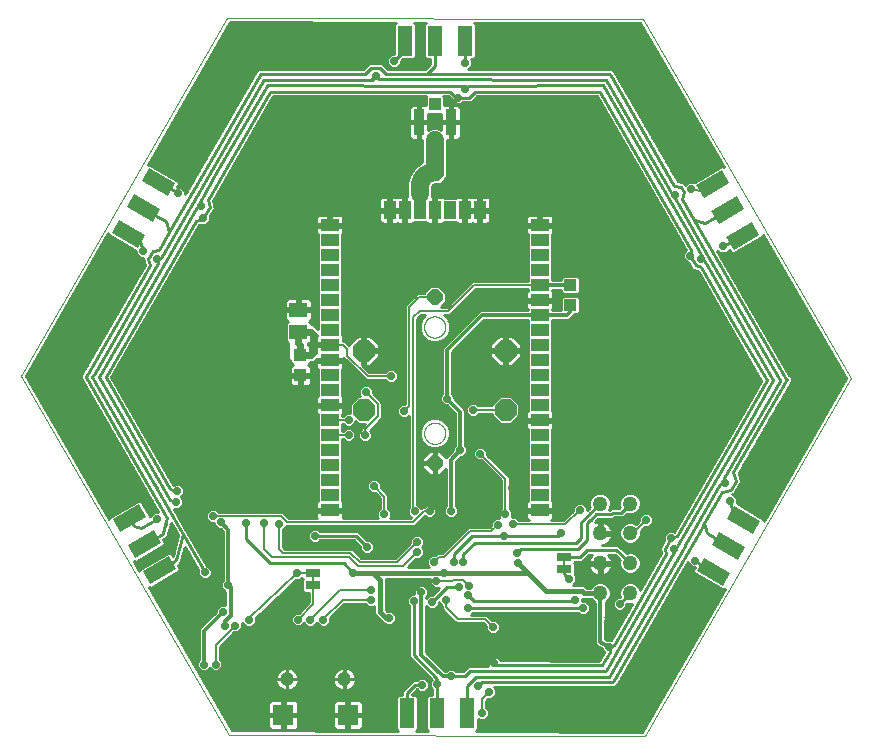
<source format=gbl>
G75*
%MOIN*%
%OFA0B0*%
%FSLAX25Y25*%
%IPPOS*%
%LPD*%
%AMOC8*
5,1,8,0,0,1.08239X$1,22.5*
%
%ADD10C,0.00000*%
%ADD11R,0.05906X0.05118*%
%ADD12R,0.03937X0.04331*%
%ADD13OC8,0.06000*%
%ADD14R,0.05000X0.10000*%
%ADD15R,0.10000X0.05000*%
%ADD16R,0.04331X0.03937*%
%ADD17C,0.00800*%
%ADD18R,0.05000X0.02500*%
%ADD19C,0.05000*%
%ADD20R,0.06000X0.04000*%
%ADD21R,0.04000X0.06000*%
%ADD22R,0.07000X0.07000*%
%ADD23C,0.04724*%
%ADD24R,0.03346X0.08661*%
%ADD25R,0.03937X0.04134*%
%ADD26OC8,0.07087*%
%ADD27OC8,0.05150*%
%ADD28OC8,0.02400*%
%ADD29C,0.01600*%
%ADD30C,0.01000*%
%ADD31OC8,0.02381*%
%ADD32C,0.01200*%
%ADD33C,0.00600*%
%ADD34C,0.06063*%
%ADD35C,0.04000*%
D10*
X0156177Y0131750D02*
X0294617Y0131378D01*
X0363514Y0250712D01*
X0293972Y0370419D01*
X0155532Y0370791D01*
X0086634Y0251457D01*
X0156177Y0131750D01*
X0221063Y0232287D02*
X0221065Y0232405D01*
X0221071Y0232524D01*
X0221081Y0232642D01*
X0221095Y0232759D01*
X0221112Y0232876D01*
X0221134Y0232993D01*
X0221160Y0233108D01*
X0221189Y0233223D01*
X0221222Y0233337D01*
X0221259Y0233449D01*
X0221300Y0233560D01*
X0221344Y0233670D01*
X0221392Y0233778D01*
X0221444Y0233885D01*
X0221499Y0233990D01*
X0221558Y0234093D01*
X0221620Y0234193D01*
X0221685Y0234292D01*
X0221754Y0234389D01*
X0221825Y0234483D01*
X0221900Y0234574D01*
X0221978Y0234664D01*
X0222059Y0234750D01*
X0222143Y0234834D01*
X0222229Y0234915D01*
X0222319Y0234993D01*
X0222410Y0235068D01*
X0222504Y0235139D01*
X0222601Y0235208D01*
X0222700Y0235273D01*
X0222800Y0235335D01*
X0222903Y0235394D01*
X0223008Y0235449D01*
X0223115Y0235501D01*
X0223223Y0235549D01*
X0223333Y0235593D01*
X0223444Y0235634D01*
X0223556Y0235671D01*
X0223670Y0235704D01*
X0223785Y0235733D01*
X0223900Y0235759D01*
X0224017Y0235781D01*
X0224134Y0235798D01*
X0224251Y0235812D01*
X0224369Y0235822D01*
X0224488Y0235828D01*
X0224606Y0235830D01*
X0224724Y0235828D01*
X0224843Y0235822D01*
X0224961Y0235812D01*
X0225078Y0235798D01*
X0225195Y0235781D01*
X0225312Y0235759D01*
X0225427Y0235733D01*
X0225542Y0235704D01*
X0225656Y0235671D01*
X0225768Y0235634D01*
X0225879Y0235593D01*
X0225989Y0235549D01*
X0226097Y0235501D01*
X0226204Y0235449D01*
X0226309Y0235394D01*
X0226412Y0235335D01*
X0226512Y0235273D01*
X0226611Y0235208D01*
X0226708Y0235139D01*
X0226802Y0235068D01*
X0226893Y0234993D01*
X0226983Y0234915D01*
X0227069Y0234834D01*
X0227153Y0234750D01*
X0227234Y0234664D01*
X0227312Y0234574D01*
X0227387Y0234483D01*
X0227458Y0234389D01*
X0227527Y0234292D01*
X0227592Y0234193D01*
X0227654Y0234093D01*
X0227713Y0233990D01*
X0227768Y0233885D01*
X0227820Y0233778D01*
X0227868Y0233670D01*
X0227912Y0233560D01*
X0227953Y0233449D01*
X0227990Y0233337D01*
X0228023Y0233223D01*
X0228052Y0233108D01*
X0228078Y0232993D01*
X0228100Y0232876D01*
X0228117Y0232759D01*
X0228131Y0232642D01*
X0228141Y0232524D01*
X0228147Y0232405D01*
X0228149Y0232287D01*
X0228147Y0232169D01*
X0228141Y0232050D01*
X0228131Y0231932D01*
X0228117Y0231815D01*
X0228100Y0231698D01*
X0228078Y0231581D01*
X0228052Y0231466D01*
X0228023Y0231351D01*
X0227990Y0231237D01*
X0227953Y0231125D01*
X0227912Y0231014D01*
X0227868Y0230904D01*
X0227820Y0230796D01*
X0227768Y0230689D01*
X0227713Y0230584D01*
X0227654Y0230481D01*
X0227592Y0230381D01*
X0227527Y0230282D01*
X0227458Y0230185D01*
X0227387Y0230091D01*
X0227312Y0230000D01*
X0227234Y0229910D01*
X0227153Y0229824D01*
X0227069Y0229740D01*
X0226983Y0229659D01*
X0226893Y0229581D01*
X0226802Y0229506D01*
X0226708Y0229435D01*
X0226611Y0229366D01*
X0226512Y0229301D01*
X0226412Y0229239D01*
X0226309Y0229180D01*
X0226204Y0229125D01*
X0226097Y0229073D01*
X0225989Y0229025D01*
X0225879Y0228981D01*
X0225768Y0228940D01*
X0225656Y0228903D01*
X0225542Y0228870D01*
X0225427Y0228841D01*
X0225312Y0228815D01*
X0225195Y0228793D01*
X0225078Y0228776D01*
X0224961Y0228762D01*
X0224843Y0228752D01*
X0224724Y0228746D01*
X0224606Y0228744D01*
X0224488Y0228746D01*
X0224369Y0228752D01*
X0224251Y0228762D01*
X0224134Y0228776D01*
X0224017Y0228793D01*
X0223900Y0228815D01*
X0223785Y0228841D01*
X0223670Y0228870D01*
X0223556Y0228903D01*
X0223444Y0228940D01*
X0223333Y0228981D01*
X0223223Y0229025D01*
X0223115Y0229073D01*
X0223008Y0229125D01*
X0222903Y0229180D01*
X0222800Y0229239D01*
X0222700Y0229301D01*
X0222601Y0229366D01*
X0222504Y0229435D01*
X0222410Y0229506D01*
X0222319Y0229581D01*
X0222229Y0229659D01*
X0222143Y0229740D01*
X0222059Y0229824D01*
X0221978Y0229910D01*
X0221900Y0230000D01*
X0221825Y0230091D01*
X0221754Y0230185D01*
X0221685Y0230282D01*
X0221620Y0230381D01*
X0221558Y0230481D01*
X0221499Y0230584D01*
X0221444Y0230689D01*
X0221392Y0230796D01*
X0221344Y0230904D01*
X0221300Y0231014D01*
X0221259Y0231125D01*
X0221222Y0231237D01*
X0221189Y0231351D01*
X0221160Y0231466D01*
X0221134Y0231581D01*
X0221112Y0231698D01*
X0221095Y0231815D01*
X0221081Y0231932D01*
X0221071Y0232050D01*
X0221065Y0232169D01*
X0221063Y0232287D01*
X0221063Y0267720D02*
X0221065Y0267838D01*
X0221071Y0267957D01*
X0221081Y0268075D01*
X0221095Y0268192D01*
X0221112Y0268309D01*
X0221134Y0268426D01*
X0221160Y0268541D01*
X0221189Y0268656D01*
X0221222Y0268770D01*
X0221259Y0268882D01*
X0221300Y0268993D01*
X0221344Y0269103D01*
X0221392Y0269211D01*
X0221444Y0269318D01*
X0221499Y0269423D01*
X0221558Y0269526D01*
X0221620Y0269626D01*
X0221685Y0269725D01*
X0221754Y0269822D01*
X0221825Y0269916D01*
X0221900Y0270007D01*
X0221978Y0270097D01*
X0222059Y0270183D01*
X0222143Y0270267D01*
X0222229Y0270348D01*
X0222319Y0270426D01*
X0222410Y0270501D01*
X0222504Y0270572D01*
X0222601Y0270641D01*
X0222700Y0270706D01*
X0222800Y0270768D01*
X0222903Y0270827D01*
X0223008Y0270882D01*
X0223115Y0270934D01*
X0223223Y0270982D01*
X0223333Y0271026D01*
X0223444Y0271067D01*
X0223556Y0271104D01*
X0223670Y0271137D01*
X0223785Y0271166D01*
X0223900Y0271192D01*
X0224017Y0271214D01*
X0224134Y0271231D01*
X0224251Y0271245D01*
X0224369Y0271255D01*
X0224488Y0271261D01*
X0224606Y0271263D01*
X0224724Y0271261D01*
X0224843Y0271255D01*
X0224961Y0271245D01*
X0225078Y0271231D01*
X0225195Y0271214D01*
X0225312Y0271192D01*
X0225427Y0271166D01*
X0225542Y0271137D01*
X0225656Y0271104D01*
X0225768Y0271067D01*
X0225879Y0271026D01*
X0225989Y0270982D01*
X0226097Y0270934D01*
X0226204Y0270882D01*
X0226309Y0270827D01*
X0226412Y0270768D01*
X0226512Y0270706D01*
X0226611Y0270641D01*
X0226708Y0270572D01*
X0226802Y0270501D01*
X0226893Y0270426D01*
X0226983Y0270348D01*
X0227069Y0270267D01*
X0227153Y0270183D01*
X0227234Y0270097D01*
X0227312Y0270007D01*
X0227387Y0269916D01*
X0227458Y0269822D01*
X0227527Y0269725D01*
X0227592Y0269626D01*
X0227654Y0269526D01*
X0227713Y0269423D01*
X0227768Y0269318D01*
X0227820Y0269211D01*
X0227868Y0269103D01*
X0227912Y0268993D01*
X0227953Y0268882D01*
X0227990Y0268770D01*
X0228023Y0268656D01*
X0228052Y0268541D01*
X0228078Y0268426D01*
X0228100Y0268309D01*
X0228117Y0268192D01*
X0228131Y0268075D01*
X0228141Y0267957D01*
X0228147Y0267838D01*
X0228149Y0267720D01*
X0228147Y0267602D01*
X0228141Y0267483D01*
X0228131Y0267365D01*
X0228117Y0267248D01*
X0228100Y0267131D01*
X0228078Y0267014D01*
X0228052Y0266899D01*
X0228023Y0266784D01*
X0227990Y0266670D01*
X0227953Y0266558D01*
X0227912Y0266447D01*
X0227868Y0266337D01*
X0227820Y0266229D01*
X0227768Y0266122D01*
X0227713Y0266017D01*
X0227654Y0265914D01*
X0227592Y0265814D01*
X0227527Y0265715D01*
X0227458Y0265618D01*
X0227387Y0265524D01*
X0227312Y0265433D01*
X0227234Y0265343D01*
X0227153Y0265257D01*
X0227069Y0265173D01*
X0226983Y0265092D01*
X0226893Y0265014D01*
X0226802Y0264939D01*
X0226708Y0264868D01*
X0226611Y0264799D01*
X0226512Y0264734D01*
X0226412Y0264672D01*
X0226309Y0264613D01*
X0226204Y0264558D01*
X0226097Y0264506D01*
X0225989Y0264458D01*
X0225879Y0264414D01*
X0225768Y0264373D01*
X0225656Y0264336D01*
X0225542Y0264303D01*
X0225427Y0264274D01*
X0225312Y0264248D01*
X0225195Y0264226D01*
X0225078Y0264209D01*
X0224961Y0264195D01*
X0224843Y0264185D01*
X0224724Y0264179D01*
X0224606Y0264177D01*
X0224488Y0264179D01*
X0224369Y0264185D01*
X0224251Y0264195D01*
X0224134Y0264209D01*
X0224017Y0264226D01*
X0223900Y0264248D01*
X0223785Y0264274D01*
X0223670Y0264303D01*
X0223556Y0264336D01*
X0223444Y0264373D01*
X0223333Y0264414D01*
X0223223Y0264458D01*
X0223115Y0264506D01*
X0223008Y0264558D01*
X0222903Y0264613D01*
X0222800Y0264672D01*
X0222700Y0264734D01*
X0222601Y0264799D01*
X0222504Y0264868D01*
X0222410Y0264939D01*
X0222319Y0265014D01*
X0222229Y0265092D01*
X0222143Y0265173D01*
X0222059Y0265257D01*
X0221978Y0265343D01*
X0221900Y0265433D01*
X0221825Y0265524D01*
X0221754Y0265618D01*
X0221685Y0265715D01*
X0221620Y0265814D01*
X0221558Y0265914D01*
X0221499Y0266017D01*
X0221444Y0266122D01*
X0221392Y0266229D01*
X0221344Y0266337D01*
X0221300Y0266447D01*
X0221259Y0266558D01*
X0221222Y0266670D01*
X0221189Y0266784D01*
X0221160Y0266899D01*
X0221134Y0267014D01*
X0221112Y0267131D01*
X0221095Y0267248D01*
X0221081Y0267365D01*
X0221071Y0267483D01*
X0221065Y0267602D01*
X0221063Y0267720D01*
D11*
X0179174Y0265922D03*
X0179174Y0273402D03*
D12*
X0179875Y0258260D03*
X0179875Y0251567D03*
D13*
X0224625Y0319362D03*
D14*
X0224752Y0363105D03*
X0234752Y0363105D03*
X0214752Y0363105D03*
X0215397Y0139064D03*
X0225397Y0139064D03*
X0235397Y0139064D03*
D15*
G36*
X0314490Y0190800D02*
X0323150Y0185801D01*
X0320650Y0181470D01*
X0311990Y0186469D01*
X0314490Y0190800D01*
G37*
G36*
X0319490Y0199460D02*
X0328150Y0194461D01*
X0325650Y0190130D01*
X0316990Y0195129D01*
X0319490Y0199460D01*
G37*
G36*
X0324490Y0208120D02*
X0333150Y0203121D01*
X0330650Y0198790D01*
X0321990Y0203789D01*
X0324490Y0208120D01*
G37*
G36*
X0321713Y0297758D02*
X0330373Y0302757D01*
X0332873Y0298426D01*
X0324213Y0293427D01*
X0321713Y0297758D01*
G37*
G36*
X0316713Y0306418D02*
X0325373Y0311417D01*
X0327873Y0307086D01*
X0319213Y0302087D01*
X0316713Y0306418D01*
G37*
G36*
X0311713Y0315078D02*
X0320373Y0320077D01*
X0322873Y0315746D01*
X0314213Y0310747D01*
X0311713Y0315078D01*
G37*
G36*
X0135658Y0311369D02*
X0126998Y0316368D01*
X0129498Y0320699D01*
X0138158Y0315700D01*
X0135658Y0311369D01*
G37*
G36*
X0130658Y0302709D02*
X0121998Y0307708D01*
X0124498Y0312039D01*
X0133158Y0307040D01*
X0130658Y0302709D01*
G37*
G36*
X0125658Y0294049D02*
X0116998Y0299048D01*
X0119498Y0303379D01*
X0128158Y0298380D01*
X0125658Y0294049D01*
G37*
G36*
X0128481Y0204348D02*
X0119821Y0199349D01*
X0117321Y0203680D01*
X0125981Y0208679D01*
X0128481Y0204348D01*
G37*
G36*
X0133481Y0195688D02*
X0124821Y0190689D01*
X0122321Y0195020D01*
X0130981Y0200019D01*
X0133481Y0195688D01*
G37*
G36*
X0138481Y0187027D02*
X0129821Y0182028D01*
X0127321Y0186359D01*
X0135981Y0191358D01*
X0138481Y0187027D01*
G37*
D16*
X0269875Y0275067D03*
X0269875Y0281760D03*
D17*
X0267791Y0190478D02*
X0267791Y0187478D01*
X0184124Y0185062D02*
X0184124Y0182062D01*
D18*
X0184124Y0181562D03*
X0184124Y0185562D03*
X0267791Y0186978D03*
X0267791Y0190978D03*
D19*
X0279725Y0188962D03*
X0279725Y0198962D03*
X0279700Y0208887D03*
X0289700Y0208887D03*
X0289725Y0198962D03*
X0289725Y0188962D03*
X0289725Y0178962D03*
X0279725Y0178962D03*
D20*
X0259687Y0206719D03*
X0259687Y0211719D03*
X0259687Y0216719D03*
X0259687Y0221719D03*
X0259687Y0226719D03*
X0259687Y0231719D03*
X0259687Y0236719D03*
X0259687Y0241719D03*
X0259687Y0246719D03*
X0259687Y0251719D03*
X0259687Y0256719D03*
X0259687Y0261719D03*
X0259687Y0266719D03*
X0259687Y0271719D03*
X0259687Y0276719D03*
X0259687Y0281719D03*
X0259687Y0286719D03*
X0259687Y0291719D03*
X0259687Y0296719D03*
X0259687Y0301719D03*
X0189687Y0301719D03*
X0189687Y0296719D03*
X0189687Y0291719D03*
X0189687Y0286719D03*
X0189687Y0281719D03*
X0189687Y0276719D03*
X0189687Y0271719D03*
X0189687Y0266719D03*
X0189687Y0261719D03*
X0189687Y0256719D03*
X0189687Y0251719D03*
X0189687Y0246719D03*
X0189687Y0241719D03*
X0189687Y0236719D03*
X0189687Y0231719D03*
X0189687Y0226719D03*
X0189687Y0221719D03*
X0189687Y0216719D03*
X0189687Y0211719D03*
X0189687Y0206719D03*
D21*
X0209687Y0306719D03*
X0214687Y0306719D03*
X0219687Y0306719D03*
X0224687Y0306719D03*
X0229687Y0306719D03*
X0234687Y0306719D03*
X0239687Y0306719D03*
D22*
X0195658Y0138402D03*
X0174201Y0138402D03*
D23*
X0175382Y0150331D03*
X0194477Y0150331D03*
D24*
X0219218Y0335913D03*
X0230045Y0335913D03*
D25*
X0224631Y0329909D03*
X0224631Y0341917D03*
D26*
X0248228Y0259846D03*
X0248228Y0240161D03*
X0200984Y0240161D03*
X0200984Y0259846D03*
D27*
X0224606Y0277563D03*
X0224606Y0222445D03*
D28*
X0233100Y0226637D03*
X0233125Y0226612D03*
X0239800Y0225537D03*
X0250666Y0221115D03*
X0250469Y0214146D03*
X0248200Y0205337D03*
X0250700Y0201937D03*
X0247700Y0198137D03*
X0245600Y0201837D03*
X0251900Y0192337D03*
X0252324Y0189062D03*
X0266824Y0198962D03*
X0273000Y0206837D03*
X0295000Y0203337D03*
X0269500Y0183837D03*
X0271324Y0176562D03*
X0273924Y0173962D03*
X0282677Y0161181D03*
X0244524Y0155562D03*
X0244000Y0167637D03*
X0235624Y0173962D03*
X0235824Y0178262D03*
X0232566Y0180970D03*
X0228400Y0176637D03*
X0223724Y0176062D03*
X0220174Y0179262D03*
X0217674Y0176462D03*
X0209424Y0170703D03*
X0203274Y0176762D03*
X0203274Y0180162D03*
X0197524Y0185862D03*
X0202024Y0194362D03*
X0207744Y0198745D03*
X0207800Y0205337D03*
X0204300Y0214637D03*
X0202469Y0219059D03*
X0197599Y0207373D03*
X0184824Y0198162D03*
X0172624Y0202162D03*
X0167724Y0202262D03*
X0161724Y0202462D03*
X0153424Y0202562D03*
X0155774Y0181662D03*
X0155874Y0181662D03*
X0154074Y0172762D03*
X0154774Y0168212D03*
X0158174Y0168212D03*
X0162674Y0170162D03*
X0178924Y0170212D03*
X0183024Y0170162D03*
X0187524Y0170162D03*
X0178824Y0185562D03*
X0151574Y0155212D03*
X0147674Y0155212D03*
X0217900Y0206237D03*
X0222900Y0206237D03*
X0230000Y0206487D03*
X0218724Y0196112D03*
X0218824Y0192612D03*
X0224400Y0189287D03*
X0227724Y0185762D03*
X0225200Y0182937D03*
X0230950Y0189287D03*
X0234150Y0189287D03*
X0226100Y0195537D03*
X0195900Y0231637D03*
X0195900Y0236737D03*
X0207584Y0235833D03*
X0207584Y0245833D03*
X0209950Y0251387D03*
X0207666Y0255215D03*
X0200766Y0267415D03*
X0201066Y0277015D03*
X0210766Y0277315D03*
X0228725Y0243887D03*
X0235266Y0243015D03*
X0251566Y0267415D03*
X0251666Y0277415D03*
X0281166Y0286015D03*
D29*
X0252374Y0189062D02*
X0255674Y0185762D01*
X0227724Y0185762D01*
X0197624Y0185762D01*
X0197524Y0185862D01*
X0203924Y0185862D01*
X0206424Y0183362D01*
X0206424Y0172712D01*
X0208433Y0170703D01*
X0209424Y0170703D01*
X0252324Y0189062D02*
X0252374Y0189062D01*
X0255674Y0185762D02*
X0260316Y0181120D01*
X0260317Y0181120D01*
X0261700Y0179737D01*
X0273600Y0179737D01*
X0274400Y0178937D01*
X0279701Y0178937D01*
X0279725Y0178962D01*
X0279725Y0179062D01*
D30*
X0172272Y0148034D02*
X0148451Y0148034D01*
X0149031Y0147036D02*
X0173362Y0147036D01*
X0173553Y0146908D02*
X0174255Y0146617D01*
X0175002Y0146469D01*
X0175291Y0146469D01*
X0175291Y0150240D01*
X0175473Y0150240D01*
X0175473Y0146469D01*
X0175762Y0146469D01*
X0176509Y0146617D01*
X0177211Y0146908D01*
X0177844Y0147331D01*
X0178382Y0147869D01*
X0178805Y0148502D01*
X0179096Y0149205D01*
X0179244Y0149951D01*
X0179244Y0150241D01*
X0175473Y0150241D01*
X0175473Y0150422D01*
X0179244Y0150422D01*
X0179244Y0150711D01*
X0179096Y0151458D01*
X0178805Y0152161D01*
X0178382Y0152793D01*
X0177844Y0153331D01*
X0177211Y0153754D01*
X0176509Y0154045D01*
X0175762Y0154193D01*
X0175473Y0154193D01*
X0175473Y0150422D01*
X0175291Y0150422D01*
X0175291Y0150241D01*
X0171520Y0150241D01*
X0171520Y0149951D01*
X0171668Y0149205D01*
X0171959Y0148502D01*
X0172382Y0147869D01*
X0172920Y0147331D01*
X0173553Y0146908D01*
X0175291Y0147036D02*
X0175473Y0147036D01*
X0175473Y0148034D02*
X0175291Y0148034D01*
X0175291Y0149033D02*
X0175473Y0149033D01*
X0175473Y0150031D02*
X0175291Y0150031D01*
X0175291Y0150422D02*
X0171520Y0150422D01*
X0171520Y0150711D01*
X0171668Y0151458D01*
X0171959Y0152161D01*
X0172382Y0152793D01*
X0172920Y0153331D01*
X0173553Y0153754D01*
X0174255Y0154045D01*
X0175002Y0154193D01*
X0175291Y0154193D01*
X0175291Y0150422D01*
X0175291Y0151030D02*
X0175473Y0151030D01*
X0175473Y0152028D02*
X0175291Y0152028D01*
X0175291Y0153027D02*
X0175473Y0153027D01*
X0175473Y0154026D02*
X0175291Y0154026D01*
X0174209Y0154026D02*
X0153640Y0154026D01*
X0153874Y0154259D02*
X0153874Y0156164D01*
X0152974Y0157064D01*
X0152974Y0161032D01*
X0157854Y0165912D01*
X0159127Y0165912D01*
X0160474Y0167259D01*
X0160474Y0169109D01*
X0161721Y0167862D01*
X0163627Y0167862D01*
X0164974Y0169209D01*
X0164974Y0170879D01*
X0178396Y0183262D01*
X0179777Y0183262D01*
X0180524Y0184009D01*
X0180524Y0183856D01*
X0180818Y0183562D01*
X0180524Y0183267D01*
X0180524Y0179856D01*
X0181168Y0179212D01*
X0182724Y0179212D01*
X0182724Y0175992D01*
X0179244Y0172512D01*
X0177971Y0172512D01*
X0176624Y0171164D01*
X0176624Y0169259D01*
X0177971Y0167912D01*
X0179877Y0167912D01*
X0180949Y0168984D01*
X0182071Y0167862D01*
X0183977Y0167862D01*
X0185274Y0169159D01*
X0186571Y0167862D01*
X0188477Y0167862D01*
X0189824Y0169209D01*
X0189824Y0170682D01*
X0194504Y0175362D01*
X0201421Y0175362D01*
X0202321Y0174462D01*
X0204227Y0174462D01*
X0204524Y0174759D01*
X0204524Y0173499D01*
X0204524Y0173499D01*
X0204524Y0172672D01*
X0204524Y0171925D01*
X0204524Y0171925D01*
X0204524Y0171925D01*
X0204918Y0171531D01*
X0205637Y0170812D01*
X0207356Y0169093D01*
X0207646Y0168803D01*
X0208071Y0168803D01*
X0208471Y0168403D01*
X0210377Y0168403D01*
X0211724Y0169750D01*
X0211724Y0171656D01*
X0210377Y0173003D01*
X0208820Y0173003D01*
X0208324Y0173499D01*
X0208324Y0183862D01*
X0222900Y0183862D01*
X0222900Y0181985D01*
X0224247Y0180637D01*
X0226037Y0180637D01*
X0223761Y0178362D01*
X0222771Y0178362D01*
X0221874Y0177464D01*
X0221874Y0177709D01*
X0222474Y0178309D01*
X0222474Y0180214D01*
X0221127Y0181562D01*
X0219221Y0181562D01*
X0217874Y0180214D01*
X0217874Y0178762D01*
X0216721Y0178762D01*
X0215374Y0177414D01*
X0215374Y0175509D01*
X0216074Y0174809D01*
X0216074Y0157589D01*
X0223559Y0150104D01*
X0223106Y0149652D01*
X0223106Y0147754D01*
X0223797Y0147063D01*
X0223797Y0145164D01*
X0222441Y0145164D01*
X0221797Y0144520D01*
X0221797Y0133609D01*
X0222333Y0133072D01*
X0218471Y0133083D01*
X0218997Y0133609D01*
X0218997Y0144520D01*
X0218352Y0145164D01*
X0216997Y0145164D01*
X0216997Y0145213D01*
X0218686Y0146903D01*
X0218784Y0146903D01*
X0219474Y0146212D01*
X0221372Y0146212D01*
X0222714Y0147554D01*
X0222714Y0149452D01*
X0221372Y0150793D01*
X0219474Y0150793D01*
X0218784Y0150103D01*
X0217360Y0150103D01*
X0213797Y0146539D01*
X0213797Y0145213D01*
X0213797Y0145164D01*
X0212441Y0145164D01*
X0211797Y0144520D01*
X0211797Y0133609D01*
X0212306Y0133099D01*
X0157041Y0133248D01*
X0129280Y0181034D01*
X0129976Y0180848D01*
X0139425Y0186303D01*
X0139661Y0187184D01*
X0138983Y0188358D01*
X0139832Y0188848D01*
X0139842Y0188883D01*
X0140175Y0190128D01*
X0141343Y0194486D01*
X0145849Y0186682D01*
X0145849Y0184965D01*
X0147190Y0183624D01*
X0149088Y0183624D01*
X0150430Y0184965D01*
X0150430Y0186863D01*
X0149088Y0188205D01*
X0148664Y0188205D01*
X0142514Y0198857D01*
X0142514Y0198857D01*
X0142514Y0198857D01*
X0142514Y0198857D01*
X0141202Y0201130D01*
X0137737Y0207131D01*
X0139220Y0207131D01*
X0140562Y0208473D01*
X0140562Y0210371D01*
X0139901Y0211032D01*
X0141140Y0212271D01*
X0141140Y0214169D01*
X0139798Y0215510D01*
X0137901Y0215510D01*
X0137601Y0215211D01*
X0137437Y0215255D01*
X0136805Y0216349D01*
X0116755Y0251077D01*
X0146125Y0301731D01*
X0146267Y0301769D01*
X0146428Y0301607D01*
X0148326Y0301607D01*
X0149668Y0302949D01*
X0149668Y0304665D01*
X0151000Y0306972D01*
X0151275Y0307449D01*
X0150640Y0309818D01*
X0170710Y0344580D01*
X0221736Y0344613D01*
X0221563Y0344440D01*
X0221563Y0341588D01*
X0221470Y0341642D01*
X0221089Y0341744D01*
X0219555Y0341744D01*
X0219555Y0336250D01*
X0222391Y0336250D01*
X0222391Y0338750D01*
X0226872Y0338750D01*
X0226872Y0336250D01*
X0229708Y0336250D01*
X0229708Y0341744D01*
X0228174Y0341744D01*
X0227793Y0341642D01*
X0227700Y0341588D01*
X0227700Y0344440D01*
X0227523Y0344617D01*
X0229158Y0344618D01*
X0230230Y0343546D01*
X0230230Y0343269D01*
X0231572Y0341928D01*
X0233469Y0341928D01*
X0234160Y0342618D01*
X0236783Y0342618D01*
X0237720Y0343555D01*
X0238745Y0344580D01*
X0278847Y0344580D01*
X0308287Y0293392D01*
X0307379Y0292484D01*
X0307379Y0290587D01*
X0308721Y0289245D01*
X0309145Y0289245D01*
X0309859Y0288007D01*
X0309856Y0287995D01*
X0310190Y0287435D01*
X0310515Y0286871D01*
X0310528Y0286867D01*
X0310534Y0286856D01*
X0311166Y0286696D01*
X0311796Y0286528D01*
X0311807Y0286534D01*
X0312348Y0286397D01*
X0323140Y0267730D01*
X0333447Y0249879D01*
X0329940Y0243780D01*
X0304380Y0199510D01*
X0304256Y0199634D01*
X0302358Y0199634D01*
X0301016Y0198293D01*
X0301016Y0196576D01*
X0300246Y0195243D01*
X0300234Y0195239D01*
X0299916Y0194670D01*
X0299590Y0194106D01*
X0299593Y0194093D01*
X0299587Y0194082D01*
X0299764Y0193455D01*
X0299933Y0192825D01*
X0299944Y0192819D01*
X0300096Y0192280D01*
X0293127Y0180157D01*
X0292777Y0181001D01*
X0291765Y0182014D01*
X0290441Y0182562D01*
X0289009Y0182562D01*
X0287686Y0182014D01*
X0286673Y0181001D01*
X0286125Y0179678D01*
X0286125Y0178246D01*
X0286307Y0177806D01*
X0286242Y0177742D01*
X0285266Y0177742D01*
X0283924Y0176400D01*
X0283924Y0174502D01*
X0285266Y0173160D01*
X0287163Y0173160D01*
X0288505Y0174502D01*
X0288505Y0175479D01*
X0288570Y0175544D01*
X0289009Y0175362D01*
X0290370Y0175362D01*
X0283541Y0163481D01*
X0282135Y0163481D01*
X0281517Y0163848D01*
X0281555Y0175823D01*
X0281765Y0175910D01*
X0282777Y0176922D01*
X0283325Y0178246D01*
X0283325Y0179678D01*
X0282777Y0181001D01*
X0281765Y0182014D01*
X0280441Y0182562D01*
X0279009Y0182562D01*
X0277686Y0182014D01*
X0276673Y0181001D01*
X0276606Y0180837D01*
X0275187Y0180837D01*
X0274960Y0181064D01*
X0274387Y0181637D01*
X0274387Y0181637D01*
X0274387Y0181637D01*
X0273689Y0181637D01*
X0272813Y0181637D01*
X0270552Y0181637D01*
X0271800Y0182885D01*
X0271800Y0184790D01*
X0271354Y0185236D01*
X0271391Y0185273D01*
X0271391Y0188684D01*
X0271097Y0188978D01*
X0271391Y0189273D01*
X0271391Y0189378D01*
X0273603Y0189378D01*
X0274253Y0190028D01*
X0274540Y0190315D01*
X0274540Y0190316D02*
X0276062Y0191837D01*
X0276944Y0191837D01*
X0276618Y0191512D01*
X0276181Y0190856D01*
X0275879Y0190128D01*
X0275746Y0189462D01*
X0279225Y0189462D01*
X0279225Y0188462D01*
X0275746Y0188462D01*
X0275879Y0187795D01*
X0276181Y0187067D01*
X0276618Y0186412D01*
X0277175Y0185855D01*
X0277831Y0185417D01*
X0278559Y0185115D01*
X0279225Y0184983D01*
X0279225Y0188462D01*
X0280225Y0188462D01*
X0280225Y0189462D01*
X0283704Y0189462D01*
X0283572Y0190128D01*
X0283270Y0190856D01*
X0282832Y0191512D01*
X0282506Y0191837D01*
X0284587Y0191837D01*
X0286307Y0190117D01*
X0286125Y0189678D01*
X0286125Y0188246D01*
X0286673Y0186922D01*
X0287686Y0185910D01*
X0289009Y0185362D01*
X0290441Y0185362D01*
X0291765Y0185910D01*
X0292777Y0186922D01*
X0293325Y0188246D01*
X0293325Y0189678D01*
X0292777Y0191001D01*
X0291765Y0192014D01*
X0290441Y0192562D01*
X0289009Y0192562D01*
X0288570Y0192380D01*
X0286799Y0194150D01*
X0286799Y0194201D01*
X0285862Y0195138D01*
X0284536Y0195137D01*
X0284437Y0195037D01*
X0280500Y0195037D01*
X0280892Y0195115D01*
X0281620Y0195417D01*
X0282275Y0195855D01*
X0282832Y0196412D01*
X0283270Y0197067D01*
X0283572Y0197795D01*
X0283704Y0198462D01*
X0280225Y0198462D01*
X0280225Y0199462D01*
X0279225Y0199462D01*
X0279225Y0202941D01*
X0278559Y0202808D01*
X0278076Y0202608D01*
X0278098Y0202673D01*
X0279062Y0203637D01*
X0284162Y0203637D01*
X0284762Y0204237D01*
X0287312Y0204237D01*
X0287370Y0204295D01*
X0288250Y0205175D01*
X0288544Y0205469D01*
X0288984Y0205287D01*
X0290416Y0205287D01*
X0291739Y0205836D01*
X0292752Y0206848D01*
X0293300Y0208171D01*
X0293300Y0209604D01*
X0292752Y0210927D01*
X0291739Y0211939D01*
X0311556Y0211939D01*
X0310980Y0210941D02*
X0292738Y0210941D01*
X0293159Y0209942D02*
X0310403Y0209942D01*
X0309827Y0208944D02*
X0293300Y0208944D01*
X0293206Y0207945D02*
X0309250Y0207945D01*
X0308674Y0206947D02*
X0292792Y0206947D01*
X0291851Y0205948D02*
X0308098Y0205948D01*
X0307521Y0204950D02*
X0296640Y0204950D01*
X0297300Y0204290D02*
X0295952Y0205637D01*
X0294047Y0205637D01*
X0292700Y0204290D01*
X0292700Y0203017D01*
X0291716Y0202034D01*
X0290441Y0202562D01*
X0289009Y0202562D01*
X0287686Y0202014D01*
X0286673Y0201001D01*
X0286125Y0199678D01*
X0286125Y0198246D01*
X0286673Y0196922D01*
X0287686Y0195910D01*
X0289009Y0195362D01*
X0290441Y0195362D01*
X0291765Y0195910D01*
X0292777Y0196922D01*
X0293325Y0198246D01*
X0293325Y0199678D01*
X0293324Y0199682D01*
X0294680Y0201037D01*
X0295952Y0201037D01*
X0297300Y0202385D01*
X0297300Y0204290D01*
X0297300Y0203951D02*
X0306945Y0203951D01*
X0306368Y0202953D02*
X0297300Y0202953D01*
X0296869Y0201954D02*
X0305792Y0201954D01*
X0305215Y0200956D02*
X0294598Y0200956D01*
X0293599Y0199957D02*
X0304639Y0199957D01*
X0305333Y0197960D02*
X0303493Y0197467D01*
X0303307Y0197344D01*
X0301307Y0193880D01*
X0301819Y0192067D01*
X0284906Y0162646D01*
X0284314Y0161620D01*
X0282677Y0161181D01*
X0283117Y0159541D01*
X0280447Y0154916D01*
X0245069Y0155016D01*
X0244524Y0155562D01*
X0246317Y0157021D02*
X0279814Y0157021D01*
X0279524Y0156519D02*
X0246727Y0156612D01*
X0245477Y0157862D01*
X0243571Y0157862D01*
X0242224Y0156514D01*
X0242224Y0154664D01*
X0235821Y0154664D01*
X0234160Y0153003D01*
X0231663Y0153003D01*
X0230972Y0153693D01*
X0229074Y0153693D01*
X0228484Y0153103D01*
X0228027Y0153103D01*
X0221874Y0159256D01*
X0221874Y0159508D01*
X0221874Y0174659D01*
X0222771Y0173762D01*
X0224677Y0173762D01*
X0226024Y0175109D01*
X0226024Y0176099D01*
X0226100Y0176175D01*
X0226100Y0175685D01*
X0227000Y0174785D01*
X0227000Y0173658D01*
X0227708Y0172949D01*
X0227820Y0172837D01*
X0231651Y0169006D01*
X0231720Y0168937D01*
X0240720Y0168937D01*
X0241700Y0167958D01*
X0241700Y0166685D01*
X0243047Y0165337D01*
X0244952Y0165337D01*
X0246300Y0166685D01*
X0246300Y0168590D01*
X0244952Y0169937D01*
X0243680Y0169937D01*
X0242700Y0170917D01*
X0242700Y0170917D01*
X0241931Y0171686D01*
X0241880Y0171737D01*
X0236652Y0171737D01*
X0237277Y0172362D01*
X0272271Y0172362D01*
X0272971Y0171662D01*
X0274877Y0171662D01*
X0276224Y0173009D01*
X0276224Y0174914D01*
X0274877Y0176262D01*
X0273624Y0176262D01*
X0273624Y0177037D01*
X0274408Y0177037D01*
X0275187Y0177037D01*
X0275187Y0177037D01*
X0276626Y0177037D01*
X0276673Y0176922D01*
X0277686Y0175910D01*
X0278155Y0175716D01*
X0278116Y0163353D01*
X0277993Y0163147D01*
X0278114Y0162673D01*
X0278112Y0162184D01*
X0278281Y0162014D01*
X0278340Y0161782D01*
X0278760Y0161532D01*
X0279105Y0161185D01*
X0279345Y0161185D01*
X0280377Y0160571D01*
X0280377Y0160229D01*
X0281194Y0159411D01*
X0279524Y0156519D01*
X0280391Y0158020D02*
X0223111Y0158020D01*
X0222112Y0159018D02*
X0280967Y0159018D01*
X0280589Y0160017D02*
X0221874Y0160017D01*
X0221874Y0161015D02*
X0279630Y0161015D01*
X0278281Y0162014D02*
X0221874Y0162014D01*
X0221874Y0163012D02*
X0278027Y0163012D01*
X0278118Y0164011D02*
X0221874Y0164011D01*
X0221874Y0165009D02*
X0278121Y0165009D01*
X0278124Y0166008D02*
X0245622Y0166008D01*
X0246300Y0167006D02*
X0278127Y0167006D01*
X0278130Y0168005D02*
X0246300Y0168005D01*
X0245887Y0169003D02*
X0278134Y0169003D01*
X0278137Y0170002D02*
X0243615Y0170002D01*
X0242617Y0171000D02*
X0278140Y0171000D01*
X0278143Y0171999D02*
X0275214Y0171999D01*
X0276212Y0172997D02*
X0278146Y0172997D01*
X0278149Y0173996D02*
X0276224Y0173996D01*
X0276144Y0174994D02*
X0278152Y0174994D01*
X0277603Y0175993D02*
X0275146Y0175993D01*
X0276645Y0176991D02*
X0273624Y0176991D01*
X0271324Y0176562D02*
X0271024Y0176262D01*
X0237824Y0176262D01*
X0235824Y0178262D01*
X0232566Y0180970D02*
X0231158Y0180962D01*
X0228658Y0180962D01*
X0228624Y0180962D01*
X0223724Y0176062D01*
X0226024Y0175993D02*
X0226100Y0175993D01*
X0225909Y0174994D02*
X0226790Y0174994D01*
X0227000Y0173996D02*
X0224911Y0173996D01*
X0222537Y0173996D02*
X0221874Y0173996D01*
X0221874Y0172997D02*
X0227660Y0172997D01*
X0227820Y0172837D02*
X0227820Y0172837D01*
X0228658Y0171999D02*
X0221874Y0171999D01*
X0221874Y0171000D02*
X0229657Y0171000D01*
X0230655Y0170002D02*
X0221874Y0170002D01*
X0221874Y0169003D02*
X0231654Y0169003D01*
X0235624Y0173962D02*
X0273924Y0173962D01*
X0272634Y0171999D02*
X0236914Y0171999D01*
X0241652Y0168005D02*
X0221874Y0168005D01*
X0221874Y0167006D02*
X0241700Y0167006D01*
X0242377Y0166008D02*
X0221874Y0166008D01*
X0216074Y0166008D02*
X0159223Y0166008D01*
X0160221Y0167006D02*
X0216074Y0167006D01*
X0216074Y0168005D02*
X0188620Y0168005D01*
X0189618Y0169003D02*
X0207446Y0169003D01*
X0207646Y0168803D02*
X0207646Y0168803D01*
X0207646Y0168803D01*
X0206447Y0170002D02*
X0189824Y0170002D01*
X0190142Y0171000D02*
X0205448Y0171000D01*
X0205637Y0170812D02*
X0205637Y0170812D01*
X0204524Y0171999D02*
X0191141Y0171999D01*
X0192139Y0172997D02*
X0204524Y0172997D01*
X0204524Y0173996D02*
X0193138Y0173996D01*
X0194136Y0174994D02*
X0201789Y0174994D01*
X0208324Y0174994D02*
X0215889Y0174994D01*
X0216074Y0173996D02*
X0208324Y0173996D01*
X0208324Y0175993D02*
X0215374Y0175993D01*
X0215374Y0176991D02*
X0208324Y0176991D01*
X0208324Y0177990D02*
X0215949Y0177990D01*
X0217874Y0178988D02*
X0208324Y0178988D01*
X0208324Y0179987D02*
X0217874Y0179987D01*
X0218645Y0180985D02*
X0208324Y0180985D01*
X0208324Y0181984D02*
X0222901Y0181984D01*
X0222900Y0182982D02*
X0208324Y0182982D01*
X0211394Y0190762D02*
X0200204Y0190762D01*
X0197924Y0193042D01*
X0197104Y0193862D01*
X0195944Y0193862D01*
X0195944Y0193862D01*
X0174604Y0193862D01*
X0174024Y0194442D01*
X0174024Y0200309D01*
X0174924Y0201209D01*
X0174924Y0201237D01*
X0217880Y0201237D01*
X0218700Y0202058D01*
X0221263Y0204621D01*
X0221947Y0203937D01*
X0223852Y0203937D01*
X0225200Y0205285D01*
X0225200Y0207190D01*
X0223852Y0208537D01*
X0221947Y0208537D01*
X0221047Y0207637D01*
X0220320Y0207637D01*
X0220036Y0207354D01*
X0218852Y0208537D01*
X0218850Y0208537D01*
X0218850Y0260808D01*
X0218850Y0270347D01*
X0220164Y0271661D01*
X0221415Y0271661D01*
X0220331Y0270577D01*
X0219563Y0268723D01*
X0219563Y0266717D01*
X0220331Y0264863D01*
X0221749Y0263445D01*
X0223603Y0262677D01*
X0225609Y0262677D01*
X0227463Y0263445D01*
X0228882Y0264863D01*
X0229649Y0266717D01*
X0229649Y0268723D01*
X0228882Y0270577D01*
X0227797Y0271661D01*
X0229703Y0271661D01*
X0238361Y0280319D01*
X0255587Y0280319D01*
X0255587Y0279740D01*
X0255487Y0279640D01*
X0255290Y0279298D01*
X0255187Y0278916D01*
X0255187Y0277219D01*
X0259187Y0277219D01*
X0259187Y0276219D01*
X0255187Y0276219D01*
X0255187Y0274521D01*
X0255290Y0274140D01*
X0255487Y0273798D01*
X0255587Y0273697D01*
X0255587Y0273337D01*
X0239595Y0273337D01*
X0238600Y0272342D01*
X0238600Y0272342D01*
X0227025Y0260767D01*
X0227025Y0260587D01*
X0227025Y0245440D01*
X0226425Y0244840D01*
X0226425Y0242935D01*
X0227773Y0241587D01*
X0228621Y0241587D01*
X0231400Y0238809D01*
X0231400Y0228190D01*
X0230800Y0227590D01*
X0230800Y0226690D01*
X0228461Y0224352D01*
X0226294Y0226520D01*
X0224893Y0226519D01*
X0224893Y0222732D01*
X0224319Y0222732D01*
X0224319Y0226520D01*
X0222918Y0226520D01*
X0220531Y0224133D01*
X0220531Y0222732D01*
X0224319Y0222732D01*
X0224319Y0222157D01*
X0224893Y0222157D01*
X0224893Y0218370D01*
X0226294Y0218370D01*
X0228300Y0220376D01*
X0228300Y0208040D01*
X0227700Y0207440D01*
X0227700Y0205535D01*
X0229047Y0204187D01*
X0230952Y0204187D01*
X0232300Y0205535D01*
X0232300Y0207440D01*
X0231700Y0208040D01*
X0231700Y0222782D01*
X0233230Y0224312D01*
X0234078Y0224312D01*
X0235425Y0225659D01*
X0235425Y0227564D01*
X0235400Y0227590D01*
X0235400Y0227590D01*
X0234800Y0228190D01*
X0234800Y0240217D01*
X0231025Y0243992D01*
X0231025Y0244840D01*
X0230425Y0245440D01*
X0230425Y0259359D01*
X0241004Y0269937D01*
X0255587Y0269937D01*
X0255587Y0269263D01*
X0255632Y0269219D01*
X0255587Y0269174D01*
X0255587Y0264263D01*
X0255632Y0264219D01*
X0255587Y0264174D01*
X0255587Y0259263D01*
X0255632Y0259219D01*
X0255587Y0259174D01*
X0255587Y0254263D01*
X0255632Y0254219D01*
X0255587Y0254174D01*
X0255587Y0249263D01*
X0255632Y0249219D01*
X0255587Y0249174D01*
X0255587Y0244263D01*
X0255632Y0244219D01*
X0255587Y0244174D01*
X0255587Y0239740D01*
X0255487Y0239640D01*
X0255290Y0239298D01*
X0255187Y0238916D01*
X0255187Y0237219D01*
X0259187Y0237219D01*
X0259187Y0236219D01*
X0255187Y0236219D01*
X0255187Y0234521D01*
X0255290Y0234140D01*
X0255487Y0233798D01*
X0255587Y0233697D01*
X0255587Y0229263D01*
X0255632Y0229219D01*
X0255587Y0229174D01*
X0255587Y0224263D01*
X0255632Y0224219D01*
X0255587Y0224174D01*
X0255587Y0219263D01*
X0255632Y0219219D01*
X0255587Y0219174D01*
X0255587Y0214263D01*
X0255632Y0214219D01*
X0255587Y0214174D01*
X0255587Y0209740D01*
X0255487Y0209640D01*
X0255290Y0209298D01*
X0255187Y0208916D01*
X0255187Y0207219D01*
X0259187Y0207219D01*
X0259187Y0206219D01*
X0255187Y0206219D01*
X0255187Y0204521D01*
X0255290Y0204140D01*
X0255487Y0203798D01*
X0255766Y0203518D01*
X0256080Y0203337D01*
X0252552Y0203337D01*
X0251652Y0204237D01*
X0250352Y0204237D01*
X0250500Y0204385D01*
X0250500Y0206290D01*
X0249600Y0207190D01*
X0249600Y0217717D01*
X0242100Y0225217D01*
X0242100Y0226490D01*
X0240752Y0227837D01*
X0238847Y0227837D01*
X0237500Y0226490D01*
X0237500Y0224585D01*
X0238847Y0223237D01*
X0240120Y0223237D01*
X0246800Y0216558D01*
X0246800Y0207190D01*
X0245900Y0206290D01*
X0245900Y0204385D01*
X0246147Y0204137D01*
X0244647Y0204137D01*
X0243300Y0202790D01*
X0243300Y0201517D01*
X0242920Y0201137D01*
X0236980Y0201137D01*
X0235820Y0201137D01*
X0227020Y0192337D01*
X0226110Y0192337D01*
X0225541Y0192346D01*
X0225532Y0192337D01*
X0225520Y0192337D01*
X0225117Y0191935D01*
X0224759Y0191587D01*
X0223447Y0191587D01*
X0222100Y0190240D01*
X0222100Y0188335D01*
X0222773Y0187662D01*
X0215854Y0187662D01*
X0218504Y0190312D01*
X0219777Y0190312D01*
X0221124Y0191659D01*
X0221124Y0193564D01*
X0220277Y0194412D01*
X0221024Y0195159D01*
X0221024Y0197064D01*
X0219677Y0198412D01*
X0217771Y0198412D01*
X0216424Y0197064D01*
X0216424Y0195792D01*
X0211394Y0190762D01*
X0211603Y0190970D02*
X0199995Y0190970D01*
X0198997Y0191969D02*
X0212601Y0191969D01*
X0213600Y0192967D02*
X0203882Y0192967D01*
X0204324Y0193409D02*
X0204324Y0195314D01*
X0202977Y0196662D01*
X0201987Y0196662D01*
X0198887Y0199762D01*
X0186477Y0199762D01*
X0185777Y0200462D01*
X0183871Y0200462D01*
X0182524Y0199114D01*
X0182524Y0197209D01*
X0183871Y0195862D01*
X0185777Y0195862D01*
X0186477Y0196562D01*
X0197561Y0196562D01*
X0199724Y0194399D01*
X0199724Y0193409D01*
X0201071Y0192062D01*
X0202977Y0192062D01*
X0204324Y0193409D01*
X0204324Y0193966D02*
X0214598Y0193966D01*
X0215597Y0194964D02*
X0204324Y0194964D01*
X0203675Y0195963D02*
X0216424Y0195963D01*
X0216424Y0196962D02*
X0201687Y0196962D01*
X0200688Y0197960D02*
X0217320Y0197960D01*
X0220128Y0197960D02*
X0232642Y0197960D01*
X0231644Y0196962D02*
X0221024Y0196962D01*
X0221024Y0195963D02*
X0230645Y0195963D01*
X0229647Y0194964D02*
X0220829Y0194964D01*
X0220722Y0193966D02*
X0228648Y0193966D01*
X0227650Y0192967D02*
X0221124Y0192967D01*
X0221124Y0191969D02*
X0225151Y0191969D01*
X0222830Y0190970D02*
X0220435Y0190970D01*
X0222100Y0189972D02*
X0218164Y0189972D01*
X0217166Y0188973D02*
X0222100Y0188973D01*
X0222459Y0187975D02*
X0216167Y0187975D01*
X0221703Y0180985D02*
X0223899Y0180985D01*
X0222474Y0179987D02*
X0225386Y0179987D01*
X0224388Y0178988D02*
X0222474Y0178988D01*
X0222399Y0177990D02*
X0222155Y0177990D01*
X0217674Y0176462D02*
X0217674Y0158252D01*
X0225397Y0150529D01*
X0225397Y0148703D01*
X0225397Y0139064D01*
X0225423Y0139091D01*
X0225440Y0139107D02*
X0225397Y0139064D01*
X0221797Y0139048D02*
X0218997Y0139048D01*
X0218997Y0140046D02*
X0221797Y0140046D01*
X0221797Y0141045D02*
X0218997Y0141045D01*
X0218997Y0142043D02*
X0221797Y0142043D01*
X0221797Y0143042D02*
X0218997Y0143042D01*
X0218997Y0144040D02*
X0221797Y0144040D01*
X0222316Y0145039D02*
X0218478Y0145039D01*
X0217821Y0146037D02*
X0223797Y0146037D01*
X0223797Y0147036D02*
X0222196Y0147036D01*
X0222714Y0148034D02*
X0223106Y0148034D01*
X0223106Y0149033D02*
X0222714Y0149033D01*
X0222134Y0150031D02*
X0223486Y0150031D01*
X0222633Y0151030D02*
X0198275Y0151030D01*
X0198339Y0150711D02*
X0198190Y0151458D01*
X0197899Y0152161D01*
X0197476Y0152793D01*
X0196939Y0153331D01*
X0196306Y0153754D01*
X0195603Y0154045D01*
X0194857Y0154193D01*
X0194567Y0154193D01*
X0194567Y0150422D01*
X0194386Y0150422D01*
X0194386Y0154193D01*
X0194096Y0154193D01*
X0193350Y0154045D01*
X0192647Y0153754D01*
X0192015Y0153331D01*
X0191477Y0152793D01*
X0191054Y0152161D01*
X0190763Y0151458D01*
X0190614Y0150711D01*
X0190614Y0150422D01*
X0194386Y0150422D01*
X0194386Y0150241D01*
X0190614Y0150241D01*
X0190614Y0149951D01*
X0190763Y0149205D01*
X0191054Y0148502D01*
X0191477Y0147869D01*
X0192015Y0147331D01*
X0192647Y0146908D01*
X0193350Y0146617D01*
X0194096Y0146469D01*
X0194386Y0146469D01*
X0194386Y0150240D01*
X0194567Y0150240D01*
X0194567Y0146469D01*
X0194857Y0146469D01*
X0195603Y0146617D01*
X0196306Y0146908D01*
X0196939Y0147331D01*
X0197476Y0147869D01*
X0197899Y0148502D01*
X0198190Y0149205D01*
X0198339Y0149951D01*
X0198339Y0150241D01*
X0194567Y0150241D01*
X0194567Y0150422D01*
X0198339Y0150422D01*
X0198339Y0150711D01*
X0198339Y0150031D02*
X0217289Y0150031D01*
X0216291Y0149033D02*
X0198119Y0149033D01*
X0197587Y0148034D02*
X0215292Y0148034D01*
X0214294Y0147036D02*
X0196497Y0147036D01*
X0194567Y0147036D02*
X0194386Y0147036D01*
X0194386Y0148034D02*
X0194567Y0148034D01*
X0194567Y0149033D02*
X0194386Y0149033D01*
X0194386Y0150031D02*
X0194567Y0150031D01*
X0194567Y0151030D02*
X0194386Y0151030D01*
X0194386Y0152028D02*
X0194567Y0152028D01*
X0194567Y0153027D02*
X0194386Y0153027D01*
X0194386Y0154026D02*
X0194567Y0154026D01*
X0195650Y0154026D02*
X0219638Y0154026D01*
X0218639Y0155024D02*
X0153874Y0155024D01*
X0153874Y0154259D02*
X0152527Y0152912D01*
X0150621Y0152912D01*
X0149624Y0153909D01*
X0148627Y0152912D01*
X0146721Y0152912D01*
X0145374Y0154259D01*
X0145374Y0156164D01*
X0145974Y0156764D01*
X0145974Y0165658D01*
X0145974Y0167066D01*
X0146189Y0167281D01*
X0151774Y0172866D01*
X0151774Y0173714D01*
X0153121Y0175062D01*
X0154874Y0175062D01*
X0154874Y0179362D01*
X0154821Y0179362D01*
X0153474Y0180709D01*
X0153474Y0182614D01*
X0154074Y0183214D01*
X0154074Y0199508D01*
X0153320Y0200262D01*
X0152471Y0200262D01*
X0151124Y0201609D01*
X0151124Y0202447D01*
X0149809Y0202447D01*
X0148467Y0203789D01*
X0148467Y0205686D01*
X0149809Y0207028D01*
X0151706Y0207028D01*
X0152597Y0206137D01*
X0172720Y0206137D01*
X0172720Y0206137D01*
X0173880Y0206137D01*
X0174700Y0205317D01*
X0174700Y0205317D01*
X0175980Y0204037D01*
X0185349Y0204037D01*
X0185290Y0204140D01*
X0185187Y0204521D01*
X0185187Y0206219D01*
X0189187Y0206219D01*
X0189187Y0207219D01*
X0185187Y0207219D01*
X0185187Y0208916D01*
X0185290Y0209298D01*
X0185487Y0209640D01*
X0185587Y0209740D01*
X0185587Y0214174D01*
X0185632Y0214219D01*
X0185587Y0214263D01*
X0185587Y0219174D01*
X0185632Y0219219D01*
X0185587Y0219263D01*
X0185587Y0224174D01*
X0185632Y0224219D01*
X0185587Y0224263D01*
X0185587Y0229174D01*
X0185632Y0229219D01*
X0185587Y0229263D01*
X0185587Y0234174D01*
X0185632Y0234219D01*
X0185587Y0234263D01*
X0185587Y0238697D01*
X0185487Y0238798D01*
X0185290Y0239140D01*
X0185187Y0239521D01*
X0185187Y0241219D01*
X0189187Y0241219D01*
X0189187Y0242219D01*
X0185187Y0242219D01*
X0185187Y0243916D01*
X0185290Y0244298D01*
X0185487Y0244640D01*
X0185587Y0244740D01*
X0185587Y0249174D01*
X0185632Y0249219D01*
X0185587Y0249263D01*
X0185587Y0253697D01*
X0185487Y0253798D01*
X0185290Y0254140D01*
X0185187Y0254521D01*
X0185187Y0256219D01*
X0189187Y0256219D01*
X0189187Y0257219D01*
X0185685Y0257219D01*
X0185400Y0256933D01*
X0185400Y0256933D01*
X0184404Y0255937D01*
X0182944Y0255937D01*
X0182944Y0255639D01*
X0182431Y0255125D01*
X0182765Y0254932D01*
X0183044Y0254653D01*
X0183242Y0254311D01*
X0183344Y0253929D01*
X0183344Y0252051D01*
X0180360Y0252051D01*
X0180360Y0251082D01*
X0183344Y0251082D01*
X0183344Y0249204D01*
X0183242Y0248822D01*
X0183044Y0248480D01*
X0182765Y0248201D01*
X0182423Y0248004D01*
X0182041Y0247901D01*
X0180360Y0247901D01*
X0180360Y0251082D01*
X0179391Y0251082D01*
X0179391Y0247901D01*
X0177709Y0247901D01*
X0177328Y0248004D01*
X0176986Y0248201D01*
X0176707Y0248480D01*
X0176509Y0248822D01*
X0176407Y0249204D01*
X0176407Y0251082D01*
X0179391Y0251082D01*
X0179391Y0252051D01*
X0176407Y0252051D01*
X0176407Y0253929D01*
X0176509Y0254311D01*
X0176707Y0254653D01*
X0176986Y0254932D01*
X0177320Y0255125D01*
X0176807Y0255639D01*
X0176807Y0255937D01*
X0176745Y0255937D01*
X0175750Y0256933D01*
X0175750Y0258342D01*
X0175750Y0258342D01*
X0175750Y0262278D01*
X0175121Y0262907D01*
X0175121Y0268936D01*
X0175634Y0269450D01*
X0175300Y0269643D01*
X0175021Y0269922D01*
X0174823Y0270264D01*
X0174721Y0270645D01*
X0174721Y0272902D01*
X0178674Y0272902D01*
X0178674Y0273902D01*
X0178674Y0277461D01*
X0176024Y0277461D01*
X0175642Y0277359D01*
X0175300Y0277161D01*
X0175021Y0276882D01*
X0174823Y0276540D01*
X0174721Y0276159D01*
X0174721Y0273902D01*
X0178674Y0273902D01*
X0179674Y0273902D01*
X0183627Y0273902D01*
X0183627Y0276159D01*
X0183524Y0276540D01*
X0183327Y0276882D01*
X0183048Y0277161D01*
X0182706Y0277359D01*
X0182324Y0277461D01*
X0179674Y0277461D01*
X0179674Y0273902D01*
X0179674Y0272902D01*
X0183627Y0272902D01*
X0183627Y0270645D01*
X0183524Y0270264D01*
X0183327Y0269922D01*
X0183048Y0269643D01*
X0182713Y0269450D01*
X0182826Y0269337D01*
X0183154Y0269337D01*
X0183802Y0268689D01*
X0185587Y0266904D01*
X0185587Y0269174D01*
X0185632Y0269219D01*
X0185587Y0269263D01*
X0185587Y0274174D01*
X0185632Y0274219D01*
X0185587Y0274263D01*
X0185587Y0279174D01*
X0185632Y0279219D01*
X0185587Y0279263D01*
X0185587Y0284174D01*
X0185632Y0284219D01*
X0185587Y0284263D01*
X0185587Y0289174D01*
X0185632Y0289219D01*
X0185587Y0289263D01*
X0185587Y0294174D01*
X0185632Y0294219D01*
X0185587Y0294263D01*
X0185587Y0298697D01*
X0185487Y0298798D01*
X0185290Y0299140D01*
X0185187Y0299521D01*
X0185187Y0301219D01*
X0189187Y0301219D01*
X0189187Y0302219D01*
X0185187Y0302219D01*
X0185187Y0303916D01*
X0185290Y0304298D01*
X0185487Y0304640D01*
X0185766Y0304919D01*
X0186108Y0305116D01*
X0186490Y0305219D01*
X0189187Y0305219D01*
X0189187Y0302219D01*
X0190187Y0302219D01*
X0190187Y0305219D01*
X0192885Y0305219D01*
X0193266Y0305116D01*
X0193608Y0304919D01*
X0193888Y0304640D01*
X0194085Y0304298D01*
X0194187Y0303916D01*
X0194187Y0302219D01*
X0190187Y0302219D01*
X0190187Y0301219D01*
X0194187Y0301219D01*
X0194187Y0299521D01*
X0194085Y0299140D01*
X0193888Y0298798D01*
X0193787Y0298697D01*
X0193787Y0294263D01*
X0193743Y0294219D01*
X0193787Y0294174D01*
X0193787Y0289263D01*
X0193743Y0289219D01*
X0193787Y0289174D01*
X0193787Y0284263D01*
X0193743Y0284219D01*
X0193787Y0284174D01*
X0193787Y0279263D01*
X0193743Y0279219D01*
X0193787Y0279174D01*
X0193787Y0274263D01*
X0193743Y0274219D01*
X0193787Y0274174D01*
X0193787Y0269263D01*
X0193743Y0269219D01*
X0193787Y0269174D01*
X0193787Y0264954D01*
X0194150Y0264592D01*
X0194150Y0263183D01*
X0194150Y0263183D01*
X0194150Y0263061D01*
X0194664Y0263061D01*
X0195484Y0262241D01*
X0195941Y0261784D01*
X0195941Y0261935D01*
X0198895Y0264890D01*
X0200484Y0264890D01*
X0200484Y0260346D01*
X0201484Y0260346D01*
X0206027Y0260346D01*
X0206027Y0261935D01*
X0203073Y0264890D01*
X0201484Y0264890D01*
X0201484Y0260346D01*
X0201484Y0259346D01*
X0201484Y0254803D01*
X0203073Y0254803D01*
X0206027Y0257757D01*
X0206027Y0259346D01*
X0201484Y0259346D01*
X0200484Y0259346D01*
X0200484Y0255141D01*
X0202838Y0252787D01*
X0208097Y0252787D01*
X0208997Y0253687D01*
X0210902Y0253687D01*
X0212250Y0252340D01*
X0212250Y0250435D01*
X0210902Y0249087D01*
X0208997Y0249087D01*
X0208097Y0249987D01*
X0201678Y0249987D01*
X0194904Y0256761D01*
X0194187Y0257478D01*
X0194187Y0257219D01*
X0190187Y0257219D01*
X0190187Y0256219D01*
X0194187Y0256219D01*
X0194187Y0254521D01*
X0194085Y0254140D01*
X0193888Y0253798D01*
X0193787Y0253697D01*
X0193787Y0249263D01*
X0193743Y0249219D01*
X0193787Y0249174D01*
X0193787Y0244740D01*
X0193888Y0244640D01*
X0194085Y0244298D01*
X0194187Y0243916D01*
X0194187Y0242219D01*
X0190187Y0242219D01*
X0190187Y0241219D01*
X0194187Y0241219D01*
X0194187Y0239521D01*
X0194085Y0239140D01*
X0193888Y0238798D01*
X0193787Y0238697D01*
X0193787Y0238137D01*
X0194047Y0238137D01*
X0194947Y0239037D01*
X0196341Y0239037D01*
X0196341Y0242085D01*
X0199061Y0244805D01*
X0199701Y0244805D01*
X0199393Y0245112D01*
X0199393Y0247010D01*
X0200735Y0248352D01*
X0202633Y0248352D01*
X0203975Y0247010D01*
X0203975Y0245751D01*
X0207184Y0242541D01*
X0207184Y0237481D01*
X0206364Y0236661D01*
X0206364Y0236661D01*
X0202894Y0233191D01*
X0203575Y0232510D01*
X0203575Y0230612D01*
X0202233Y0229271D01*
X0200335Y0229271D01*
X0198993Y0230612D01*
X0198993Y0232510D01*
X0199884Y0233401D01*
X0199884Y0234141D01*
X0201261Y0235518D01*
X0199061Y0235518D01*
X0198200Y0236379D01*
X0198200Y0235785D01*
X0196852Y0234437D01*
X0194947Y0234437D01*
X0194047Y0235337D01*
X0193787Y0235337D01*
X0193787Y0234263D01*
X0193743Y0234219D01*
X0193787Y0234174D01*
X0193787Y0233037D01*
X0194047Y0233037D01*
X0194947Y0233937D01*
X0196852Y0233937D01*
X0198200Y0232590D01*
X0198200Y0230685D01*
X0196852Y0229337D01*
X0194947Y0229337D01*
X0194047Y0230237D01*
X0193787Y0230237D01*
X0193787Y0229263D01*
X0193743Y0229219D01*
X0193787Y0229174D01*
X0193787Y0224263D01*
X0193743Y0224219D01*
X0193787Y0224174D01*
X0193787Y0219263D01*
X0193743Y0219219D01*
X0193787Y0219174D01*
X0193787Y0214263D01*
X0193743Y0214219D01*
X0193787Y0214174D01*
X0193787Y0209740D01*
X0193888Y0209640D01*
X0194085Y0209298D01*
X0194187Y0208916D01*
X0194187Y0207219D01*
X0190187Y0207219D01*
X0190187Y0206219D01*
X0194187Y0206219D01*
X0194187Y0204521D01*
X0194085Y0204140D01*
X0194026Y0204037D01*
X0205847Y0204037D01*
X0205500Y0204385D01*
X0205500Y0206290D01*
X0206400Y0207190D01*
X0206400Y0210558D01*
X0204620Y0212337D01*
X0203347Y0212337D01*
X0202000Y0213685D01*
X0202000Y0215590D01*
X0203347Y0216937D01*
X0205252Y0216937D01*
X0206600Y0215590D01*
X0206600Y0214317D01*
X0209200Y0211717D01*
X0209200Y0207190D01*
X0210100Y0206290D01*
X0210100Y0204385D01*
X0209752Y0204037D01*
X0216720Y0204037D01*
X0216783Y0204101D01*
X0215600Y0205285D01*
X0215600Y0207190D01*
X0216050Y0207640D01*
X0216050Y0237988D01*
X0215433Y0237371D01*
X0213535Y0237371D01*
X0212193Y0238712D01*
X0212193Y0240610D01*
X0213535Y0241952D01*
X0214695Y0241952D01*
X0214784Y0242041D01*
X0214784Y0275041D01*
X0217884Y0278141D01*
X0218704Y0278961D01*
X0220931Y0278961D01*
X0220931Y0279085D01*
X0223084Y0281238D01*
X0226128Y0281238D01*
X0228281Y0279085D01*
X0228281Y0276041D01*
X0226701Y0274461D01*
X0228544Y0274461D01*
X0237201Y0283119D01*
X0255587Y0283119D01*
X0255587Y0284174D01*
X0255632Y0284219D01*
X0255587Y0284263D01*
X0255587Y0289174D01*
X0255632Y0289219D01*
X0255587Y0289263D01*
X0255587Y0294174D01*
X0255632Y0294219D01*
X0255587Y0294263D01*
X0255587Y0298697D01*
X0255487Y0298798D01*
X0255290Y0299140D01*
X0255187Y0299521D01*
X0255187Y0301219D01*
X0259187Y0301219D01*
X0259187Y0302219D01*
X0255187Y0302219D01*
X0255187Y0303916D01*
X0255290Y0304298D01*
X0255487Y0304640D01*
X0255766Y0304919D01*
X0256108Y0305116D01*
X0256490Y0305219D01*
X0259187Y0305219D01*
X0259187Y0302219D01*
X0260187Y0302219D01*
X0260187Y0305219D01*
X0262885Y0305219D01*
X0263266Y0305116D01*
X0263608Y0304919D01*
X0263888Y0304640D01*
X0264085Y0304298D01*
X0264187Y0303916D01*
X0264187Y0302219D01*
X0260187Y0302219D01*
X0260187Y0301219D01*
X0264187Y0301219D01*
X0264187Y0299521D01*
X0264085Y0299140D01*
X0263888Y0298798D01*
X0263787Y0298697D01*
X0263787Y0294263D01*
X0263743Y0294219D01*
X0263787Y0294174D01*
X0263787Y0289263D01*
X0263743Y0289219D01*
X0263787Y0289174D01*
X0263787Y0284263D01*
X0263743Y0284219D01*
X0263787Y0284174D01*
X0263787Y0283419D01*
X0266610Y0283419D01*
X0266610Y0284184D01*
X0267254Y0284828D01*
X0272496Y0284828D01*
X0273141Y0284184D01*
X0273141Y0279335D01*
X0272496Y0278691D01*
X0267254Y0278691D01*
X0266610Y0279335D01*
X0266610Y0280019D01*
X0263787Y0280019D01*
X0263787Y0279740D01*
X0263888Y0279640D01*
X0264085Y0279298D01*
X0264187Y0278916D01*
X0264187Y0277219D01*
X0260187Y0277219D01*
X0260187Y0276219D01*
X0264187Y0276219D01*
X0264187Y0274521D01*
X0264085Y0274140D01*
X0263888Y0273798D01*
X0263787Y0273697D01*
X0263787Y0273337D01*
X0266610Y0273337D01*
X0266610Y0277491D01*
X0267254Y0278135D01*
X0272496Y0278135D01*
X0273141Y0277491D01*
X0273141Y0272643D01*
X0272496Y0271998D01*
X0271464Y0271998D01*
X0271115Y0271648D01*
X0270400Y0270933D01*
X0270400Y0270933D01*
X0269832Y0270365D01*
X0269404Y0269937D01*
X0269404Y0269937D01*
X0269404Y0269937D01*
X0268778Y0269937D01*
X0267995Y0269937D01*
X0267995Y0269937D01*
X0263787Y0269937D01*
X0263787Y0269263D01*
X0263743Y0269219D01*
X0263787Y0269174D01*
X0263787Y0264263D01*
X0263743Y0264219D01*
X0263787Y0264174D01*
X0263787Y0259263D01*
X0263743Y0259219D01*
X0263787Y0259174D01*
X0263787Y0254263D01*
X0263743Y0254219D01*
X0263787Y0254174D01*
X0263787Y0249263D01*
X0263743Y0249219D01*
X0263787Y0249174D01*
X0263787Y0244263D01*
X0263743Y0244219D01*
X0263787Y0244174D01*
X0263787Y0239740D01*
X0263888Y0239640D01*
X0264085Y0239298D01*
X0264187Y0238916D01*
X0264187Y0237219D01*
X0260187Y0237219D01*
X0260187Y0236219D01*
X0264187Y0236219D01*
X0264187Y0234521D01*
X0264085Y0234140D01*
X0263888Y0233798D01*
X0263787Y0233697D01*
X0263787Y0229263D01*
X0263743Y0229219D01*
X0263787Y0229174D01*
X0263787Y0224263D01*
X0263743Y0224219D01*
X0263787Y0224174D01*
X0263787Y0219263D01*
X0263743Y0219219D01*
X0263787Y0219174D01*
X0263787Y0214263D01*
X0263743Y0214219D01*
X0263787Y0214174D01*
X0263787Y0209740D01*
X0263888Y0209640D01*
X0264085Y0209298D01*
X0264187Y0208916D01*
X0264187Y0207219D01*
X0260187Y0207219D01*
X0260187Y0206219D01*
X0264187Y0206219D01*
X0264187Y0204521D01*
X0264085Y0204140D01*
X0263888Y0203798D01*
X0263608Y0203518D01*
X0263295Y0203337D01*
X0267520Y0203337D01*
X0270700Y0206517D01*
X0270700Y0207790D01*
X0272047Y0209137D01*
X0273952Y0209137D01*
X0275300Y0207790D01*
X0275300Y0206737D01*
X0275337Y0206737D01*
X0276296Y0207697D01*
X0276100Y0208171D01*
X0276100Y0209604D01*
X0276648Y0210927D01*
X0277660Y0211939D01*
X0263787Y0211939D01*
X0263787Y0210941D02*
X0276662Y0210941D01*
X0276240Y0209942D02*
X0263787Y0209942D01*
X0264180Y0208944D02*
X0271853Y0208944D01*
X0270855Y0207945D02*
X0264187Y0207945D01*
X0264187Y0205948D02*
X0270130Y0205948D01*
X0270700Y0206947D02*
X0260187Y0206947D01*
X0259187Y0206947D02*
X0249843Y0206947D01*
X0249600Y0207945D02*
X0255187Y0207945D01*
X0255195Y0208944D02*
X0249600Y0208944D01*
X0249600Y0209942D02*
X0255587Y0209942D01*
X0255587Y0210941D02*
X0249600Y0210941D01*
X0249600Y0211939D02*
X0255587Y0211939D01*
X0255587Y0212938D02*
X0249600Y0212938D01*
X0249600Y0213936D02*
X0255587Y0213936D01*
X0255587Y0214935D02*
X0249600Y0214935D01*
X0249600Y0215933D02*
X0255587Y0215933D01*
X0255587Y0216932D02*
X0249600Y0216932D01*
X0249387Y0217930D02*
X0255587Y0217930D01*
X0255587Y0218929D02*
X0248388Y0218929D01*
X0247390Y0219927D02*
X0255587Y0219927D01*
X0255587Y0220926D02*
X0246391Y0220926D01*
X0245393Y0221924D02*
X0255587Y0221924D01*
X0255587Y0222923D02*
X0244394Y0222923D01*
X0243396Y0223921D02*
X0255587Y0223921D01*
X0255587Y0224920D02*
X0242397Y0224920D01*
X0242100Y0225918D02*
X0255587Y0225918D01*
X0255587Y0226917D02*
X0241673Y0226917D01*
X0237926Y0226917D02*
X0235425Y0226917D01*
X0235425Y0225918D02*
X0237500Y0225918D01*
X0237500Y0224920D02*
X0234686Y0224920D01*
X0232839Y0223921D02*
X0238163Y0223921D01*
X0240434Y0222923D02*
X0231841Y0222923D01*
X0231700Y0221924D02*
X0241433Y0221924D01*
X0242431Y0220926D02*
X0231700Y0220926D01*
X0231700Y0219927D02*
X0243430Y0219927D01*
X0244428Y0218929D02*
X0231700Y0218929D01*
X0231700Y0217930D02*
X0245427Y0217930D01*
X0246425Y0216932D02*
X0231700Y0216932D01*
X0231700Y0215933D02*
X0246800Y0215933D01*
X0246800Y0214935D02*
X0231700Y0214935D01*
X0231700Y0213936D02*
X0246800Y0213936D01*
X0246800Y0212938D02*
X0231700Y0212938D01*
X0231700Y0211939D02*
X0246800Y0211939D01*
X0246800Y0210941D02*
X0231700Y0210941D01*
X0231700Y0209942D02*
X0246800Y0209942D01*
X0246800Y0208944D02*
X0231700Y0208944D01*
X0231795Y0207945D02*
X0246800Y0207945D01*
X0246556Y0206947D02*
X0232300Y0206947D01*
X0232300Y0205948D02*
X0245900Y0205948D01*
X0245900Y0204950D02*
X0231714Y0204950D01*
X0228285Y0204950D02*
X0224864Y0204950D01*
X0225200Y0205948D02*
X0227700Y0205948D01*
X0227700Y0206947D02*
X0225200Y0206947D01*
X0224445Y0207945D02*
X0228205Y0207945D01*
X0228300Y0208944D02*
X0218850Y0208944D01*
X0218850Y0209942D02*
X0228300Y0209942D01*
X0228300Y0210941D02*
X0218850Y0210941D01*
X0218850Y0211939D02*
X0228300Y0211939D01*
X0228300Y0212938D02*
X0218850Y0212938D01*
X0218850Y0213936D02*
X0228300Y0213936D01*
X0228300Y0214935D02*
X0218850Y0214935D01*
X0218850Y0215933D02*
X0228300Y0215933D01*
X0228300Y0216932D02*
X0218850Y0216932D01*
X0218850Y0217930D02*
X0228300Y0217930D01*
X0228300Y0218929D02*
X0226853Y0218929D01*
X0227851Y0219927D02*
X0228300Y0219927D01*
X0224893Y0219927D02*
X0224319Y0219927D01*
X0224319Y0218929D02*
X0224893Y0218929D01*
X0224319Y0218370D02*
X0224319Y0222157D01*
X0220531Y0222157D01*
X0220531Y0220757D01*
X0222918Y0218370D01*
X0224319Y0218370D01*
X0222359Y0218929D02*
X0218850Y0218929D01*
X0218850Y0219927D02*
X0221361Y0219927D01*
X0220531Y0220926D02*
X0218850Y0220926D01*
X0218850Y0221924D02*
X0220531Y0221924D01*
X0220531Y0222923D02*
X0218850Y0222923D01*
X0218850Y0223921D02*
X0220531Y0223921D01*
X0221319Y0224920D02*
X0218850Y0224920D01*
X0218850Y0225918D02*
X0222317Y0225918D01*
X0223603Y0227244D02*
X0221749Y0228012D01*
X0220331Y0229430D01*
X0219563Y0231284D01*
X0219563Y0233290D01*
X0220331Y0235144D01*
X0221749Y0236563D01*
X0223603Y0237331D01*
X0225609Y0237331D01*
X0227463Y0236563D01*
X0228882Y0235144D01*
X0229649Y0233290D01*
X0229649Y0231284D01*
X0228882Y0229430D01*
X0227463Y0228012D01*
X0225609Y0227244D01*
X0223603Y0227244D01*
X0224319Y0225918D02*
X0224893Y0225918D01*
X0224893Y0224920D02*
X0224319Y0224920D01*
X0224319Y0223921D02*
X0224893Y0223921D01*
X0224893Y0222923D02*
X0224319Y0222923D01*
X0224319Y0221924D02*
X0224893Y0221924D01*
X0224893Y0220926D02*
X0224319Y0220926D01*
X0227894Y0224920D02*
X0229029Y0224920D01*
X0230028Y0225918D02*
X0226895Y0225918D01*
X0227230Y0227915D02*
X0231125Y0227915D01*
X0231400Y0228914D02*
X0228365Y0228914D01*
X0229081Y0229912D02*
X0231400Y0229912D01*
X0231400Y0230911D02*
X0229495Y0230911D01*
X0229649Y0231909D02*
X0231400Y0231909D01*
X0231400Y0232908D02*
X0229649Y0232908D01*
X0229394Y0233906D02*
X0231400Y0233906D01*
X0231400Y0234905D02*
X0228981Y0234905D01*
X0228122Y0235903D02*
X0231400Y0235903D01*
X0231400Y0236902D02*
X0226644Y0236902D01*
X0222568Y0236902D02*
X0218850Y0236902D01*
X0218850Y0237900D02*
X0231400Y0237900D01*
X0231310Y0238899D02*
X0218850Y0238899D01*
X0218850Y0239897D02*
X0230311Y0239897D01*
X0229313Y0240896D02*
X0218850Y0240896D01*
X0218850Y0241895D02*
X0227466Y0241895D01*
X0226467Y0242893D02*
X0218850Y0242893D01*
X0218850Y0243892D02*
X0226425Y0243892D01*
X0226475Y0244890D02*
X0218850Y0244890D01*
X0218850Y0245889D02*
X0227025Y0245889D01*
X0227025Y0246887D02*
X0218850Y0246887D01*
X0218850Y0247886D02*
X0227025Y0247886D01*
X0227025Y0248884D02*
X0218850Y0248884D01*
X0218850Y0249883D02*
X0227025Y0249883D01*
X0227025Y0250881D02*
X0218850Y0250881D01*
X0218850Y0251880D02*
X0227025Y0251880D01*
X0227025Y0252878D02*
X0218850Y0252878D01*
X0218850Y0253877D02*
X0227025Y0253877D01*
X0227025Y0254875D02*
X0218850Y0254875D01*
X0218850Y0255874D02*
X0227025Y0255874D01*
X0227025Y0256872D02*
X0218850Y0256872D01*
X0218850Y0257871D02*
X0227025Y0257871D01*
X0227025Y0258869D02*
X0218850Y0258869D01*
X0218850Y0259868D02*
X0227025Y0259868D01*
X0227124Y0260866D02*
X0218850Y0260866D01*
X0218850Y0261865D02*
X0228123Y0261865D01*
X0229121Y0262863D02*
X0226059Y0262863D01*
X0227880Y0263862D02*
X0230120Y0263862D01*
X0231118Y0264860D02*
X0228878Y0264860D01*
X0229294Y0265859D02*
X0232117Y0265859D01*
X0233115Y0266857D02*
X0229649Y0266857D01*
X0229649Y0267856D02*
X0234114Y0267856D01*
X0235112Y0268854D02*
X0229595Y0268854D01*
X0229182Y0269853D02*
X0236111Y0269853D01*
X0237109Y0270851D02*
X0228607Y0270851D01*
X0229892Y0271850D02*
X0238108Y0271850D01*
X0239106Y0272848D02*
X0230891Y0272848D01*
X0231889Y0273847D02*
X0255459Y0273847D01*
X0255187Y0274845D02*
X0232888Y0274845D01*
X0233886Y0275844D02*
X0255187Y0275844D01*
X0255187Y0277841D02*
X0235883Y0277841D01*
X0236882Y0278839D02*
X0255187Y0278839D01*
X0255587Y0279838D02*
X0237880Y0279838D01*
X0235917Y0281835D02*
X0193787Y0281835D01*
X0193787Y0282833D02*
X0236916Y0282833D01*
X0234919Y0280836D02*
X0226529Y0280836D01*
X0227528Y0279838D02*
X0233920Y0279838D01*
X0232922Y0278839D02*
X0228281Y0278839D01*
X0228281Y0277841D02*
X0231923Y0277841D01*
X0230925Y0276842D02*
X0228281Y0276842D01*
X0228084Y0275844D02*
X0229926Y0275844D01*
X0228928Y0274845D02*
X0227086Y0274845D01*
X0221684Y0279838D02*
X0193787Y0279838D01*
X0193787Y0280836D02*
X0222683Y0280836D01*
X0218582Y0278839D02*
X0193787Y0278839D01*
X0193787Y0277841D02*
X0217584Y0277841D01*
X0216585Y0276842D02*
X0193787Y0276842D01*
X0193787Y0275844D02*
X0215587Y0275844D01*
X0214784Y0274845D02*
X0193787Y0274845D01*
X0193787Y0273847D02*
X0214784Y0273847D01*
X0214784Y0272848D02*
X0193787Y0272848D01*
X0193787Y0271850D02*
X0214784Y0271850D01*
X0214784Y0270851D02*
X0193787Y0270851D01*
X0193787Y0269853D02*
X0214784Y0269853D01*
X0214784Y0268854D02*
X0193787Y0268854D01*
X0193787Y0267856D02*
X0214784Y0267856D01*
X0214784Y0266857D02*
X0193787Y0266857D01*
X0193787Y0265859D02*
X0214784Y0265859D01*
X0214784Y0264860D02*
X0203102Y0264860D01*
X0204101Y0263862D02*
X0214784Y0263862D01*
X0214784Y0262863D02*
X0205099Y0262863D01*
X0206027Y0261865D02*
X0214784Y0261865D01*
X0214784Y0260866D02*
X0206027Y0260866D01*
X0206027Y0258869D02*
X0214784Y0258869D01*
X0214784Y0257871D02*
X0206027Y0257871D01*
X0205142Y0256872D02*
X0214784Y0256872D01*
X0214784Y0255874D02*
X0204144Y0255874D01*
X0203145Y0254875D02*
X0214784Y0254875D01*
X0214784Y0253877D02*
X0201748Y0253877D01*
X0201484Y0254875D02*
X0200750Y0254875D01*
X0200484Y0255874D02*
X0201484Y0255874D01*
X0201484Y0256872D02*
X0200484Y0256872D01*
X0200484Y0257871D02*
X0201484Y0257871D01*
X0201484Y0258869D02*
X0200484Y0258869D01*
X0201484Y0259868D02*
X0214784Y0259868D01*
X0218850Y0262863D02*
X0223153Y0262863D01*
X0221332Y0263862D02*
X0218850Y0263862D01*
X0218850Y0264860D02*
X0220334Y0264860D01*
X0219918Y0265859D02*
X0218850Y0265859D01*
X0218850Y0266857D02*
X0219563Y0266857D01*
X0219563Y0267856D02*
X0218850Y0267856D01*
X0218850Y0268854D02*
X0219617Y0268854D01*
X0220031Y0269853D02*
X0218850Y0269853D01*
X0219354Y0270851D02*
X0220605Y0270851D01*
X0230934Y0259868D02*
X0247728Y0259868D01*
X0247728Y0260346D02*
X0247728Y0259346D01*
X0248728Y0259346D01*
X0248728Y0254803D01*
X0250317Y0254803D01*
X0253271Y0257757D01*
X0253271Y0259346D01*
X0248728Y0259346D01*
X0248728Y0260346D01*
X0253271Y0260346D01*
X0253271Y0261935D01*
X0250317Y0264890D01*
X0248728Y0264890D01*
X0248728Y0260346D01*
X0247728Y0260346D01*
X0243185Y0260346D01*
X0243185Y0261935D01*
X0246139Y0264890D01*
X0247728Y0264890D01*
X0247728Y0260346D01*
X0247728Y0260866D02*
X0248728Y0260866D01*
X0248728Y0259868D02*
X0255587Y0259868D01*
X0255587Y0260866D02*
X0253271Y0260866D01*
X0253271Y0261865D02*
X0255587Y0261865D01*
X0255587Y0262863D02*
X0252343Y0262863D01*
X0251345Y0263862D02*
X0255587Y0263862D01*
X0255587Y0264860D02*
X0250346Y0264860D01*
X0248728Y0264860D02*
X0247728Y0264860D01*
X0247728Y0263862D02*
X0248728Y0263862D01*
X0248728Y0262863D02*
X0247728Y0262863D01*
X0247728Y0261865D02*
X0248728Y0261865D01*
X0247728Y0259346D02*
X0243185Y0259346D01*
X0243185Y0257757D01*
X0246139Y0254803D01*
X0247728Y0254803D01*
X0247728Y0259346D01*
X0247728Y0258869D02*
X0248728Y0258869D01*
X0248728Y0257871D02*
X0247728Y0257871D01*
X0247728Y0256872D02*
X0248728Y0256872D01*
X0248728Y0255874D02*
X0247728Y0255874D01*
X0247728Y0254875D02*
X0248728Y0254875D01*
X0250389Y0254875D02*
X0255587Y0254875D01*
X0255587Y0253877D02*
X0230425Y0253877D01*
X0230425Y0254875D02*
X0246067Y0254875D01*
X0245068Y0255874D02*
X0230425Y0255874D01*
X0230425Y0256872D02*
X0244070Y0256872D01*
X0243185Y0257871D02*
X0230425Y0257871D01*
X0230425Y0258869D02*
X0243185Y0258869D01*
X0243185Y0260866D02*
X0231933Y0260866D01*
X0232931Y0261865D02*
X0243185Y0261865D01*
X0244113Y0262863D02*
X0233930Y0262863D01*
X0234928Y0263862D02*
X0245111Y0263862D01*
X0246110Y0264860D02*
X0235927Y0264860D01*
X0236925Y0265859D02*
X0255587Y0265859D01*
X0255587Y0266857D02*
X0237924Y0266857D01*
X0238922Y0267856D02*
X0255587Y0267856D01*
X0255587Y0268854D02*
X0239921Y0268854D01*
X0240919Y0269853D02*
X0255587Y0269853D01*
X0263787Y0269853D02*
X0321913Y0269853D01*
X0321336Y0270851D02*
X0270318Y0270851D01*
X0271316Y0271850D02*
X0320759Y0271850D01*
X0320181Y0272848D02*
X0273141Y0272848D01*
X0273141Y0273847D02*
X0319604Y0273847D01*
X0319027Y0274845D02*
X0273141Y0274845D01*
X0273141Y0275844D02*
X0318449Y0275844D01*
X0317872Y0276842D02*
X0273141Y0276842D01*
X0272791Y0277841D02*
X0317295Y0277841D01*
X0316718Y0278839D02*
X0272645Y0278839D01*
X0273141Y0279838D02*
X0316140Y0279838D01*
X0315563Y0280836D02*
X0273141Y0280836D01*
X0273141Y0281835D02*
X0314986Y0281835D01*
X0314408Y0282833D02*
X0273141Y0282833D01*
X0273141Y0283832D02*
X0313831Y0283832D01*
X0313254Y0284830D02*
X0263787Y0284830D01*
X0263787Y0283832D02*
X0266610Y0283832D01*
X0263787Y0285829D02*
X0312676Y0285829D01*
X0313395Y0287782D02*
X0324532Y0268520D01*
X0335280Y0249903D01*
X0335303Y0249897D01*
X0331327Y0242983D01*
X0305333Y0197960D01*
X0301682Y0198959D02*
X0293325Y0198959D01*
X0293207Y0197960D02*
X0301016Y0197960D01*
X0301016Y0196962D02*
X0292793Y0196962D01*
X0291818Y0195963D02*
X0300662Y0195963D01*
X0300080Y0194964D02*
X0286035Y0194964D01*
X0286984Y0193966D02*
X0299620Y0193966D01*
X0299895Y0192967D02*
X0287982Y0192967D01*
X0285200Y0193487D02*
X0289725Y0188962D01*
X0286125Y0188973D02*
X0280225Y0188973D01*
X0280225Y0188462D02*
X0283704Y0188462D01*
X0283572Y0187795D01*
X0283270Y0187067D01*
X0282832Y0186412D01*
X0282275Y0185855D01*
X0281620Y0185417D01*
X0280892Y0185115D01*
X0280225Y0184983D01*
X0280225Y0188462D01*
X0280225Y0187975D02*
X0279225Y0187975D01*
X0279225Y0188973D02*
X0271102Y0188973D01*
X0271391Y0187975D02*
X0275843Y0187975D01*
X0276241Y0186976D02*
X0271391Y0186976D01*
X0271391Y0185978D02*
X0277052Y0185978D01*
X0279225Y0185978D02*
X0280225Y0185978D01*
X0280225Y0186976D02*
X0279225Y0186976D01*
X0282398Y0185978D02*
X0287618Y0185978D01*
X0286651Y0186976D02*
X0283209Y0186976D01*
X0283607Y0187975D02*
X0286237Y0187975D01*
X0286247Y0189972D02*
X0283603Y0189972D01*
X0283194Y0190970D02*
X0285454Y0190970D01*
X0285150Y0193437D02*
X0285200Y0193487D01*
X0285200Y0193537D01*
X0285150Y0193437D02*
X0275400Y0193437D01*
X0272940Y0190978D01*
X0267791Y0190978D01*
X0267791Y0186978D02*
X0267791Y0185546D01*
X0269500Y0183837D01*
X0269391Y0183946D01*
X0271800Y0183981D02*
X0295325Y0183981D01*
X0295899Y0184979D02*
X0271610Y0184979D01*
X0271800Y0182982D02*
X0294751Y0182982D01*
X0294177Y0181984D02*
X0291794Y0181984D01*
X0292784Y0180985D02*
X0293603Y0180985D01*
X0289725Y0178962D02*
X0286215Y0175451D01*
X0284516Y0176991D02*
X0282806Y0176991D01*
X0283219Y0177990D02*
X0286231Y0177990D01*
X0286125Y0178988D02*
X0283325Y0178988D01*
X0283197Y0179987D02*
X0286253Y0179987D01*
X0286667Y0180985D02*
X0282784Y0180985D01*
X0281794Y0181984D02*
X0287656Y0181984D01*
X0291833Y0185978D02*
X0296473Y0185978D01*
X0297047Y0186976D02*
X0292800Y0186976D01*
X0293213Y0187975D02*
X0297621Y0187975D01*
X0298195Y0188973D02*
X0293325Y0188973D01*
X0293203Y0189972D02*
X0298769Y0189972D01*
X0299343Y0190970D02*
X0292790Y0190970D01*
X0291809Y0191969D02*
X0299917Y0191969D01*
X0304515Y0192836D02*
X0286740Y0162049D01*
X0281556Y0153064D01*
X0244676Y0153064D01*
X0236484Y0153064D01*
X0234823Y0151403D01*
X0230023Y0151403D01*
X0231638Y0153027D02*
X0234185Y0153027D01*
X0235183Y0154026D02*
X0227105Y0154026D01*
X0226106Y0155024D02*
X0242224Y0155024D01*
X0242224Y0156023D02*
X0225108Y0156023D01*
X0224109Y0157021D02*
X0242731Y0157021D01*
X0239326Y0151198D02*
X0238518Y0151198D01*
X0235423Y0148103D01*
X0235423Y0139091D01*
X0235397Y0139064D01*
X0238997Y0137090D02*
X0239374Y0136712D01*
X0241272Y0136712D01*
X0242614Y0138054D01*
X0242614Y0139952D01*
X0241723Y0140842D01*
X0241723Y0143123D01*
X0242413Y0143812D01*
X0243672Y0143812D01*
X0245014Y0145154D01*
X0245014Y0147052D01*
X0244395Y0147670D01*
X0283603Y0147670D01*
X0283847Y0147545D01*
X0284241Y0147670D01*
X0284655Y0147670D01*
X0284849Y0147864D01*
X0285110Y0147947D01*
X0285300Y0148315D01*
X0285592Y0148608D01*
X0285592Y0148861D01*
X0307496Y0186799D01*
X0307496Y0186799D01*
X0308922Y0189269D01*
X0308922Y0188920D01*
X0310264Y0187578D01*
X0311360Y0187578D01*
X0310810Y0186625D01*
X0311046Y0185745D01*
X0320495Y0180289D01*
X0321238Y0180489D01*
X0293752Y0132880D01*
X0238417Y0133029D01*
X0238997Y0133609D01*
X0238997Y0137090D01*
X0238997Y0137051D02*
X0239036Y0137051D01*
X0238997Y0136052D02*
X0295583Y0136052D01*
X0295007Y0135054D02*
X0238997Y0135054D01*
X0238997Y0134055D02*
X0294430Y0134055D01*
X0293854Y0133057D02*
X0238445Y0133057D01*
X0241611Y0137051D02*
X0296160Y0137051D01*
X0296736Y0138049D02*
X0242609Y0138049D01*
X0242614Y0139048D02*
X0297313Y0139048D01*
X0297889Y0140046D02*
X0242519Y0140046D01*
X0241723Y0141045D02*
X0298466Y0141045D01*
X0299042Y0142043D02*
X0241723Y0142043D01*
X0241723Y0143042D02*
X0299619Y0143042D01*
X0300195Y0144040D02*
X0243900Y0144040D01*
X0244899Y0145039D02*
X0300772Y0145039D01*
X0301348Y0146037D02*
X0245014Y0146037D01*
X0245014Y0147036D02*
X0301925Y0147036D01*
X0302501Y0148034D02*
X0285155Y0148034D01*
X0285691Y0149033D02*
X0303078Y0149033D01*
X0303654Y0150031D02*
X0286268Y0150031D01*
X0286844Y0151030D02*
X0304231Y0151030D01*
X0304807Y0152028D02*
X0287421Y0152028D01*
X0287997Y0153027D02*
X0305384Y0153027D01*
X0305960Y0154026D02*
X0288574Y0154026D01*
X0289150Y0155024D02*
X0306536Y0155024D01*
X0307113Y0156023D02*
X0289727Y0156023D01*
X0290303Y0157021D02*
X0307689Y0157021D01*
X0308266Y0158020D02*
X0290880Y0158020D01*
X0291456Y0159018D02*
X0308842Y0159018D01*
X0309419Y0160017D02*
X0292033Y0160017D01*
X0292609Y0161015D02*
X0309995Y0161015D01*
X0310572Y0162014D02*
X0293186Y0162014D01*
X0293762Y0163012D02*
X0311148Y0163012D01*
X0311725Y0164011D02*
X0294339Y0164011D01*
X0294915Y0165009D02*
X0312301Y0165009D01*
X0312878Y0166008D02*
X0295492Y0166008D01*
X0296068Y0167006D02*
X0313454Y0167006D01*
X0314031Y0168005D02*
X0296645Y0168005D01*
X0297221Y0169003D02*
X0314607Y0169003D01*
X0315184Y0170002D02*
X0297798Y0170002D01*
X0298374Y0171000D02*
X0315760Y0171000D01*
X0316337Y0171999D02*
X0298951Y0171999D01*
X0299527Y0172997D02*
X0316913Y0172997D01*
X0317490Y0173996D02*
X0300104Y0173996D01*
X0300680Y0174994D02*
X0318066Y0174994D01*
X0318643Y0175993D02*
X0301257Y0175993D01*
X0301833Y0176991D02*
X0319219Y0176991D01*
X0319796Y0177990D02*
X0302410Y0177990D01*
X0302986Y0178988D02*
X0320372Y0178988D01*
X0320949Y0179987D02*
X0303563Y0179987D01*
X0304139Y0180985D02*
X0319290Y0180985D01*
X0317560Y0181984D02*
X0304716Y0181984D01*
X0305292Y0182982D02*
X0315831Y0182982D01*
X0314101Y0183981D02*
X0305869Y0183981D01*
X0306445Y0184979D02*
X0312372Y0184979D01*
X0310983Y0185978D02*
X0307022Y0185978D01*
X0307598Y0186976D02*
X0311012Y0186976D01*
X0309867Y0187975D02*
X0308175Y0187975D01*
X0308751Y0188973D02*
X0308922Y0188973D01*
X0311232Y0189794D02*
X0311212Y0189869D01*
X0311232Y0189794D02*
X0317570Y0186135D01*
X0322529Y0194784D02*
X0322570Y0194795D01*
X0322532Y0194785D01*
X0322529Y0194784D02*
X0315313Y0198951D01*
X0314403Y0202346D01*
X0313952Y0201566D01*
X0314023Y0201304D01*
X0305779Y0187025D01*
X0284089Y0149457D01*
X0283992Y0149270D01*
X0240291Y0149270D01*
X0238923Y0147903D01*
X0239326Y0151198D02*
X0282788Y0151198D01*
X0307988Y0194845D01*
X0307969Y0194937D02*
X0319764Y0215366D01*
X0321325Y0215785D01*
X0320922Y0217287D01*
X0339681Y0249863D01*
X0339710Y0249972D01*
X0313870Y0294729D01*
X0304593Y0310797D01*
X0304875Y0311850D01*
X0303782Y0312143D01*
X0281853Y0350185D01*
X0206120Y0350318D01*
X0204920Y0351518D01*
X0204654Y0351518D01*
X0203320Y0350185D01*
X0167769Y0350185D01*
X0167357Y0349773D01*
X0133224Y0290652D01*
X0131923Y0290304D01*
X0132289Y0288938D01*
X0111222Y0252448D01*
X0110395Y0251220D01*
X0130648Y0216209D01*
X0139744Y0200455D01*
X0140797Y0198631D01*
X0148139Y0185914D01*
X0148150Y0185911D01*
X0150430Y0185978D02*
X0154074Y0185978D01*
X0154074Y0186976D02*
X0150316Y0186976D01*
X0149318Y0187975D02*
X0154074Y0187975D01*
X0154074Y0188973D02*
X0148220Y0188973D01*
X0147644Y0189972D02*
X0154074Y0189972D01*
X0154074Y0190970D02*
X0147067Y0190970D01*
X0146491Y0191969D02*
X0154074Y0191969D01*
X0154074Y0192967D02*
X0145914Y0192967D01*
X0145338Y0193966D02*
X0154074Y0193966D01*
X0154074Y0194964D02*
X0144761Y0194964D01*
X0144185Y0195963D02*
X0154074Y0195963D01*
X0154074Y0196962D02*
X0143608Y0196962D01*
X0143032Y0197960D02*
X0154074Y0197960D01*
X0154074Y0198959D02*
X0142455Y0198959D01*
X0141879Y0199957D02*
X0153624Y0199957D01*
X0151777Y0200956D02*
X0141302Y0200956D01*
X0140726Y0201954D02*
X0151124Y0201954D01*
X0149303Y0202953D02*
X0140149Y0202953D01*
X0139573Y0203951D02*
X0148467Y0203951D01*
X0148467Y0204950D02*
X0138997Y0204950D01*
X0138420Y0205948D02*
X0148729Y0205948D01*
X0149728Y0206947D02*
X0137844Y0206947D01*
X0140034Y0207945D02*
X0185187Y0207945D01*
X0185195Y0208944D02*
X0140562Y0208944D01*
X0140562Y0209942D02*
X0185587Y0209942D01*
X0185587Y0210941D02*
X0139992Y0210941D01*
X0140808Y0211939D02*
X0185587Y0211939D01*
X0185587Y0212938D02*
X0141140Y0212938D01*
X0141140Y0213936D02*
X0185587Y0213936D01*
X0185587Y0214935D02*
X0140374Y0214935D01*
X0138850Y0213220D02*
X0136383Y0213881D01*
X0135088Y0216123D01*
X0114926Y0251045D01*
X0114893Y0251054D01*
X0145072Y0303105D01*
X0147394Y0303728D01*
X0147377Y0303898D01*
X0147377Y0303898D01*
X0149558Y0307675D01*
X0148923Y0310044D01*
X0169728Y0346080D01*
X0169828Y0346180D01*
X0229820Y0346218D01*
X0231820Y0344218D01*
X0232520Y0344218D01*
X0236120Y0344218D01*
X0238082Y0346180D01*
X0279751Y0346180D01*
X0280208Y0345422D01*
X0310106Y0293438D01*
X0309620Y0291622D01*
X0309670Y0291535D01*
X0311570Y0288245D01*
X0313395Y0287782D01*
X0314241Y0290018D02*
X0337506Y0249922D01*
X0328328Y0233977D01*
X0305187Y0193894D01*
X0304295Y0193656D01*
X0304515Y0192836D01*
X0314403Y0202346D02*
X0320365Y0212672D01*
X0323336Y0213469D01*
X0324986Y0216326D01*
X0324181Y0219332D01*
X0342107Y0250332D01*
X0341711Y0250438D01*
X0311105Y0303449D01*
X0314793Y0302461D01*
X0322247Y0306764D01*
X0322293Y0306752D01*
X0327293Y0298092D02*
X0323646Y0295986D01*
X0323340Y0296068D01*
X0320742Y0294568D01*
X0322231Y0292819D02*
X0323294Y0292819D01*
X0323488Y0292482D02*
X0324368Y0292246D01*
X0333817Y0297702D01*
X0334027Y0298484D01*
X0361781Y0250710D01*
X0334294Y0203102D01*
X0334095Y0203845D01*
X0325263Y0208945D01*
X0325263Y0210586D01*
X0323921Y0211928D01*
X0323769Y0211928D01*
X0324348Y0212083D01*
X0324391Y0212095D01*
X0325053Y0213242D01*
X0326703Y0216100D01*
X0326692Y0216142D01*
X0325898Y0219105D01*
X0343278Y0249160D01*
X0343481Y0249277D01*
X0343598Y0249714D01*
X0343824Y0250105D01*
X0343764Y0250331D01*
X0343824Y0250558D01*
X0343599Y0250949D01*
X0343482Y0251385D01*
X0343279Y0251502D01*
X0343162Y0251706D01*
X0342765Y0251812D01*
X0318869Y0293202D01*
X0319793Y0292278D01*
X0321691Y0292278D01*
X0322905Y0293492D01*
X0323488Y0292482D01*
X0325359Y0292819D02*
X0337318Y0292819D01*
X0336738Y0293817D02*
X0327089Y0293817D01*
X0328818Y0294816D02*
X0336158Y0294816D01*
X0335578Y0295814D02*
X0330548Y0295814D01*
X0332277Y0296813D02*
X0334998Y0296813D01*
X0334418Y0297811D02*
X0333847Y0297811D01*
X0337898Y0291820D02*
X0319667Y0291820D01*
X0319252Y0292819D02*
X0319090Y0292819D01*
X0320243Y0290822D02*
X0338478Y0290822D01*
X0339058Y0289823D02*
X0320820Y0289823D01*
X0321396Y0288825D02*
X0339638Y0288825D01*
X0340219Y0287826D02*
X0321973Y0287826D01*
X0322549Y0286828D02*
X0340799Y0286828D01*
X0341379Y0285829D02*
X0323126Y0285829D01*
X0323702Y0284830D02*
X0341959Y0284830D01*
X0342539Y0283832D02*
X0324279Y0283832D01*
X0324855Y0282833D02*
X0343119Y0282833D01*
X0343699Y0281835D02*
X0325432Y0281835D01*
X0326008Y0280836D02*
X0344279Y0280836D01*
X0344859Y0279838D02*
X0326584Y0279838D01*
X0327161Y0278839D02*
X0345439Y0278839D01*
X0346019Y0277841D02*
X0327737Y0277841D01*
X0328314Y0276842D02*
X0346599Y0276842D01*
X0347179Y0275844D02*
X0328890Y0275844D01*
X0329467Y0274845D02*
X0347759Y0274845D01*
X0348340Y0273847D02*
X0330043Y0273847D01*
X0330620Y0272848D02*
X0348920Y0272848D01*
X0349500Y0271850D02*
X0331196Y0271850D01*
X0331773Y0270851D02*
X0350080Y0270851D01*
X0350660Y0269853D02*
X0332349Y0269853D01*
X0332926Y0268854D02*
X0351240Y0268854D01*
X0351820Y0267856D02*
X0333502Y0267856D01*
X0334079Y0266857D02*
X0352400Y0266857D01*
X0352980Y0265859D02*
X0334655Y0265859D01*
X0335232Y0264860D02*
X0353560Y0264860D01*
X0354140Y0263862D02*
X0335808Y0263862D01*
X0336385Y0262863D02*
X0354720Y0262863D01*
X0355300Y0261865D02*
X0336961Y0261865D01*
X0337538Y0260866D02*
X0355881Y0260866D01*
X0356461Y0259868D02*
X0338114Y0259868D01*
X0338691Y0258869D02*
X0357041Y0258869D01*
X0357621Y0257871D02*
X0339267Y0257871D01*
X0339844Y0256872D02*
X0358201Y0256872D01*
X0358781Y0255874D02*
X0340420Y0255874D01*
X0340997Y0254875D02*
X0359361Y0254875D01*
X0359941Y0253877D02*
X0341573Y0253877D01*
X0342150Y0252878D02*
X0360521Y0252878D01*
X0361101Y0251880D02*
X0342726Y0251880D01*
X0343638Y0250881D02*
X0361681Y0250881D01*
X0361303Y0249883D02*
X0343696Y0249883D01*
X0343118Y0248884D02*
X0360727Y0248884D01*
X0360150Y0247886D02*
X0342541Y0247886D01*
X0341964Y0246887D02*
X0359574Y0246887D01*
X0358997Y0245889D02*
X0341386Y0245889D01*
X0340809Y0244890D02*
X0358421Y0244890D01*
X0357844Y0243892D02*
X0340231Y0243892D01*
X0339654Y0242893D02*
X0357268Y0242893D01*
X0356691Y0241895D02*
X0339077Y0241895D01*
X0338499Y0240896D02*
X0356115Y0240896D01*
X0355538Y0239897D02*
X0337922Y0239897D01*
X0337344Y0238899D02*
X0354962Y0238899D01*
X0354385Y0237900D02*
X0336767Y0237900D01*
X0336190Y0236902D02*
X0353809Y0236902D01*
X0353232Y0235903D02*
X0335612Y0235903D01*
X0335035Y0234905D02*
X0352656Y0234905D01*
X0352079Y0233906D02*
X0334457Y0233906D01*
X0333880Y0232908D02*
X0351503Y0232908D01*
X0350926Y0231909D02*
X0333303Y0231909D01*
X0332725Y0230911D02*
X0350350Y0230911D01*
X0349773Y0229912D02*
X0332148Y0229912D01*
X0331570Y0228914D02*
X0349197Y0228914D01*
X0348620Y0227915D02*
X0330993Y0227915D01*
X0330416Y0226917D02*
X0348044Y0226917D01*
X0347467Y0225918D02*
X0329838Y0225918D01*
X0329261Y0224920D02*
X0346891Y0224920D01*
X0346314Y0223921D02*
X0328683Y0223921D01*
X0328106Y0222923D02*
X0345738Y0222923D01*
X0345161Y0221924D02*
X0327529Y0221924D01*
X0326951Y0220926D02*
X0344585Y0220926D01*
X0344008Y0219927D02*
X0326374Y0219927D01*
X0325946Y0218929D02*
X0343432Y0218929D01*
X0342855Y0217930D02*
X0326213Y0217930D01*
X0326481Y0216932D02*
X0342279Y0216932D01*
X0341702Y0215933D02*
X0326607Y0215933D01*
X0326030Y0214935D02*
X0341126Y0214935D01*
X0340549Y0213936D02*
X0325454Y0213936D01*
X0325053Y0213242D02*
X0325053Y0213242D01*
X0324878Y0212938D02*
X0339973Y0212938D01*
X0339396Y0211939D02*
X0323811Y0211939D01*
X0324908Y0210941D02*
X0338820Y0210941D01*
X0338243Y0209942D02*
X0325263Y0209942D01*
X0325264Y0208944D02*
X0337667Y0208944D01*
X0337090Y0207945D02*
X0326994Y0207945D01*
X0328723Y0206947D02*
X0336514Y0206947D01*
X0335938Y0205948D02*
X0330453Y0205948D01*
X0332182Y0204950D02*
X0335361Y0204950D01*
X0334785Y0203951D02*
X0333912Y0203951D01*
X0327570Y0203455D02*
X0324090Y0205465D01*
X0322972Y0209637D01*
X0313286Y0214935D02*
X0263787Y0214935D01*
X0263787Y0215933D02*
X0313862Y0215933D01*
X0314439Y0216932D02*
X0263787Y0216932D01*
X0263787Y0217930D02*
X0315015Y0217930D01*
X0315592Y0218929D02*
X0263787Y0218929D01*
X0263787Y0219927D02*
X0316168Y0219927D01*
X0316745Y0220926D02*
X0263787Y0220926D01*
X0263787Y0221924D02*
X0317321Y0221924D01*
X0317898Y0222923D02*
X0263787Y0222923D01*
X0263787Y0223921D02*
X0318474Y0223921D01*
X0319051Y0224920D02*
X0263787Y0224920D01*
X0263787Y0225918D02*
X0319627Y0225918D01*
X0320204Y0226917D02*
X0263787Y0226917D01*
X0263787Y0227915D02*
X0320780Y0227915D01*
X0321357Y0228914D02*
X0263787Y0228914D01*
X0263787Y0229912D02*
X0321933Y0229912D01*
X0322510Y0230911D02*
X0263787Y0230911D01*
X0263787Y0231909D02*
X0323086Y0231909D01*
X0323663Y0232908D02*
X0263787Y0232908D01*
X0263950Y0233906D02*
X0324239Y0233906D01*
X0324816Y0234905D02*
X0264187Y0234905D01*
X0264187Y0235903D02*
X0325392Y0235903D01*
X0325969Y0236902D02*
X0260187Y0236902D01*
X0259187Y0236902D02*
X0251535Y0236902D01*
X0250537Y0235903D02*
X0255187Y0235903D01*
X0255187Y0234905D02*
X0234800Y0234905D01*
X0234800Y0235903D02*
X0245919Y0235903D01*
X0246305Y0235518D02*
X0243585Y0238238D01*
X0243585Y0238761D01*
X0239323Y0238761D01*
X0238333Y0237771D01*
X0236435Y0237771D01*
X0235093Y0239112D01*
X0235093Y0241010D01*
X0236435Y0242352D01*
X0238333Y0242352D01*
X0239123Y0241561D01*
X0243585Y0241561D01*
X0243585Y0242085D01*
X0246305Y0244805D01*
X0250151Y0244805D01*
X0252871Y0242085D01*
X0252871Y0238238D01*
X0250151Y0235518D01*
X0246305Y0235518D01*
X0244921Y0236902D02*
X0234800Y0236902D01*
X0234800Y0237900D02*
X0236305Y0237900D01*
X0235307Y0238899D02*
X0234800Y0238899D01*
X0234800Y0239897D02*
X0235093Y0239897D01*
X0235093Y0240896D02*
X0234121Y0240896D01*
X0233122Y0241895D02*
X0235978Y0241895D01*
X0238790Y0241895D02*
X0243585Y0241895D01*
X0244393Y0242893D02*
X0232124Y0242893D01*
X0231125Y0243892D02*
X0245392Y0243892D01*
X0251064Y0243892D02*
X0255587Y0243892D01*
X0255587Y0244890D02*
X0230975Y0244890D01*
X0230425Y0245889D02*
X0255587Y0245889D01*
X0255587Y0246887D02*
X0230425Y0246887D01*
X0230425Y0247886D02*
X0255587Y0247886D01*
X0255587Y0248884D02*
X0230425Y0248884D01*
X0230425Y0249883D02*
X0255587Y0249883D01*
X0255587Y0250881D02*
X0230425Y0250881D01*
X0230425Y0251880D02*
X0255587Y0251880D01*
X0255587Y0252878D02*
X0230425Y0252878D01*
X0214784Y0252878D02*
X0211712Y0252878D01*
X0212250Y0251880D02*
X0214784Y0251880D01*
X0214784Y0250881D02*
X0212250Y0250881D01*
X0211697Y0249883D02*
X0214784Y0249883D01*
X0214784Y0248884D02*
X0193787Y0248884D01*
X0193787Y0247886D02*
X0200269Y0247886D01*
X0199393Y0246887D02*
X0193787Y0246887D01*
X0193787Y0245889D02*
X0199393Y0245889D01*
X0199616Y0244890D02*
X0193787Y0244890D01*
X0194187Y0243892D02*
X0198148Y0243892D01*
X0197149Y0242893D02*
X0194187Y0242893D01*
X0194187Y0240896D02*
X0196341Y0240896D01*
X0196341Y0241895D02*
X0190187Y0241895D01*
X0189187Y0241895D02*
X0122057Y0241895D01*
X0121480Y0242893D02*
X0185187Y0242893D01*
X0185187Y0243892D02*
X0120904Y0243892D01*
X0120327Y0244890D02*
X0185587Y0244890D01*
X0185587Y0245889D02*
X0119751Y0245889D01*
X0119174Y0246887D02*
X0185587Y0246887D01*
X0185587Y0247886D02*
X0118598Y0247886D01*
X0118021Y0248884D02*
X0176493Y0248884D01*
X0176407Y0249883D02*
X0117445Y0249883D01*
X0116868Y0250881D02*
X0176407Y0250881D01*
X0176407Y0252878D02*
X0117800Y0252878D01*
X0117221Y0251880D02*
X0179391Y0251880D01*
X0180360Y0251880D02*
X0185587Y0251880D01*
X0185587Y0252878D02*
X0183344Y0252878D01*
X0183344Y0253877D02*
X0185441Y0253877D01*
X0185187Y0254875D02*
X0182822Y0254875D01*
X0182944Y0255874D02*
X0185187Y0255874D01*
X0185339Y0256872D02*
X0189187Y0256872D01*
X0190187Y0256872D02*
X0194793Y0256872D01*
X0194187Y0255874D02*
X0195792Y0255874D01*
X0196790Y0254875D02*
X0194187Y0254875D01*
X0193933Y0253877D02*
X0197789Y0253877D01*
X0198787Y0252878D02*
X0193787Y0252878D01*
X0193787Y0251880D02*
X0199786Y0251880D01*
X0200784Y0250881D02*
X0193787Y0250881D01*
X0193787Y0249883D02*
X0208202Y0249883D01*
X0208188Y0252878D02*
X0202747Y0252878D01*
X0203099Y0247886D02*
X0214784Y0247886D01*
X0214784Y0246887D02*
X0203975Y0246887D01*
X0203975Y0245889D02*
X0214784Y0245889D01*
X0214784Y0244890D02*
X0204835Y0244890D01*
X0205834Y0243892D02*
X0214784Y0243892D01*
X0214784Y0242893D02*
X0206832Y0242893D01*
X0207184Y0241895D02*
X0213478Y0241895D01*
X0212479Y0240896D02*
X0207184Y0240896D01*
X0207184Y0239897D02*
X0212193Y0239897D01*
X0212193Y0238899D02*
X0207184Y0238899D01*
X0207184Y0237900D02*
X0213005Y0237900D01*
X0215963Y0237900D02*
X0216050Y0237900D01*
X0216050Y0236902D02*
X0206605Y0236902D01*
X0205606Y0235903D02*
X0216050Y0235903D01*
X0216050Y0234905D02*
X0204608Y0234905D01*
X0203609Y0233906D02*
X0216050Y0233906D01*
X0216050Y0232908D02*
X0203177Y0232908D01*
X0203575Y0231909D02*
X0216050Y0231909D01*
X0216050Y0230911D02*
X0203575Y0230911D01*
X0202874Y0229912D02*
X0216050Y0229912D01*
X0216050Y0228914D02*
X0193787Y0228914D01*
X0193787Y0229912D02*
X0194372Y0229912D01*
X0193787Y0227915D02*
X0216050Y0227915D01*
X0216050Y0226917D02*
X0193787Y0226917D01*
X0193787Y0225918D02*
X0216050Y0225918D01*
X0216050Y0224920D02*
X0193787Y0224920D01*
X0193787Y0223921D02*
X0216050Y0223921D01*
X0216050Y0222923D02*
X0193787Y0222923D01*
X0193787Y0221924D02*
X0216050Y0221924D01*
X0216050Y0220926D02*
X0193787Y0220926D01*
X0193787Y0219927D02*
X0216050Y0219927D01*
X0216050Y0218929D02*
X0193787Y0218929D01*
X0193787Y0217930D02*
X0216050Y0217930D01*
X0216050Y0216932D02*
X0205258Y0216932D01*
X0206257Y0215933D02*
X0216050Y0215933D01*
X0216050Y0214935D02*
X0206600Y0214935D01*
X0206981Y0213936D02*
X0216050Y0213936D01*
X0216050Y0212938D02*
X0207979Y0212938D01*
X0208978Y0211939D02*
X0216050Y0211939D01*
X0216050Y0210941D02*
X0209200Y0210941D01*
X0209200Y0209942D02*
X0216050Y0209942D01*
X0216050Y0208944D02*
X0209200Y0208944D01*
X0209200Y0207945D02*
X0216050Y0207945D01*
X0215600Y0206947D02*
X0209443Y0206947D01*
X0210100Y0205948D02*
X0215600Y0205948D01*
X0215935Y0204950D02*
X0210100Y0204950D01*
X0206156Y0206947D02*
X0190187Y0206947D01*
X0189187Y0206947D02*
X0151788Y0206947D01*
X0161724Y0202462D02*
X0161824Y0197062D01*
X0169724Y0189162D01*
X0194224Y0189162D01*
X0197524Y0185862D01*
X0197998Y0192967D02*
X0200166Y0192967D01*
X0199724Y0193966D02*
X0174500Y0193966D01*
X0174024Y0194964D02*
X0199158Y0194964D01*
X0198160Y0195963D02*
X0185878Y0195963D01*
X0183770Y0195963D02*
X0174024Y0195963D01*
X0174024Y0196962D02*
X0182771Y0196962D01*
X0182524Y0197960D02*
X0174024Y0197960D01*
X0174024Y0198959D02*
X0182524Y0198959D01*
X0183367Y0199957D02*
X0174024Y0199957D01*
X0174671Y0200956D02*
X0235638Y0200956D01*
X0234639Y0199957D02*
X0186281Y0199957D01*
X0184824Y0198162D02*
X0198224Y0198162D01*
X0202024Y0194362D01*
X0197924Y0193042D02*
X0197924Y0193042D01*
X0199690Y0198959D02*
X0233641Y0198959D01*
X0237000Y0198137D02*
X0230950Y0192087D01*
X0230950Y0189287D01*
X0234150Y0189287D02*
X0234150Y0191987D01*
X0237900Y0195737D01*
X0271800Y0195637D01*
X0273500Y0197337D01*
X0273500Y0202737D01*
X0275900Y0205137D01*
X0276100Y0205237D01*
X0279700Y0208837D01*
X0279700Y0208887D01*
X0283300Y0208944D02*
X0286100Y0208944D01*
X0286100Y0209604D02*
X0286100Y0208171D01*
X0286282Y0207732D01*
X0285987Y0207437D01*
X0283437Y0207437D01*
X0282837Y0206837D01*
X0282741Y0206837D01*
X0282752Y0206848D01*
X0283300Y0208171D01*
X0283300Y0209604D01*
X0282752Y0210927D01*
X0281739Y0211939D01*
X0287660Y0211939D01*
X0286648Y0210927D01*
X0286100Y0209604D01*
X0286240Y0209942D02*
X0283159Y0209942D01*
X0282738Y0210941D02*
X0286662Y0210941D01*
X0287660Y0211939D02*
X0288984Y0212487D01*
X0290416Y0212487D01*
X0291739Y0211939D01*
X0289700Y0208887D02*
X0286650Y0205837D01*
X0284100Y0205837D01*
X0283500Y0205237D01*
X0278400Y0205237D01*
X0276700Y0203537D01*
X0276500Y0203437D01*
X0275300Y0202237D01*
X0275300Y0196637D01*
X0272400Y0193737D01*
X0253400Y0193837D01*
X0251900Y0192337D01*
X0249800Y0198137D02*
X0265948Y0198137D01*
X0263976Y0203951D02*
X0268133Y0203951D01*
X0269132Y0204950D02*
X0264187Y0204950D01*
X0263787Y0212938D02*
X0312133Y0212938D01*
X0312709Y0213936D02*
X0263787Y0213936D01*
X0255187Y0205948D02*
X0250500Y0205948D01*
X0250500Y0204950D02*
X0255187Y0204950D01*
X0255398Y0203951D02*
X0251939Y0203951D01*
X0249800Y0198137D02*
X0247700Y0198137D01*
X0237000Y0198137D01*
X0243300Y0201954D02*
X0218596Y0201954D01*
X0218700Y0202058D02*
X0218700Y0202058D01*
X0219595Y0202953D02*
X0243462Y0202953D01*
X0244461Y0203951D02*
X0223866Y0203951D01*
X0221933Y0203951D02*
X0220593Y0203951D01*
X0221355Y0207945D02*
X0219445Y0207945D01*
X0206400Y0207945D02*
X0194187Y0207945D01*
X0194180Y0208944D02*
X0206400Y0208944D01*
X0206400Y0209942D02*
X0193787Y0209942D01*
X0193787Y0210941D02*
X0206016Y0210941D01*
X0205018Y0211939D02*
X0193787Y0211939D01*
X0193787Y0212938D02*
X0202747Y0212938D01*
X0202000Y0213936D02*
X0193787Y0213936D01*
X0193787Y0214935D02*
X0202000Y0214935D01*
X0202343Y0215933D02*
X0193787Y0215933D01*
X0193787Y0216932D02*
X0203341Y0216932D01*
X0205500Y0205948D02*
X0194187Y0205948D01*
X0194187Y0204950D02*
X0205500Y0204950D01*
X0185187Y0204950D02*
X0175067Y0204950D01*
X0174069Y0205948D02*
X0185187Y0205948D01*
X0185587Y0215933D02*
X0137046Y0215933D01*
X0136805Y0216349D02*
X0136805Y0216349D01*
X0136469Y0216932D02*
X0185587Y0216932D01*
X0185587Y0217930D02*
X0135893Y0217930D01*
X0135316Y0218929D02*
X0185587Y0218929D01*
X0185587Y0219927D02*
X0134740Y0219927D01*
X0134163Y0220926D02*
X0185587Y0220926D01*
X0185587Y0221924D02*
X0133587Y0221924D01*
X0133010Y0222923D02*
X0185587Y0222923D01*
X0185587Y0223921D02*
X0132434Y0223921D01*
X0131857Y0224920D02*
X0185587Y0224920D01*
X0185587Y0225918D02*
X0131281Y0225918D01*
X0130704Y0226917D02*
X0185587Y0226917D01*
X0185587Y0227915D02*
X0130128Y0227915D01*
X0129551Y0228914D02*
X0185587Y0228914D01*
X0185587Y0229912D02*
X0128975Y0229912D01*
X0128398Y0230911D02*
X0185587Y0230911D01*
X0185587Y0231909D02*
X0127822Y0231909D01*
X0127245Y0232908D02*
X0185587Y0232908D01*
X0185587Y0233906D02*
X0126669Y0233906D01*
X0126092Y0234905D02*
X0185587Y0234905D01*
X0185587Y0235903D02*
X0125516Y0235903D01*
X0124939Y0236902D02*
X0185587Y0236902D01*
X0185587Y0237900D02*
X0124363Y0237900D01*
X0123786Y0238899D02*
X0185429Y0238899D01*
X0185187Y0239897D02*
X0123210Y0239897D01*
X0122633Y0240896D02*
X0185187Y0240896D01*
X0185587Y0248884D02*
X0183258Y0248884D01*
X0183344Y0249883D02*
X0185587Y0249883D01*
X0185587Y0250881D02*
X0183344Y0250881D01*
X0180360Y0250881D02*
X0179391Y0250881D01*
X0179391Y0249883D02*
X0180360Y0249883D01*
X0180360Y0248884D02*
X0179391Y0248884D01*
X0176407Y0253877D02*
X0118379Y0253877D01*
X0118958Y0254875D02*
X0176929Y0254875D01*
X0176807Y0255874D02*
X0119537Y0255874D01*
X0120116Y0256872D02*
X0175811Y0256872D01*
X0175750Y0257871D02*
X0120695Y0257871D01*
X0121274Y0258869D02*
X0175750Y0258869D01*
X0175750Y0259868D02*
X0121852Y0259868D01*
X0122431Y0260866D02*
X0175750Y0260866D01*
X0175750Y0261865D02*
X0123010Y0261865D01*
X0123589Y0262863D02*
X0175165Y0262863D01*
X0175121Y0263862D02*
X0124168Y0263862D01*
X0124747Y0264860D02*
X0175121Y0264860D01*
X0175121Y0265859D02*
X0125326Y0265859D01*
X0125905Y0266857D02*
X0175121Y0266857D01*
X0175121Y0267856D02*
X0126484Y0267856D01*
X0127063Y0268854D02*
X0175121Y0268854D01*
X0175090Y0269853D02*
X0127642Y0269853D01*
X0128221Y0270851D02*
X0174721Y0270851D01*
X0174721Y0271850D02*
X0128800Y0271850D01*
X0129379Y0272848D02*
X0174721Y0272848D01*
X0174721Y0274845D02*
X0130536Y0274845D01*
X0129958Y0273847D02*
X0178674Y0273847D01*
X0178674Y0274845D02*
X0179674Y0274845D01*
X0179674Y0273847D02*
X0185587Y0273847D01*
X0185587Y0274845D02*
X0183627Y0274845D01*
X0183627Y0275844D02*
X0185587Y0275844D01*
X0185587Y0276842D02*
X0183350Y0276842D01*
X0185587Y0277841D02*
X0132273Y0277841D01*
X0131694Y0276842D02*
X0174998Y0276842D01*
X0174721Y0275844D02*
X0131115Y0275844D01*
X0132852Y0278839D02*
X0185587Y0278839D01*
X0185587Y0279838D02*
X0133431Y0279838D01*
X0134010Y0280836D02*
X0185587Y0280836D01*
X0185587Y0281835D02*
X0134589Y0281835D01*
X0135168Y0282833D02*
X0185587Y0282833D01*
X0185587Y0283832D02*
X0135747Y0283832D01*
X0136326Y0284830D02*
X0185587Y0284830D01*
X0185587Y0285829D02*
X0136905Y0285829D01*
X0137484Y0286828D02*
X0185587Y0286828D01*
X0185587Y0287826D02*
X0138063Y0287826D01*
X0138642Y0288825D02*
X0185587Y0288825D01*
X0185587Y0289823D02*
X0139220Y0289823D01*
X0139799Y0290822D02*
X0185587Y0290822D01*
X0185587Y0291820D02*
X0140378Y0291820D01*
X0140957Y0292819D02*
X0185587Y0292819D01*
X0185587Y0293817D02*
X0141536Y0293817D01*
X0142115Y0294816D02*
X0185587Y0294816D01*
X0185587Y0295814D02*
X0142694Y0295814D01*
X0143273Y0296813D02*
X0185587Y0296813D01*
X0185587Y0297811D02*
X0143852Y0297811D01*
X0144431Y0298810D02*
X0185480Y0298810D01*
X0185187Y0299808D02*
X0145010Y0299808D01*
X0145589Y0300807D02*
X0185187Y0300807D01*
X0185187Y0302804D02*
X0149522Y0302804D01*
X0149668Y0303802D02*
X0185187Y0303802D01*
X0185648Y0304801D02*
X0149746Y0304801D01*
X0150322Y0305799D02*
X0206187Y0305799D01*
X0206187Y0306219D02*
X0206187Y0303521D01*
X0206290Y0303140D01*
X0206487Y0302798D01*
X0206766Y0302518D01*
X0207108Y0302321D01*
X0207490Y0302219D01*
X0209187Y0302219D01*
X0209187Y0306219D01*
X0206187Y0306219D01*
X0206187Y0307219D02*
X0209187Y0307219D01*
X0209187Y0306219D01*
X0210187Y0306219D01*
X0210187Y0302219D01*
X0211885Y0302219D01*
X0212187Y0302300D01*
X0212490Y0302219D01*
X0214187Y0302219D01*
X0214187Y0306219D01*
X0211187Y0306219D01*
X0210187Y0306219D01*
X0210187Y0307219D01*
X0209187Y0307219D01*
X0209187Y0311219D01*
X0207490Y0311219D01*
X0207108Y0311116D01*
X0206766Y0310919D01*
X0206487Y0310640D01*
X0206290Y0310298D01*
X0206187Y0309916D01*
X0206187Y0307219D01*
X0206187Y0307796D02*
X0151181Y0307796D01*
X0150914Y0308795D02*
X0206187Y0308795D01*
X0206187Y0309793D02*
X0150646Y0309793D01*
X0151202Y0310792D02*
X0206639Y0310792D01*
X0209187Y0310792D02*
X0210187Y0310792D01*
X0210187Y0311219D02*
X0210187Y0307219D01*
X0214187Y0307219D01*
X0214187Y0311219D01*
X0212490Y0311219D01*
X0212187Y0311138D01*
X0211885Y0311219D01*
X0210187Y0311219D01*
X0210187Y0309793D02*
X0209187Y0309793D01*
X0209187Y0308795D02*
X0210187Y0308795D01*
X0210187Y0307796D02*
X0209187Y0307796D01*
X0209187Y0306798D02*
X0150899Y0306798D01*
X0146619Y0307985D02*
X0146533Y0308035D01*
X0145303Y0307706D01*
X0112633Y0251159D01*
X0112658Y0251174D01*
X0136488Y0209900D01*
X0138271Y0209422D01*
X0135453Y0204097D02*
X0134521Y0200617D01*
X0134025Y0198766D01*
X0128047Y0195314D01*
X0127901Y0195354D01*
X0129238Y0191969D02*
X0134838Y0191969D01*
X0135825Y0192539D02*
X0126376Y0187083D01*
X0126183Y0186365D01*
X0124243Y0189704D01*
X0124976Y0189508D01*
X0134425Y0194964D01*
X0134661Y0195844D01*
X0134037Y0196925D01*
X0134251Y0197049D01*
X0135391Y0197707D01*
X0135399Y0197711D01*
X0135696Y0198821D01*
X0135742Y0198992D01*
X0135742Y0198992D01*
X0136238Y0200843D01*
X0136692Y0202540D01*
X0138027Y0200229D01*
X0139080Y0198405D01*
X0137211Y0191428D01*
X0136706Y0192303D01*
X0135825Y0192539D01*
X0136898Y0191969D02*
X0137356Y0191969D01*
X0137623Y0192967D02*
X0130968Y0192967D01*
X0132697Y0193966D02*
X0137891Y0193966D01*
X0138158Y0194964D02*
X0134426Y0194964D01*
X0134592Y0195963D02*
X0138426Y0195963D01*
X0138693Y0196962D02*
X0134100Y0196962D01*
X0134251Y0197049D02*
X0134251Y0197049D01*
X0135399Y0197711D02*
X0135399Y0197711D01*
X0135399Y0197711D01*
X0135465Y0197960D02*
X0138961Y0197960D01*
X0138760Y0198959D02*
X0135733Y0198959D01*
X0136000Y0199957D02*
X0138184Y0199957D01*
X0138027Y0200229D02*
X0138027Y0200229D01*
X0137607Y0200956D02*
X0136268Y0200956D01*
X0136535Y0201954D02*
X0137031Y0201954D01*
X0134903Y0202044D02*
X0134521Y0200617D01*
X0135453Y0204097D02*
X0127203Y0218386D01*
X0108269Y0251182D01*
X0127612Y0284664D01*
X0127600Y0284711D01*
X0129676Y0288308D01*
X0129108Y0290428D01*
X0130558Y0292939D01*
X0132607Y0293488D01*
X0136083Y0299404D01*
X0138750Y0304024D01*
X0138726Y0304113D01*
X0146226Y0317104D01*
X0166291Y0351857D01*
X0166380Y0351881D01*
X0166511Y0352011D01*
X0201320Y0352018D01*
X0203520Y0354218D01*
X0206320Y0354218D01*
X0208527Y0352011D01*
X0222120Y0352011D01*
X0224741Y0354632D01*
X0224741Y0356465D01*
X0224752Y0363105D01*
X0221152Y0362714D02*
X0218352Y0362714D01*
X0218352Y0361716D02*
X0221152Y0361716D01*
X0221152Y0360717D02*
X0218352Y0360717D01*
X0218352Y0359719D02*
X0221152Y0359719D01*
X0221152Y0358720D02*
X0218352Y0358720D01*
X0218352Y0357722D02*
X0221152Y0357722D01*
X0221152Y0357649D02*
X0221796Y0357005D01*
X0223141Y0357005D01*
X0223141Y0356465D01*
X0223140Y0355805D01*
X0223141Y0355803D01*
X0223141Y0355295D01*
X0221458Y0353611D01*
X0209190Y0353611D01*
X0207920Y0354881D01*
X0207622Y0355180D01*
X0206983Y0355818D01*
X0205658Y0355818D01*
X0202858Y0355818D01*
X0201934Y0354895D01*
X0200658Y0353618D01*
X0166469Y0353611D01*
X0165848Y0353611D01*
X0165848Y0353611D01*
X0165848Y0353611D01*
X0165552Y0353315D01*
X0165236Y0353231D01*
X0165236Y0353231D01*
X0165236Y0353231D01*
X0164921Y0352684D01*
X0164780Y0352544D01*
X0164780Y0352441D01*
X0144509Y0317330D01*
X0141443Y0312020D01*
X0141443Y0313175D01*
X0140101Y0314516D01*
X0138746Y0314516D01*
X0139339Y0315544D01*
X0139103Y0316424D01*
X0129654Y0321880D01*
X0128910Y0321680D01*
X0156396Y0369289D01*
X0211731Y0369140D01*
X0211152Y0368560D01*
X0211152Y0358612D01*
X0211148Y0358609D01*
X0210172Y0358609D01*
X0208830Y0357267D01*
X0208830Y0355369D01*
X0210172Y0354028D01*
X0212069Y0354028D01*
X0213411Y0355369D01*
X0213411Y0356346D01*
X0214070Y0357005D01*
X0217707Y0357005D01*
X0218352Y0357649D01*
X0218352Y0368560D01*
X0217789Y0369124D01*
X0221704Y0369113D01*
X0221152Y0368560D01*
X0221152Y0357649D01*
X0223141Y0356723D02*
X0213788Y0356723D01*
X0213411Y0355725D02*
X0223141Y0355725D01*
X0222573Y0354726D02*
X0212768Y0354726D01*
X0211120Y0356318D02*
X0214752Y0359950D01*
X0214752Y0363105D01*
X0211152Y0362714D02*
X0152601Y0362714D01*
X0152024Y0361716D02*
X0211152Y0361716D01*
X0211152Y0360717D02*
X0151448Y0360717D01*
X0150871Y0359719D02*
X0211152Y0359719D01*
X0211152Y0358720D02*
X0150295Y0358720D01*
X0149718Y0357722D02*
X0209285Y0357722D01*
X0208830Y0356723D02*
X0149142Y0356723D01*
X0148565Y0355725D02*
X0202764Y0355725D01*
X0201766Y0354726D02*
X0147989Y0354726D01*
X0147412Y0353728D02*
X0200767Y0353728D01*
X0203320Y0350185D02*
X0203587Y0350185D01*
X0204920Y0351518D01*
X0205658Y0355818D02*
X0205658Y0355818D01*
X0207077Y0355725D02*
X0208830Y0355725D01*
X0209473Y0354726D02*
X0208075Y0354726D01*
X0207920Y0354881D02*
X0207920Y0354881D01*
X0209074Y0353728D02*
X0221574Y0353728D01*
X0222120Y0352011D02*
X0283026Y0352011D01*
X0304514Y0314875D01*
X0306836Y0314253D01*
X0307736Y0312694D01*
X0307099Y0310315D01*
X0311055Y0303463D01*
X0311105Y0303449D01*
X0304596Y0299808D02*
X0264187Y0299808D01*
X0264187Y0300807D02*
X0304022Y0300807D01*
X0303448Y0301805D02*
X0260187Y0301805D01*
X0260187Y0302804D02*
X0259187Y0302804D01*
X0259187Y0303802D02*
X0260187Y0303802D01*
X0260187Y0304801D02*
X0259187Y0304801D01*
X0259187Y0301805D02*
X0190187Y0301805D01*
X0190187Y0302804D02*
X0189187Y0302804D01*
X0189187Y0303802D02*
X0190187Y0303802D01*
X0190187Y0304801D02*
X0189187Y0304801D01*
X0189187Y0301805D02*
X0148524Y0301805D01*
X0146619Y0307985D02*
X0146241Y0309398D01*
X0152131Y0319601D01*
X0152110Y0319596D01*
X0152131Y0319601D02*
X0168621Y0348162D01*
X0168743Y0348285D01*
X0233420Y0348218D01*
X0234720Y0346918D01*
X0234820Y0346918D01*
X0236087Y0348185D01*
X0280753Y0348285D01*
X0313552Y0291273D01*
X0313285Y0290274D01*
X0314241Y0290018D01*
X0310648Y0286828D02*
X0263787Y0286828D01*
X0263787Y0287826D02*
X0309956Y0287826D01*
X0309387Y0288825D02*
X0263787Y0288825D01*
X0263787Y0289823D02*
X0308143Y0289823D01*
X0307379Y0290822D02*
X0263787Y0290822D01*
X0263787Y0291820D02*
X0307379Y0291820D01*
X0307713Y0292819D02*
X0263787Y0292819D01*
X0263787Y0293817D02*
X0308042Y0293817D01*
X0307468Y0294816D02*
X0263787Y0294816D01*
X0263787Y0295814D02*
X0306893Y0295814D01*
X0306319Y0296813D02*
X0263787Y0296813D01*
X0263787Y0297811D02*
X0305745Y0297811D01*
X0305171Y0298810D02*
X0263895Y0298810D01*
X0264187Y0302804D02*
X0302874Y0302804D01*
X0302299Y0303802D02*
X0264187Y0303802D01*
X0263727Y0304801D02*
X0301725Y0304801D01*
X0301151Y0305799D02*
X0243187Y0305799D01*
X0243187Y0306219D02*
X0240187Y0306219D01*
X0240187Y0302219D01*
X0241885Y0302219D01*
X0242266Y0302321D01*
X0242608Y0302518D01*
X0242888Y0302798D01*
X0243085Y0303140D01*
X0243187Y0303521D01*
X0243187Y0306219D01*
X0243187Y0307219D02*
X0243187Y0309916D01*
X0243085Y0310298D01*
X0242888Y0310640D01*
X0242608Y0310919D01*
X0242266Y0311116D01*
X0241885Y0311219D01*
X0240187Y0311219D01*
X0240187Y0307219D01*
X0239187Y0307219D01*
X0239187Y0311219D01*
X0237490Y0311219D01*
X0237187Y0311138D01*
X0236885Y0311219D01*
X0235187Y0311219D01*
X0235187Y0307219D01*
X0234187Y0307219D01*
X0234187Y0311219D01*
X0232490Y0311219D01*
X0232108Y0311116D01*
X0231766Y0310919D01*
X0231666Y0310819D01*
X0227709Y0310819D01*
X0227608Y0310919D01*
X0227266Y0311116D01*
X0226885Y0311219D01*
X0225187Y0311219D01*
X0225187Y0307219D01*
X0224187Y0307219D01*
X0224187Y0311219D01*
X0223755Y0311219D01*
X0223779Y0311276D01*
X0223779Y0314384D01*
X0223789Y0314516D01*
X0223871Y0314768D01*
X0224027Y0314982D01*
X0224241Y0315138D01*
X0224493Y0315220D01*
X0224625Y0315230D01*
X0225447Y0315230D01*
X0225523Y0315262D01*
X0226324Y0315262D01*
X0226890Y0315828D01*
X0226966Y0315859D01*
X0228128Y0317021D01*
X0228159Y0317097D01*
X0228725Y0317663D01*
X0228725Y0318464D01*
X0228757Y0318540D01*
X0228757Y0329068D01*
X0228761Y0329079D01*
X0228763Y0330082D01*
X0229708Y0330082D01*
X0229708Y0335576D01*
X0230381Y0335576D01*
X0230381Y0330082D01*
X0231916Y0330082D01*
X0232297Y0330185D01*
X0232639Y0330382D01*
X0232918Y0330661D01*
X0233116Y0331003D01*
X0233218Y0331385D01*
X0233218Y0335577D01*
X0230382Y0335577D01*
X0230382Y0336250D01*
X0233218Y0336250D01*
X0233218Y0340441D01*
X0233116Y0340823D01*
X0232918Y0341165D01*
X0232639Y0341444D01*
X0232297Y0341642D01*
X0231916Y0341744D01*
X0230381Y0341744D01*
X0230381Y0336250D01*
X0229708Y0336250D01*
X0229708Y0335577D01*
X0226872Y0335577D01*
X0226872Y0333452D01*
X0225461Y0334039D01*
X0223818Y0334042D01*
X0222391Y0333455D01*
X0222391Y0335577D01*
X0219555Y0335577D01*
X0219555Y0336250D01*
X0218881Y0336250D01*
X0218881Y0335577D01*
X0216045Y0335577D01*
X0216045Y0331385D01*
X0216147Y0331003D01*
X0216345Y0330661D01*
X0216624Y0330382D01*
X0216966Y0330185D01*
X0217347Y0330082D01*
X0218881Y0330082D01*
X0218881Y0335576D01*
X0219555Y0335576D01*
X0219555Y0330082D01*
X0220494Y0330082D01*
X0220494Y0329905D01*
X0220492Y0329089D01*
X0220494Y0329086D01*
X0220494Y0322620D01*
X0220438Y0322602D01*
X0218104Y0320905D01*
X0216408Y0318571D01*
X0215516Y0315827D01*
X0215516Y0311276D01*
X0215540Y0311219D01*
X0215187Y0311219D01*
X0215187Y0307219D01*
X0214187Y0307219D01*
X0214187Y0306219D01*
X0215187Y0306219D01*
X0215187Y0302219D01*
X0216885Y0302219D01*
X0217266Y0302321D01*
X0217608Y0302518D01*
X0217709Y0302619D01*
X0221666Y0302619D01*
X0221766Y0302518D01*
X0222108Y0302321D01*
X0222490Y0302219D01*
X0224187Y0302219D01*
X0224187Y0306219D01*
X0225187Y0306219D01*
X0225187Y0302219D01*
X0226885Y0302219D01*
X0227266Y0302321D01*
X0227608Y0302518D01*
X0227709Y0302619D01*
X0231666Y0302619D01*
X0231766Y0302518D01*
X0232108Y0302321D01*
X0232490Y0302219D01*
X0234187Y0302219D01*
X0234187Y0306219D01*
X0235187Y0306219D01*
X0235187Y0302219D01*
X0236885Y0302219D01*
X0237187Y0302300D01*
X0237490Y0302219D01*
X0239187Y0302219D01*
X0239187Y0306219D01*
X0236187Y0306219D01*
X0235187Y0306219D01*
X0235187Y0307219D01*
X0239187Y0307219D01*
X0239187Y0306219D01*
X0240187Y0306219D01*
X0240187Y0307219D01*
X0243187Y0307219D01*
X0243187Y0307796D02*
X0300002Y0307796D01*
X0300576Y0306798D02*
X0240187Y0306798D01*
X0240187Y0307796D02*
X0239187Y0307796D01*
X0239187Y0306798D02*
X0235187Y0306798D01*
X0235187Y0307796D02*
X0234187Y0307796D01*
X0234187Y0308795D02*
X0235187Y0308795D01*
X0235187Y0309793D02*
X0234187Y0309793D01*
X0234187Y0310792D02*
X0235187Y0310792D01*
X0239187Y0310792D02*
X0240187Y0310792D01*
X0240187Y0309793D02*
X0239187Y0309793D01*
X0239187Y0308795D02*
X0240187Y0308795D01*
X0240187Y0305799D02*
X0239187Y0305799D01*
X0239187Y0304801D02*
X0240187Y0304801D01*
X0240187Y0303802D02*
X0239187Y0303802D01*
X0239187Y0302804D02*
X0240187Y0302804D01*
X0242891Y0302804D02*
X0255187Y0302804D01*
X0255187Y0303802D02*
X0243187Y0303802D01*
X0243187Y0304801D02*
X0255648Y0304801D01*
X0255187Y0300807D02*
X0194187Y0300807D01*
X0194187Y0299808D02*
X0255187Y0299808D01*
X0255480Y0298810D02*
X0193895Y0298810D01*
X0193787Y0297811D02*
X0255587Y0297811D01*
X0255587Y0296813D02*
X0193787Y0296813D01*
X0193787Y0295814D02*
X0255587Y0295814D01*
X0255587Y0294816D02*
X0193787Y0294816D01*
X0193787Y0293817D02*
X0255587Y0293817D01*
X0255587Y0292819D02*
X0193787Y0292819D01*
X0193787Y0291820D02*
X0255587Y0291820D01*
X0255587Y0290822D02*
X0193787Y0290822D01*
X0193787Y0289823D02*
X0255587Y0289823D01*
X0255587Y0288825D02*
X0193787Y0288825D01*
X0193787Y0287826D02*
X0255587Y0287826D01*
X0255587Y0286828D02*
X0193787Y0286828D01*
X0193787Y0285829D02*
X0255587Y0285829D01*
X0255587Y0284830D02*
X0193787Y0284830D01*
X0193787Y0283832D02*
X0255587Y0283832D01*
X0259187Y0276842D02*
X0234885Y0276842D01*
X0253271Y0258869D02*
X0255587Y0258869D01*
X0255587Y0257871D02*
X0253271Y0257871D01*
X0252386Y0256872D02*
X0255587Y0256872D01*
X0255587Y0255874D02*
X0251388Y0255874D01*
X0263787Y0255874D02*
X0329986Y0255874D01*
X0329409Y0256872D02*
X0263787Y0256872D01*
X0263787Y0257871D02*
X0328833Y0257871D01*
X0328256Y0258869D02*
X0263787Y0258869D01*
X0263787Y0259868D02*
X0327680Y0259868D01*
X0327103Y0260866D02*
X0263787Y0260866D01*
X0263787Y0261865D02*
X0326527Y0261865D01*
X0325950Y0262863D02*
X0263787Y0262863D01*
X0263787Y0263862D02*
X0325374Y0263862D01*
X0324797Y0264860D02*
X0263787Y0264860D01*
X0263787Y0265859D02*
X0324221Y0265859D01*
X0323644Y0266857D02*
X0263787Y0266857D01*
X0263787Y0267856D02*
X0323068Y0267856D01*
X0322490Y0268854D02*
X0263787Y0268854D01*
X0263916Y0273847D02*
X0266610Y0273847D01*
X0266610Y0274845D02*
X0264187Y0274845D01*
X0264187Y0275844D02*
X0266610Y0275844D01*
X0266610Y0276842D02*
X0260187Y0276842D01*
X0264187Y0277841D02*
X0266960Y0277841D01*
X0267106Y0278839D02*
X0264187Y0278839D01*
X0263787Y0279838D02*
X0266610Y0279838D01*
X0263787Y0254875D02*
X0330562Y0254875D01*
X0331139Y0253877D02*
X0263787Y0253877D01*
X0263787Y0252878D02*
X0331715Y0252878D01*
X0332292Y0251880D02*
X0263787Y0251880D01*
X0263787Y0250881D02*
X0332868Y0250881D01*
X0333445Y0249883D02*
X0263787Y0249883D01*
X0263787Y0248884D02*
X0332875Y0248884D01*
X0332300Y0247886D02*
X0263787Y0247886D01*
X0263787Y0246887D02*
X0331726Y0246887D01*
X0331152Y0245889D02*
X0263787Y0245889D01*
X0263787Y0244890D02*
X0330578Y0244890D01*
X0330004Y0243892D02*
X0263787Y0243892D01*
X0263787Y0242893D02*
X0329428Y0242893D01*
X0328851Y0241895D02*
X0263787Y0241895D01*
X0263787Y0240896D02*
X0328275Y0240896D01*
X0327698Y0239897D02*
X0263787Y0239897D01*
X0264187Y0238899D02*
X0327122Y0238899D01*
X0326545Y0237900D02*
X0264187Y0237900D01*
X0255587Y0239897D02*
X0252871Y0239897D01*
X0252871Y0238899D02*
X0255187Y0238899D01*
X0255187Y0237900D02*
X0252534Y0237900D01*
X0252871Y0240896D02*
X0255587Y0240896D01*
X0255587Y0241895D02*
X0252871Y0241895D01*
X0252063Y0242893D02*
X0255587Y0242893D01*
X0255424Y0233906D02*
X0234800Y0233906D01*
X0234800Y0232908D02*
X0255587Y0232908D01*
X0255587Y0231909D02*
X0234800Y0231909D01*
X0234800Y0230911D02*
X0255587Y0230911D01*
X0255587Y0229912D02*
X0234800Y0229912D01*
X0234800Y0228914D02*
X0255587Y0228914D01*
X0255587Y0227915D02*
X0235074Y0227915D01*
X0230800Y0226917D02*
X0218850Y0226917D01*
X0218850Y0227915D02*
X0221982Y0227915D01*
X0220847Y0228914D02*
X0218850Y0228914D01*
X0218850Y0229912D02*
X0220131Y0229912D01*
X0219717Y0230911D02*
X0218850Y0230911D01*
X0218850Y0231909D02*
X0219563Y0231909D01*
X0219563Y0232908D02*
X0218850Y0232908D01*
X0218850Y0233906D02*
X0219818Y0233906D01*
X0220232Y0234905D02*
X0218850Y0234905D01*
X0218850Y0235903D02*
X0221090Y0235903D01*
X0238463Y0237900D02*
X0243922Y0237900D01*
X0274146Y0208944D02*
X0276100Y0208944D01*
X0276193Y0207945D02*
X0275145Y0207945D01*
X0275300Y0206947D02*
X0275546Y0206947D01*
X0278377Y0202953D02*
X0292635Y0202953D01*
X0292700Y0203951D02*
X0284476Y0203951D01*
X0282390Y0201954D02*
X0287626Y0201954D01*
X0286655Y0200956D02*
X0283204Y0200956D01*
X0283270Y0200856D02*
X0282832Y0201512D01*
X0282275Y0202069D01*
X0281620Y0202506D01*
X0280892Y0202808D01*
X0280225Y0202941D01*
X0280225Y0199462D01*
X0283704Y0199462D01*
X0283572Y0200128D01*
X0283270Y0200856D01*
X0283606Y0199957D02*
X0286241Y0199957D01*
X0286125Y0198959D02*
X0280225Y0198959D01*
X0280225Y0199957D02*
X0279225Y0199957D01*
X0279225Y0200956D02*
X0280225Y0200956D01*
X0280225Y0201954D02*
X0279225Y0201954D01*
X0283604Y0197960D02*
X0286244Y0197960D01*
X0286657Y0196962D02*
X0283200Y0196962D01*
X0282383Y0195963D02*
X0287633Y0195963D01*
X0288025Y0204950D02*
X0293359Y0204950D01*
X0295000Y0203337D02*
X0295350Y0203337D01*
X0288250Y0205175D02*
X0288250Y0205175D01*
X0286193Y0207945D02*
X0283206Y0207945D01*
X0282946Y0206947D02*
X0282792Y0206947D01*
X0281739Y0211939D02*
X0280416Y0212487D01*
X0278984Y0212487D01*
X0277660Y0211939D01*
X0276257Y0190970D02*
X0275195Y0190970D01*
X0274540Y0190316D02*
X0274540Y0190315D01*
X0274197Y0189972D02*
X0275848Y0189972D01*
X0277656Y0181984D02*
X0270899Y0181984D01*
X0272813Y0181637D02*
X0272813Y0181637D01*
X0275039Y0180985D02*
X0276667Y0180985D01*
X0279725Y0178962D02*
X0279800Y0178887D01*
X0279865Y0178924D02*
X0279725Y0178962D01*
X0281847Y0175993D02*
X0283924Y0175993D01*
X0283924Y0174994D02*
X0281552Y0174994D01*
X0281549Y0173996D02*
X0284430Y0173996D01*
X0281546Y0172997D02*
X0289011Y0172997D01*
X0288437Y0171999D02*
X0281543Y0171999D01*
X0281540Y0171000D02*
X0287863Y0171000D01*
X0287289Y0170002D02*
X0281537Y0170002D01*
X0281534Y0169003D02*
X0286715Y0169003D01*
X0286141Y0168005D02*
X0281530Y0168005D01*
X0281527Y0167006D02*
X0285567Y0167006D01*
X0284993Y0166008D02*
X0281524Y0166008D01*
X0281521Y0165009D02*
X0284419Y0165009D01*
X0283845Y0164011D02*
X0281518Y0164011D01*
X0287999Y0173996D02*
X0289585Y0173996D01*
X0290159Y0174994D02*
X0288505Y0174994D01*
X0221635Y0152028D02*
X0197954Y0152028D01*
X0197243Y0153027D02*
X0220636Y0153027D01*
X0217641Y0156023D02*
X0153874Y0156023D01*
X0153017Y0157021D02*
X0216642Y0157021D01*
X0216074Y0158020D02*
X0152974Y0158020D01*
X0152974Y0159018D02*
X0216074Y0159018D01*
X0216074Y0160017D02*
X0152974Y0160017D01*
X0152974Y0161015D02*
X0216074Y0161015D01*
X0216074Y0162014D02*
X0153956Y0162014D01*
X0154954Y0163012D02*
X0216074Y0163012D01*
X0216074Y0164011D02*
X0155953Y0164011D01*
X0156951Y0165009D02*
X0216074Y0165009D01*
X0216074Y0169003D02*
X0210977Y0169003D01*
X0211724Y0170002D02*
X0216074Y0170002D01*
X0216074Y0171000D02*
X0211724Y0171000D01*
X0211381Y0171999D02*
X0216074Y0171999D01*
X0216074Y0172997D02*
X0210383Y0172997D01*
X0193303Y0154026D02*
X0176555Y0154026D01*
X0178148Y0153027D02*
X0191710Y0153027D01*
X0190999Y0152028D02*
X0178859Y0152028D01*
X0179181Y0151030D02*
X0190678Y0151030D01*
X0190614Y0150031D02*
X0179244Y0150031D01*
X0179025Y0149033D02*
X0190834Y0149033D01*
X0191366Y0148034D02*
X0178493Y0148034D01*
X0177402Y0147036D02*
X0192456Y0147036D01*
X0191960Y0143402D02*
X0191579Y0143300D01*
X0191237Y0143102D01*
X0190957Y0142823D01*
X0190760Y0142481D01*
X0190658Y0142099D01*
X0190658Y0138886D01*
X0195173Y0138886D01*
X0195173Y0137918D01*
X0190658Y0137918D01*
X0190658Y0134704D01*
X0190760Y0134323D01*
X0190957Y0133981D01*
X0191237Y0133702D01*
X0191579Y0133504D01*
X0191960Y0133402D01*
X0195173Y0133402D01*
X0195173Y0137918D01*
X0196142Y0137918D01*
X0196142Y0138886D01*
X0200658Y0138886D01*
X0200658Y0142099D01*
X0200555Y0142481D01*
X0200358Y0142823D01*
X0200079Y0143102D01*
X0199737Y0143300D01*
X0199355Y0143402D01*
X0196142Y0143402D01*
X0196142Y0138886D01*
X0195173Y0138886D01*
X0195173Y0143402D01*
X0191960Y0143402D01*
X0191176Y0143042D02*
X0178682Y0143042D01*
X0178622Y0143102D02*
X0178280Y0143300D01*
X0177898Y0143402D01*
X0174685Y0143402D01*
X0174685Y0138886D01*
X0173717Y0138886D01*
X0173717Y0143402D01*
X0170503Y0143402D01*
X0170122Y0143300D01*
X0169780Y0143102D01*
X0169501Y0142823D01*
X0169303Y0142481D01*
X0169201Y0142099D01*
X0169201Y0138886D01*
X0173717Y0138886D01*
X0173717Y0137918D01*
X0174685Y0137918D01*
X0174685Y0138886D01*
X0179201Y0138886D01*
X0179201Y0142099D01*
X0179099Y0142481D01*
X0178901Y0142823D01*
X0178622Y0143102D01*
X0179201Y0142043D02*
X0190658Y0142043D01*
X0190658Y0141045D02*
X0179201Y0141045D01*
X0179201Y0140046D02*
X0190658Y0140046D01*
X0190658Y0139048D02*
X0179201Y0139048D01*
X0179201Y0137918D02*
X0174685Y0137918D01*
X0174685Y0133402D01*
X0177898Y0133402D01*
X0178280Y0133504D01*
X0178622Y0133702D01*
X0178901Y0133981D01*
X0179099Y0134323D01*
X0179201Y0134704D01*
X0179201Y0137918D01*
X0179201Y0137051D02*
X0190658Y0137051D01*
X0190658Y0136052D02*
X0179201Y0136052D01*
X0179201Y0135054D02*
X0190658Y0135054D01*
X0190914Y0134055D02*
X0178944Y0134055D01*
X0174685Y0134055D02*
X0173717Y0134055D01*
X0173717Y0133402D02*
X0173717Y0137918D01*
X0169201Y0137918D01*
X0169201Y0134704D01*
X0169303Y0134323D01*
X0169501Y0133981D01*
X0169780Y0133702D01*
X0170122Y0133504D01*
X0170503Y0133402D01*
X0173717Y0133402D01*
X0173717Y0135054D02*
X0174685Y0135054D01*
X0174685Y0136052D02*
X0173717Y0136052D01*
X0173717Y0137051D02*
X0174685Y0137051D01*
X0174685Y0138049D02*
X0195173Y0138049D01*
X0196142Y0138049D02*
X0211797Y0138049D01*
X0211797Y0137051D02*
X0200658Y0137051D01*
X0200658Y0137918D02*
X0196142Y0137918D01*
X0196142Y0133402D01*
X0199355Y0133402D01*
X0199737Y0133504D01*
X0200079Y0133702D01*
X0200358Y0133981D01*
X0200555Y0134323D01*
X0200658Y0134704D01*
X0200658Y0137918D01*
X0200658Y0139048D02*
X0211797Y0139048D01*
X0211797Y0140046D02*
X0200658Y0140046D01*
X0200658Y0141045D02*
X0211797Y0141045D01*
X0211797Y0142043D02*
X0200658Y0142043D01*
X0200139Y0143042D02*
X0211797Y0143042D01*
X0211797Y0144040D02*
X0150772Y0144040D01*
X0151352Y0143042D02*
X0169720Y0143042D01*
X0169201Y0142043D02*
X0151932Y0142043D01*
X0152512Y0141045D02*
X0169201Y0141045D01*
X0169201Y0140046D02*
X0153092Y0140046D01*
X0153672Y0139048D02*
X0169201Y0139048D01*
X0169201Y0137051D02*
X0154832Y0137051D01*
X0154252Y0138049D02*
X0173717Y0138049D01*
X0173717Y0139048D02*
X0174685Y0139048D01*
X0174685Y0140046D02*
X0173717Y0140046D01*
X0173717Y0141045D02*
X0174685Y0141045D01*
X0174685Y0142043D02*
X0173717Y0142043D01*
X0173717Y0143042D02*
X0174685Y0143042D01*
X0169201Y0136052D02*
X0155412Y0136052D01*
X0155992Y0135054D02*
X0169201Y0135054D01*
X0169458Y0134055D02*
X0156572Y0134055D01*
X0150191Y0145039D02*
X0212316Y0145039D01*
X0213797Y0145213D02*
X0213797Y0145213D01*
X0213797Y0146037D02*
X0149611Y0146037D01*
X0147871Y0149033D02*
X0171739Y0149033D01*
X0171520Y0150031D02*
X0147291Y0150031D01*
X0146711Y0151030D02*
X0171583Y0151030D01*
X0171905Y0152028D02*
X0146131Y0152028D01*
X0146606Y0153027D02*
X0145551Y0153027D01*
X0145608Y0154026D02*
X0144971Y0154026D01*
X0145374Y0155024D02*
X0144391Y0155024D01*
X0143811Y0156023D02*
X0145374Y0156023D01*
X0145974Y0157021D02*
X0143231Y0157021D01*
X0142650Y0158020D02*
X0145974Y0158020D01*
X0145974Y0159018D02*
X0142070Y0159018D01*
X0141490Y0160017D02*
X0145974Y0160017D01*
X0145974Y0161015D02*
X0140910Y0161015D01*
X0140330Y0162014D02*
X0145974Y0162014D01*
X0145974Y0163012D02*
X0139750Y0163012D01*
X0139170Y0164011D02*
X0145974Y0164011D01*
X0145974Y0165009D02*
X0138590Y0165009D01*
X0138010Y0166008D02*
X0145974Y0166008D01*
X0145974Y0167006D02*
X0137430Y0167006D01*
X0136850Y0168005D02*
X0146913Y0168005D01*
X0147911Y0169003D02*
X0136270Y0169003D01*
X0135690Y0170002D02*
X0148910Y0170002D01*
X0149908Y0171000D02*
X0135109Y0171000D01*
X0134529Y0171999D02*
X0150907Y0171999D01*
X0151774Y0172997D02*
X0133949Y0172997D01*
X0133369Y0173996D02*
X0152055Y0173996D01*
X0153054Y0174994D02*
X0132789Y0174994D01*
X0132209Y0175993D02*
X0154874Y0175993D01*
X0154874Y0176991D02*
X0131629Y0176991D01*
X0131049Y0177990D02*
X0154874Y0177990D01*
X0154874Y0178988D02*
X0130469Y0178988D01*
X0129889Y0179987D02*
X0154196Y0179987D01*
X0153474Y0180985D02*
X0130214Y0180985D01*
X0129463Y0180985D02*
X0129309Y0180985D01*
X0131943Y0181984D02*
X0153474Y0181984D01*
X0153842Y0182982D02*
X0133673Y0182982D01*
X0135402Y0183981D02*
X0146833Y0183981D01*
X0145849Y0184979D02*
X0137132Y0184979D01*
X0138861Y0185978D02*
X0145849Y0185978D01*
X0145678Y0186976D02*
X0139606Y0186976D01*
X0139204Y0187975D02*
X0145102Y0187975D01*
X0144525Y0188973D02*
X0139866Y0188973D01*
X0140133Y0189972D02*
X0143949Y0189972D01*
X0143372Y0190970D02*
X0140401Y0190970D01*
X0140175Y0190128D02*
X0140175Y0190128D01*
X0138458Y0189902D02*
X0140797Y0198631D01*
X0141204Y0193966D02*
X0141643Y0193966D01*
X0142219Y0192967D02*
X0140936Y0192967D01*
X0140668Y0191969D02*
X0142796Y0191969D01*
X0138458Y0189902D02*
X0132901Y0186693D01*
X0131379Y0189972D02*
X0125779Y0189972D01*
X0124668Y0188973D02*
X0129650Y0188973D01*
X0127920Y0187975D02*
X0125248Y0187975D01*
X0125828Y0186976D02*
X0126347Y0186976D01*
X0127509Y0190970D02*
X0133109Y0190970D01*
X0126874Y0200763D02*
X0124415Y0201422D01*
X0122922Y0204008D01*
X0122901Y0204014D01*
X0120780Y0206947D02*
X0114227Y0206947D01*
X0113647Y0207945D02*
X0122510Y0207945D01*
X0124239Y0208944D02*
X0113067Y0208944D01*
X0112487Y0209942D02*
X0130231Y0209942D01*
X0130807Y0208944D02*
X0127098Y0208944D01*
X0126706Y0209623D02*
X0125825Y0209859D01*
X0116376Y0204404D01*
X0116164Y0203612D01*
X0088368Y0251459D01*
X0115854Y0299067D01*
X0116054Y0298324D01*
X0125006Y0293155D01*
X0125006Y0292142D01*
X0126348Y0290800D01*
X0127475Y0290800D01*
X0127391Y0290654D01*
X0127959Y0288534D01*
X0126223Y0285526D01*
X0125883Y0284938D01*
X0125883Y0284938D01*
X0125883Y0284937D01*
X0125895Y0284891D01*
X0107098Y0252353D01*
X0106895Y0252236D01*
X0106778Y0251800D01*
X0106552Y0251408D01*
X0106612Y0251182D01*
X0106552Y0250956D01*
X0106778Y0250564D01*
X0106895Y0250128D01*
X0107097Y0250011D01*
X0126149Y0217012D01*
X0132534Y0205953D01*
X0130948Y0205953D01*
X0129606Y0204612D01*
X0129606Y0204600D01*
X0126706Y0209623D01*
X0127675Y0207945D02*
X0131384Y0207945D01*
X0131960Y0206947D02*
X0128251Y0206947D01*
X0128828Y0205948D02*
X0130943Y0205948D01*
X0129944Y0204950D02*
X0129404Y0204950D01*
X0131897Y0203663D02*
X0126874Y0200763D01*
X0119051Y0205948D02*
X0114807Y0205948D01*
X0115387Y0204950D02*
X0117321Y0204950D01*
X0116255Y0203951D02*
X0115967Y0203951D01*
X0111906Y0210941D02*
X0129654Y0210941D01*
X0129078Y0211939D02*
X0111326Y0211939D01*
X0110746Y0212938D02*
X0128501Y0212938D01*
X0127925Y0213936D02*
X0110166Y0213936D01*
X0109586Y0214935D02*
X0127348Y0214935D01*
X0126772Y0215933D02*
X0109006Y0215933D01*
X0108426Y0216932D02*
X0126196Y0216932D01*
X0126149Y0217012D02*
X0126149Y0217012D01*
X0125619Y0217930D02*
X0107846Y0217930D01*
X0107266Y0218929D02*
X0125043Y0218929D01*
X0124466Y0219927D02*
X0106686Y0219927D01*
X0106106Y0220926D02*
X0123890Y0220926D01*
X0123313Y0221924D02*
X0105526Y0221924D01*
X0104946Y0222923D02*
X0122737Y0222923D01*
X0122160Y0223921D02*
X0104365Y0223921D01*
X0103785Y0224920D02*
X0121584Y0224920D01*
X0121007Y0225918D02*
X0103205Y0225918D01*
X0102625Y0226917D02*
X0120431Y0226917D01*
X0119854Y0227915D02*
X0102045Y0227915D01*
X0101465Y0228914D02*
X0119278Y0228914D01*
X0118701Y0229912D02*
X0100885Y0229912D01*
X0100305Y0230911D02*
X0118125Y0230911D01*
X0117548Y0231909D02*
X0099725Y0231909D01*
X0099145Y0232908D02*
X0116972Y0232908D01*
X0116395Y0233906D02*
X0098565Y0233906D01*
X0097985Y0234905D02*
X0115819Y0234905D01*
X0115242Y0235903D02*
X0097405Y0235903D01*
X0096824Y0236902D02*
X0114666Y0236902D01*
X0114089Y0237900D02*
X0096244Y0237900D01*
X0095664Y0238899D02*
X0113513Y0238899D01*
X0112936Y0239897D02*
X0095084Y0239897D01*
X0094504Y0240896D02*
X0112360Y0240896D01*
X0111783Y0241895D02*
X0093924Y0241895D01*
X0093344Y0242893D02*
X0111207Y0242893D01*
X0110630Y0243892D02*
X0092764Y0243892D01*
X0092184Y0244890D02*
X0110054Y0244890D01*
X0109477Y0245889D02*
X0091604Y0245889D01*
X0091024Y0246887D02*
X0108901Y0246887D01*
X0108324Y0247886D02*
X0090444Y0247886D01*
X0089864Y0248884D02*
X0107748Y0248884D01*
X0107171Y0249883D02*
X0089284Y0249883D01*
X0088703Y0250881D02*
X0106595Y0250881D01*
X0106799Y0251880D02*
X0088610Y0251880D01*
X0089187Y0252878D02*
X0107401Y0252878D01*
X0107978Y0253877D02*
X0089763Y0253877D01*
X0090340Y0254875D02*
X0108555Y0254875D01*
X0109132Y0255874D02*
X0090916Y0255874D01*
X0091493Y0256872D02*
X0109708Y0256872D01*
X0110285Y0257871D02*
X0092069Y0257871D01*
X0092646Y0258869D02*
X0110862Y0258869D01*
X0111439Y0259868D02*
X0093222Y0259868D01*
X0093799Y0260866D02*
X0112016Y0260866D01*
X0112593Y0261865D02*
X0094375Y0261865D01*
X0094952Y0262863D02*
X0113170Y0262863D01*
X0113746Y0263862D02*
X0095528Y0263862D01*
X0096105Y0264860D02*
X0114323Y0264860D01*
X0114900Y0265859D02*
X0096681Y0265859D01*
X0097258Y0266857D02*
X0115477Y0266857D01*
X0116054Y0267856D02*
X0097834Y0267856D01*
X0098411Y0268854D02*
X0116631Y0268854D01*
X0117208Y0269853D02*
X0098987Y0269853D01*
X0099564Y0270851D02*
X0117784Y0270851D01*
X0118361Y0271850D02*
X0100140Y0271850D01*
X0100717Y0272848D02*
X0118938Y0272848D01*
X0119515Y0273847D02*
X0101293Y0273847D01*
X0101870Y0274845D02*
X0120092Y0274845D01*
X0120669Y0275844D02*
X0102446Y0275844D01*
X0103023Y0276842D02*
X0121246Y0276842D01*
X0121823Y0277841D02*
X0103599Y0277841D01*
X0104176Y0278839D02*
X0122399Y0278839D01*
X0122976Y0279838D02*
X0104752Y0279838D01*
X0105329Y0280836D02*
X0123553Y0280836D01*
X0124130Y0281835D02*
X0105905Y0281835D01*
X0106482Y0282833D02*
X0124707Y0282833D01*
X0125284Y0283832D02*
X0107058Y0283832D01*
X0107635Y0284830D02*
X0125861Y0284830D01*
X0126398Y0285829D02*
X0108211Y0285829D01*
X0108788Y0286828D02*
X0126974Y0286828D01*
X0127551Y0287826D02*
X0109364Y0287826D01*
X0109941Y0288825D02*
X0127881Y0288825D01*
X0127614Y0289823D02*
X0110517Y0289823D01*
X0111093Y0290822D02*
X0126326Y0290822D01*
X0125327Y0291820D02*
X0111670Y0291820D01*
X0112246Y0292819D02*
X0125006Y0292819D01*
X0123859Y0293817D02*
X0112823Y0293817D01*
X0113399Y0294816D02*
X0122130Y0294816D01*
X0120400Y0295814D02*
X0113976Y0295814D01*
X0114552Y0296813D02*
X0118671Y0296813D01*
X0116941Y0297811D02*
X0115129Y0297811D01*
X0115705Y0298810D02*
X0115923Y0298810D01*
X0122578Y0298714D02*
X0126377Y0296520D01*
X0127296Y0293090D01*
X0136083Y0299404D02*
X0135113Y0303024D01*
X0132510Y0304526D01*
X0127578Y0307374D01*
X0132578Y0316034D02*
X0139149Y0312241D01*
X0139153Y0312226D01*
X0140831Y0313787D02*
X0142464Y0313787D01*
X0141887Y0312789D02*
X0141443Y0312789D01*
X0143040Y0314786D02*
X0138901Y0314786D01*
X0139274Y0315784D02*
X0143617Y0315784D01*
X0144193Y0316783D02*
X0138481Y0316783D01*
X0136752Y0317781D02*
X0144769Y0317781D01*
X0144509Y0317330D02*
X0144509Y0317330D01*
X0145346Y0318780D02*
X0135022Y0318780D01*
X0133293Y0319778D02*
X0145922Y0319778D01*
X0146499Y0320777D02*
X0131564Y0320777D01*
X0129834Y0321775D02*
X0147075Y0321775D01*
X0147652Y0322774D02*
X0129541Y0322774D01*
X0129265Y0321775D02*
X0128965Y0321775D01*
X0130118Y0323772D02*
X0148228Y0323772D01*
X0148805Y0324771D02*
X0130694Y0324771D01*
X0131271Y0325769D02*
X0149381Y0325769D01*
X0149958Y0326768D02*
X0131847Y0326768D01*
X0132424Y0327766D02*
X0150534Y0327766D01*
X0151111Y0328765D02*
X0133000Y0328765D01*
X0133577Y0329764D02*
X0151687Y0329764D01*
X0152264Y0330762D02*
X0134153Y0330762D01*
X0134730Y0331761D02*
X0152840Y0331761D01*
X0153417Y0332759D02*
X0135306Y0332759D01*
X0135883Y0333758D02*
X0153993Y0333758D01*
X0154570Y0334756D02*
X0136459Y0334756D01*
X0137036Y0335755D02*
X0155146Y0335755D01*
X0155723Y0336753D02*
X0137612Y0336753D01*
X0138189Y0337752D02*
X0156299Y0337752D01*
X0156876Y0338750D02*
X0138765Y0338750D01*
X0139342Y0339749D02*
X0157452Y0339749D01*
X0158029Y0340747D02*
X0139918Y0340747D01*
X0140495Y0341746D02*
X0158605Y0341746D01*
X0159182Y0342744D02*
X0141071Y0342744D01*
X0141647Y0343743D02*
X0159758Y0343743D01*
X0160335Y0344741D02*
X0142224Y0344741D01*
X0142800Y0345740D02*
X0160911Y0345740D01*
X0161488Y0346738D02*
X0143377Y0346738D01*
X0143953Y0347737D02*
X0162064Y0347737D01*
X0162641Y0348735D02*
X0144530Y0348735D01*
X0145106Y0349734D02*
X0163217Y0349734D01*
X0163794Y0350732D02*
X0145683Y0350732D01*
X0146259Y0351731D02*
X0164370Y0351731D01*
X0164947Y0352729D02*
X0146836Y0352729D01*
X0153177Y0363713D02*
X0211152Y0363713D01*
X0211152Y0364711D02*
X0153754Y0364711D01*
X0154330Y0365710D02*
X0211152Y0365710D01*
X0211152Y0366708D02*
X0154907Y0366708D01*
X0155483Y0367707D02*
X0211152Y0367707D01*
X0211297Y0368705D02*
X0156060Y0368705D01*
X0167526Y0350065D02*
X0167357Y0349773D01*
X0170226Y0343743D02*
X0221563Y0343743D01*
X0221563Y0342744D02*
X0169650Y0342744D01*
X0169073Y0341746D02*
X0221563Y0341746D01*
X0219555Y0340747D02*
X0218881Y0340747D01*
X0218881Y0341744D02*
X0217347Y0341744D01*
X0216966Y0341642D01*
X0216624Y0341444D01*
X0216345Y0341165D01*
X0216147Y0340823D01*
X0216045Y0340441D01*
X0216045Y0336250D01*
X0218881Y0336250D01*
X0218881Y0341744D01*
X0218881Y0339749D02*
X0219555Y0339749D01*
X0219555Y0338750D02*
X0218881Y0338750D01*
X0218881Y0337752D02*
X0219555Y0337752D01*
X0219555Y0336753D02*
X0218881Y0336753D01*
X0218881Y0335755D02*
X0165614Y0335755D01*
X0166191Y0336753D02*
X0216045Y0336753D01*
X0216045Y0337752D02*
X0166767Y0337752D01*
X0167344Y0338750D02*
X0216045Y0338750D01*
X0216045Y0339749D02*
X0167920Y0339749D01*
X0168497Y0340747D02*
X0216127Y0340747D01*
X0216045Y0334756D02*
X0165038Y0334756D01*
X0164461Y0333758D02*
X0216045Y0333758D01*
X0216045Y0332759D02*
X0163885Y0332759D01*
X0163308Y0331761D02*
X0216045Y0331761D01*
X0216286Y0330762D02*
X0162732Y0330762D01*
X0162155Y0329764D02*
X0220494Y0329764D01*
X0220494Y0328765D02*
X0161579Y0328765D01*
X0161002Y0327766D02*
X0220494Y0327766D01*
X0220494Y0326768D02*
X0160426Y0326768D01*
X0159850Y0325769D02*
X0220494Y0325769D01*
X0220494Y0324771D02*
X0159273Y0324771D01*
X0158697Y0323772D02*
X0220494Y0323772D01*
X0220494Y0322774D02*
X0158120Y0322774D01*
X0157544Y0321775D02*
X0219301Y0321775D01*
X0220438Y0322602D02*
X0220438Y0322602D01*
X0218104Y0320905D02*
X0218104Y0320905D01*
X0218104Y0320905D01*
X0218010Y0320777D02*
X0156967Y0320777D01*
X0156391Y0319778D02*
X0217285Y0319778D01*
X0216559Y0318780D02*
X0155814Y0318780D01*
X0155238Y0317781D02*
X0216151Y0317781D01*
X0216408Y0318571D02*
X0216408Y0318571D01*
X0215827Y0316783D02*
X0154661Y0316783D01*
X0154085Y0315784D02*
X0215516Y0315784D01*
X0215516Y0314786D02*
X0153508Y0314786D01*
X0152932Y0313787D02*
X0215516Y0313787D01*
X0215516Y0312789D02*
X0152355Y0312789D01*
X0151779Y0311790D02*
X0215516Y0311790D01*
X0215187Y0310792D02*
X0214187Y0310792D01*
X0214187Y0309793D02*
X0215187Y0309793D01*
X0215187Y0308795D02*
X0214187Y0308795D01*
X0214187Y0307796D02*
X0215187Y0307796D01*
X0214187Y0306798D02*
X0210187Y0306798D01*
X0210187Y0305799D02*
X0209187Y0305799D01*
X0209187Y0304801D02*
X0210187Y0304801D01*
X0210187Y0303802D02*
X0209187Y0303802D01*
X0209187Y0302804D02*
X0210187Y0302804D01*
X0206484Y0302804D02*
X0194187Y0302804D01*
X0194187Y0303802D02*
X0206187Y0303802D01*
X0206187Y0304801D02*
X0193727Y0304801D01*
X0214187Y0304801D02*
X0215187Y0304801D01*
X0215187Y0305799D02*
X0214187Y0305799D01*
X0214187Y0303802D02*
X0215187Y0303802D01*
X0215187Y0302804D02*
X0214187Y0302804D01*
X0224187Y0302804D02*
X0225187Y0302804D01*
X0225187Y0303802D02*
X0224187Y0303802D01*
X0224187Y0304801D02*
X0225187Y0304801D01*
X0225187Y0305799D02*
X0224187Y0305799D01*
X0224187Y0307796D02*
X0225187Y0307796D01*
X0225187Y0308795D02*
X0224187Y0308795D01*
X0224187Y0309793D02*
X0225187Y0309793D01*
X0225187Y0310792D02*
X0224187Y0310792D01*
X0223779Y0311790D02*
X0297705Y0311790D01*
X0298279Y0310792D02*
X0242736Y0310792D01*
X0243187Y0309793D02*
X0298854Y0309793D01*
X0299428Y0308795D02*
X0243187Y0308795D01*
X0235187Y0305799D02*
X0234187Y0305799D01*
X0234187Y0304801D02*
X0235187Y0304801D01*
X0235187Y0303802D02*
X0234187Y0303802D01*
X0234187Y0302804D02*
X0235187Y0302804D01*
X0223779Y0312789D02*
X0297131Y0312789D01*
X0296557Y0313787D02*
X0223779Y0313787D01*
X0223884Y0314786D02*
X0295982Y0314786D01*
X0295408Y0315784D02*
X0226846Y0315784D01*
X0227889Y0316783D02*
X0294834Y0316783D01*
X0294259Y0317781D02*
X0228725Y0317781D01*
X0228757Y0318780D02*
X0293685Y0318780D01*
X0293111Y0319778D02*
X0228757Y0319778D01*
X0228757Y0320777D02*
X0292537Y0320777D01*
X0291962Y0321775D02*
X0228757Y0321775D01*
X0228757Y0322774D02*
X0291388Y0322774D01*
X0290814Y0323772D02*
X0228757Y0323772D01*
X0228757Y0324771D02*
X0290240Y0324771D01*
X0289665Y0325769D02*
X0228757Y0325769D01*
X0228757Y0326768D02*
X0289091Y0326768D01*
X0288517Y0327766D02*
X0228757Y0327766D01*
X0228757Y0328765D02*
X0287942Y0328765D01*
X0287368Y0329764D02*
X0228763Y0329764D01*
X0229708Y0330762D02*
X0230381Y0330762D01*
X0230381Y0331761D02*
X0229708Y0331761D01*
X0229708Y0332759D02*
X0230381Y0332759D01*
X0230381Y0333758D02*
X0229708Y0333758D01*
X0229708Y0334756D02*
X0230381Y0334756D01*
X0230382Y0335755D02*
X0283923Y0335755D01*
X0283348Y0336753D02*
X0233218Y0336753D01*
X0233218Y0337752D02*
X0282774Y0337752D01*
X0282200Y0338750D02*
X0233218Y0338750D01*
X0233218Y0339749D02*
X0281626Y0339749D01*
X0281051Y0340747D02*
X0233136Y0340747D01*
X0230381Y0340747D02*
X0229708Y0340747D01*
X0229708Y0339749D02*
X0230381Y0339749D01*
X0230381Y0338750D02*
X0229708Y0338750D01*
X0229708Y0337752D02*
X0230381Y0337752D01*
X0230381Y0336753D02*
X0229708Y0336753D01*
X0229708Y0335755D02*
X0219555Y0335755D01*
X0219555Y0334756D02*
X0218881Y0334756D01*
X0218881Y0333758D02*
X0219555Y0333758D01*
X0219555Y0332759D02*
X0218881Y0332759D01*
X0218881Y0331761D02*
X0219555Y0331761D01*
X0219555Y0330762D02*
X0218881Y0330762D01*
X0222391Y0333758D02*
X0223126Y0333758D01*
X0222391Y0334756D02*
X0226872Y0334756D01*
X0226872Y0333758D02*
X0226137Y0333758D01*
X0226872Y0336753D02*
X0222391Y0336753D01*
X0222391Y0337752D02*
X0226872Y0337752D01*
X0226872Y0338750D02*
X0222391Y0338750D01*
X0227700Y0341746D02*
X0280477Y0341746D01*
X0279903Y0342744D02*
X0236909Y0342744D01*
X0237908Y0343743D02*
X0279328Y0343743D01*
X0287348Y0347737D02*
X0305414Y0347737D01*
X0304834Y0348735D02*
X0286770Y0348735D01*
X0286192Y0349734D02*
X0304254Y0349734D01*
X0303674Y0350732D02*
X0285614Y0350732D01*
X0285037Y0351731D02*
X0303094Y0351731D01*
X0302514Y0352729D02*
X0284571Y0352729D01*
X0284626Y0352674D02*
X0284305Y0352994D01*
X0284079Y0353386D01*
X0283853Y0353447D01*
X0283688Y0353611D01*
X0283236Y0353611D01*
X0282798Y0353728D01*
X0282596Y0353611D01*
X0235853Y0353611D01*
X0237011Y0354769D01*
X0237011Y0356667D01*
X0236673Y0357005D01*
X0237707Y0357005D01*
X0238352Y0357649D01*
X0238352Y0368560D01*
X0237843Y0369070D01*
X0293107Y0368921D01*
X0320903Y0321074D01*
X0320217Y0321258D01*
X0311221Y0316064D01*
X0311124Y0316162D01*
X0309226Y0316162D01*
X0308184Y0315119D01*
X0307912Y0315591D01*
X0307891Y0315627D01*
X0306610Y0315970D01*
X0305568Y0316249D01*
X0284626Y0352441D01*
X0284626Y0352674D01*
X0282800Y0353728D02*
X0301933Y0353728D01*
X0301353Y0354726D02*
X0236968Y0354726D01*
X0237011Y0355725D02*
X0300773Y0355725D01*
X0300193Y0356723D02*
X0236955Y0356723D01*
X0238352Y0357722D02*
X0299613Y0357722D01*
X0299033Y0358720D02*
X0238352Y0358720D01*
X0238352Y0359719D02*
X0298453Y0359719D01*
X0297873Y0360717D02*
X0238352Y0360717D01*
X0238352Y0361716D02*
X0297293Y0361716D01*
X0296713Y0362714D02*
X0238352Y0362714D01*
X0238352Y0363713D02*
X0296133Y0363713D01*
X0295553Y0364711D02*
X0238352Y0364711D01*
X0238352Y0365710D02*
X0294973Y0365710D01*
X0294392Y0366708D02*
X0238352Y0366708D01*
X0238352Y0367707D02*
X0293812Y0367707D01*
X0293232Y0368705D02*
X0238207Y0368705D01*
X0234752Y0363105D02*
X0234752Y0355750D01*
X0234720Y0355718D01*
X0235969Y0353728D02*
X0282797Y0353728D01*
X0287926Y0346738D02*
X0305994Y0346738D01*
X0306574Y0345740D02*
X0288503Y0345740D01*
X0289081Y0344741D02*
X0307154Y0344741D01*
X0307734Y0343743D02*
X0289659Y0343743D01*
X0290237Y0342744D02*
X0308314Y0342744D01*
X0308894Y0341746D02*
X0290815Y0341746D01*
X0291392Y0340747D02*
X0309474Y0340747D01*
X0310055Y0339749D02*
X0291970Y0339749D01*
X0292548Y0338750D02*
X0310635Y0338750D01*
X0311215Y0337752D02*
X0293126Y0337752D01*
X0293703Y0336753D02*
X0311795Y0336753D01*
X0312375Y0335755D02*
X0294281Y0335755D01*
X0294859Y0334756D02*
X0312955Y0334756D01*
X0313535Y0333758D02*
X0295437Y0333758D01*
X0296015Y0332759D02*
X0314115Y0332759D01*
X0314695Y0331761D02*
X0296592Y0331761D01*
X0297170Y0330762D02*
X0315275Y0330762D01*
X0315855Y0329764D02*
X0297748Y0329764D01*
X0298326Y0328765D02*
X0316435Y0328765D01*
X0317015Y0327766D02*
X0298903Y0327766D01*
X0299481Y0326768D02*
X0317596Y0326768D01*
X0318176Y0325769D02*
X0300059Y0325769D01*
X0300637Y0324771D02*
X0318756Y0324771D01*
X0319336Y0323772D02*
X0301215Y0323772D01*
X0301792Y0322774D02*
X0319916Y0322774D01*
X0320496Y0321775D02*
X0302370Y0321775D01*
X0302948Y0320777D02*
X0319384Y0320777D01*
X0317655Y0319778D02*
X0303526Y0319778D01*
X0304103Y0318780D02*
X0315925Y0318780D01*
X0314196Y0317781D02*
X0304681Y0317781D01*
X0305259Y0316783D02*
X0312466Y0316783D01*
X0308849Y0315784D02*
X0307304Y0315784D01*
X0306610Y0315970D02*
X0306610Y0315970D01*
X0286794Y0330762D02*
X0232976Y0330762D01*
X0233218Y0331761D02*
X0286220Y0331761D01*
X0285645Y0332759D02*
X0233218Y0332759D01*
X0233218Y0333758D02*
X0285071Y0333758D01*
X0284497Y0334756D02*
X0233218Y0334756D01*
X0230755Y0342744D02*
X0227700Y0342744D01*
X0227700Y0343743D02*
X0230033Y0343743D01*
X0221152Y0363713D02*
X0218352Y0363713D01*
X0218352Y0364711D02*
X0221152Y0364711D01*
X0221152Y0365710D02*
X0218352Y0365710D01*
X0218352Y0366708D02*
X0221152Y0366708D01*
X0221152Y0367707D02*
X0218352Y0367707D01*
X0218207Y0368705D02*
X0221297Y0368705D01*
X0179674Y0276842D02*
X0178674Y0276842D01*
X0178674Y0275844D02*
X0179674Y0275844D01*
X0183627Y0272848D02*
X0185587Y0272848D01*
X0185587Y0271850D02*
X0183627Y0271850D01*
X0183627Y0270851D02*
X0185587Y0270851D01*
X0185587Y0269853D02*
X0183258Y0269853D01*
X0183637Y0268854D02*
X0185587Y0268854D01*
X0185587Y0267856D02*
X0184635Y0267856D01*
X0193881Y0264860D02*
X0198866Y0264860D01*
X0197867Y0263862D02*
X0194150Y0263862D01*
X0194862Y0262863D02*
X0196869Y0262863D01*
X0195941Y0261865D02*
X0195860Y0261865D01*
X0200484Y0261865D02*
X0201484Y0261865D01*
X0201484Y0262863D02*
X0200484Y0262863D01*
X0200484Y0263862D02*
X0201484Y0263862D01*
X0201484Y0264860D02*
X0200484Y0264860D01*
X0200484Y0260866D02*
X0201484Y0260866D01*
X0196341Y0239897D02*
X0194187Y0239897D01*
X0193946Y0238899D02*
X0194808Y0238899D01*
X0194479Y0234905D02*
X0193787Y0234905D01*
X0193787Y0233906D02*
X0194916Y0233906D01*
X0196883Y0233906D02*
X0199884Y0233906D01*
X0199391Y0232908D02*
X0197882Y0232908D01*
X0198200Y0231909D02*
X0198993Y0231909D01*
X0198993Y0230911D02*
X0198200Y0230911D01*
X0197427Y0229912D02*
X0199694Y0229912D01*
X0200648Y0234905D02*
X0197320Y0234905D01*
X0198200Y0235903D02*
X0198675Y0235903D01*
X0180524Y0183981D02*
X0180496Y0183981D01*
X0180524Y0182982D02*
X0178093Y0182982D01*
X0177011Y0181984D02*
X0180524Y0181984D01*
X0180524Y0180985D02*
X0175928Y0180985D01*
X0174846Y0179987D02*
X0180524Y0179987D01*
X0182724Y0178988D02*
X0173764Y0178988D01*
X0172681Y0177990D02*
X0182724Y0177990D01*
X0182724Y0176991D02*
X0171599Y0176991D01*
X0170517Y0175993D02*
X0182724Y0175993D01*
X0181727Y0174994D02*
X0169435Y0174994D01*
X0168352Y0173996D02*
X0180728Y0173996D01*
X0179730Y0172997D02*
X0167270Y0172997D01*
X0166188Y0171999D02*
X0177458Y0171999D01*
X0176624Y0171000D02*
X0165105Y0171000D01*
X0164974Y0170002D02*
X0176624Y0170002D01*
X0176880Y0169003D02*
X0164768Y0169003D01*
X0163770Y0168005D02*
X0177878Y0168005D01*
X0179970Y0168005D02*
X0181928Y0168005D01*
X0184120Y0168005D02*
X0186428Y0168005D01*
X0185430Y0169003D02*
X0185118Y0169003D01*
X0172616Y0153027D02*
X0152642Y0153027D01*
X0150506Y0153027D02*
X0148742Y0153027D01*
X0160474Y0168005D02*
X0161578Y0168005D01*
X0160580Y0169003D02*
X0160474Y0169003D01*
X0154074Y0183981D02*
X0149445Y0183981D01*
X0150430Y0184979D02*
X0154074Y0184979D01*
X0131934Y0213986D02*
X0130648Y0216209D01*
X0195173Y0143042D02*
X0196142Y0143042D01*
X0196142Y0142043D02*
X0195173Y0142043D01*
X0195173Y0141045D02*
X0196142Y0141045D01*
X0196142Y0140046D02*
X0195173Y0140046D01*
X0195173Y0139048D02*
X0196142Y0139048D01*
X0196142Y0137051D02*
X0195173Y0137051D01*
X0195173Y0136052D02*
X0196142Y0136052D01*
X0196142Y0135054D02*
X0195173Y0135054D01*
X0195173Y0134055D02*
X0196142Y0134055D01*
X0200401Y0134055D02*
X0211797Y0134055D01*
X0211797Y0135054D02*
X0200658Y0135054D01*
X0200658Y0136052D02*
X0211797Y0136052D01*
X0215397Y0139064D02*
X0215397Y0145876D01*
X0218023Y0148503D01*
X0220423Y0148503D01*
X0221797Y0138049D02*
X0218997Y0138049D01*
X0218997Y0137051D02*
X0221797Y0137051D01*
X0221797Y0136052D02*
X0218997Y0136052D01*
X0218997Y0135054D02*
X0221797Y0135054D01*
X0221797Y0134055D02*
X0218997Y0134055D01*
X0337498Y0249895D02*
X0337506Y0249922D01*
D31*
X0348506Y0259334D03*
X0320742Y0294568D03*
X0313285Y0290274D03*
X0309670Y0291535D03*
X0292717Y0300204D03*
X0304875Y0311850D03*
X0310175Y0313871D03*
X0308052Y0331765D03*
X0282256Y0361834D03*
X0263534Y0327157D03*
X0235734Y0332207D03*
X0235734Y0335957D03*
X0235734Y0339707D03*
X0232520Y0344218D03*
X0234820Y0346918D03*
X0234720Y0355718D03*
X0239734Y0359807D03*
X0219734Y0359807D03*
X0211120Y0356318D03*
X0204920Y0351518D03*
X0203234Y0359707D03*
X0203234Y0339707D03*
X0203234Y0335957D03*
X0203234Y0332207D03*
X0203234Y0327207D03*
X0203234Y0322207D03*
X0213634Y0313307D03*
X0213934Y0317007D03*
X0215534Y0320207D03*
X0218134Y0323007D03*
X0217934Y0326807D03*
X0213234Y0332207D03*
X0213234Y0335957D03*
X0213234Y0339707D03*
X0230734Y0327207D03*
X0230834Y0323507D03*
X0230834Y0319757D03*
X0230834Y0316007D03*
X0225934Y0313107D03*
X0178506Y0360584D03*
X0139153Y0312226D03*
X0146619Y0307985D03*
X0147377Y0303898D03*
X0150940Y0301666D03*
X0147211Y0294879D03*
X0152024Y0292215D03*
X0156787Y0289465D03*
X0131923Y0290304D03*
X0127296Y0293090D03*
X0110459Y0225223D03*
X0131897Y0203663D03*
X0138271Y0209422D03*
X0138850Y0213220D03*
X0140502Y0205387D03*
X0145165Y0197638D03*
X0148065Y0191638D03*
X0148139Y0185914D03*
X0142054Y0185498D03*
X0136877Y0194865D03*
X0150758Y0204737D03*
X0146006Y0169334D03*
X0140006Y0168984D03*
X0166256Y0170234D03*
X0210406Y0152734D03*
X0220423Y0148503D03*
X0225397Y0148703D03*
X0230023Y0151403D03*
X0238923Y0147903D03*
X0242723Y0146103D03*
X0243956Y0139034D03*
X0240323Y0139003D03*
X0220156Y0139134D03*
X0242456Y0162834D03*
X0255856Y0158334D03*
X0276347Y0163824D03*
X0286215Y0175451D03*
X0274048Y0185243D03*
X0304295Y0193656D03*
X0303307Y0197344D03*
X0302143Y0201231D03*
X0305020Y0206614D03*
X0311212Y0189869D03*
X0322972Y0209637D03*
X0321325Y0215785D03*
X0332341Y0213934D03*
X0303506Y0161834D03*
X0236023Y0181303D03*
X0226356Y0173134D03*
X0201284Y0231561D03*
X0201684Y0246061D03*
X0214484Y0239661D03*
X0237384Y0240061D03*
D32*
X0233100Y0239513D02*
X0228725Y0243887D01*
X0228725Y0260063D01*
X0240300Y0271637D01*
X0259606Y0271637D01*
X0259687Y0271719D01*
X0259769Y0271637D01*
X0268700Y0271637D01*
X0269875Y0272813D01*
X0269875Y0275067D01*
X0269835Y0281719D02*
X0269875Y0281760D01*
X0269835Y0281719D02*
X0259687Y0281719D01*
X0233100Y0239513D02*
X0233100Y0226637D01*
X0233125Y0226612D02*
X0230000Y0223486D01*
X0230000Y0206487D01*
X0220174Y0179262D02*
X0220174Y0179262D01*
X0220174Y0160212D01*
X0220174Y0158552D01*
X0227323Y0151403D01*
X0230023Y0151403D01*
X0265948Y0198137D02*
X0266824Y0198962D01*
X0279865Y0178924D02*
X0279814Y0162883D01*
X0282677Y0161181D01*
X0190019Y0261387D02*
X0189687Y0261719D01*
X0189287Y0261897D02*
X0182789Y0261897D01*
X0182744Y0261872D02*
X0183109Y0262082D01*
X0183407Y0262380D01*
X0183618Y0262745D01*
X0183727Y0263152D01*
X0183727Y0265322D01*
X0179774Y0265322D01*
X0179774Y0266522D01*
X0183565Y0266522D01*
X0185399Y0264688D01*
X0185196Y0264336D01*
X0185087Y0263929D01*
X0185087Y0262119D01*
X0189287Y0262119D01*
X0189287Y0261319D01*
X0185087Y0261319D01*
X0185087Y0259508D01*
X0185189Y0259127D01*
X0183700Y0257637D01*
X0183444Y0257637D01*
X0183444Y0257875D01*
X0180260Y0257875D01*
X0180260Y0258644D01*
X0183444Y0258644D01*
X0183444Y0260636D01*
X0183335Y0261042D01*
X0183124Y0261407D01*
X0182826Y0261705D01*
X0182603Y0261834D01*
X0182744Y0261872D01*
X0183427Y0260699D02*
X0185087Y0260699D01*
X0185089Y0259500D02*
X0183444Y0259500D01*
X0184364Y0258302D02*
X0180260Y0258302D01*
X0180260Y0258644D02*
X0179491Y0258644D01*
X0179491Y0262025D01*
X0178574Y0262025D01*
X0178574Y0265322D01*
X0179774Y0265322D01*
X0179774Y0261763D01*
X0180260Y0261763D01*
X0180260Y0258644D01*
X0180260Y0259500D02*
X0179491Y0259500D01*
X0179491Y0260699D02*
X0180260Y0260699D01*
X0179774Y0261897D02*
X0179491Y0261897D01*
X0179774Y0263096D02*
X0178574Y0263096D01*
X0178574Y0264295D02*
X0179774Y0264295D01*
X0179875Y0265220D02*
X0179174Y0265922D01*
X0179774Y0265493D02*
X0184594Y0265493D01*
X0185185Y0264295D02*
X0183727Y0264295D01*
X0183712Y0263096D02*
X0185087Y0263096D01*
X0153424Y0202562D02*
X0155774Y0200212D01*
X0155774Y0181662D01*
X0155874Y0181662D02*
X0156574Y0180962D01*
X0156574Y0171362D01*
X0154774Y0169562D01*
X0154774Y0168212D01*
X0154074Y0172762D02*
X0147674Y0166362D01*
X0147674Y0155212D01*
D33*
X0151574Y0155212D02*
X0151574Y0161612D01*
X0158174Y0168212D01*
X0162674Y0170162D02*
X0162674Y0170662D01*
X0178824Y0185562D01*
X0184124Y0185562D01*
X0184124Y0181562D02*
X0184124Y0175412D01*
X0178924Y0170212D01*
X0183024Y0170162D02*
X0193024Y0180162D01*
X0203274Y0180162D01*
X0203274Y0176762D02*
X0193924Y0176762D01*
X0187524Y0170362D01*
X0187524Y0170162D01*
X0198924Y0187962D02*
X0214174Y0187962D01*
X0218824Y0192612D01*
X0218724Y0196112D02*
X0211974Y0189362D01*
X0199624Y0189362D01*
X0196524Y0192462D01*
X0174024Y0192462D01*
X0172624Y0193862D01*
X0172624Y0202162D01*
X0173300Y0204737D02*
X0150758Y0204737D01*
X0167724Y0202262D02*
X0167724Y0193662D01*
X0170424Y0190962D01*
X0195924Y0190962D01*
X0198924Y0187962D01*
X0207800Y0205337D02*
X0207800Y0211137D01*
X0204300Y0214637D01*
X0217450Y0206687D02*
X0217900Y0206237D01*
X0217450Y0206687D02*
X0217450Y0261387D01*
X0217450Y0270927D01*
X0219584Y0273061D01*
X0229123Y0273061D01*
X0237781Y0281719D01*
X0259687Y0281719D01*
X0224606Y0277563D02*
X0224604Y0277561D01*
X0219284Y0277561D01*
X0216184Y0274461D01*
X0216184Y0241461D01*
X0214484Y0239761D01*
X0214484Y0239661D01*
X0205784Y0238061D02*
X0205784Y0241961D01*
X0201684Y0246061D01*
X0202258Y0251387D02*
X0195484Y0258161D01*
X0195484Y0260261D01*
X0194084Y0261661D01*
X0189745Y0261661D01*
X0189687Y0261719D01*
X0202258Y0251387D02*
X0209950Y0251387D01*
X0205784Y0238061D02*
X0201284Y0233561D01*
X0201284Y0231561D01*
X0195900Y0231637D02*
X0189769Y0231637D01*
X0189687Y0231719D01*
X0189687Y0236719D02*
X0189706Y0236737D01*
X0195900Y0236737D01*
X0220900Y0206237D02*
X0217300Y0202637D01*
X0175400Y0202637D01*
X0173300Y0204737D01*
X0220900Y0206237D02*
X0222900Y0206237D01*
X0225350Y0195537D02*
X0224950Y0195137D01*
X0225350Y0195537D02*
X0226100Y0195537D01*
X0226100Y0190937D02*
X0224400Y0189287D01*
X0226100Y0190937D02*
X0227600Y0190937D01*
X0236400Y0199737D01*
X0243500Y0199737D01*
X0245600Y0201837D01*
X0248200Y0205337D02*
X0248200Y0217137D01*
X0239800Y0225537D01*
X0237384Y0240061D02*
X0237484Y0240161D01*
X0248228Y0240161D01*
X0273000Y0206837D02*
X0268100Y0201937D01*
X0250700Y0201937D01*
X0233923Y0183403D02*
X0230923Y0183403D01*
X0230458Y0182937D01*
X0225200Y0182937D01*
X0228400Y0176637D02*
X0228400Y0174237D01*
X0232300Y0170337D01*
X0241300Y0170337D01*
X0244000Y0167637D01*
X0236023Y0181303D02*
X0233923Y0183403D01*
X0242723Y0146103D02*
X0240323Y0143703D01*
X0240323Y0139003D01*
X0289725Y0198962D02*
X0290624Y0198962D01*
X0295000Y0203337D01*
X0307969Y0194937D02*
X0307969Y0194864D01*
X0307988Y0194845D01*
X0313040Y0312957D02*
X0310175Y0313871D01*
X0313040Y0312957D02*
X0317293Y0315412D01*
D34*
X0224625Y0319362D02*
X0224485Y0319360D01*
X0224346Y0319354D01*
X0224207Y0319344D01*
X0224068Y0319331D01*
X0223929Y0319313D01*
X0223791Y0319292D01*
X0223654Y0319266D01*
X0223517Y0319237D01*
X0223382Y0319204D01*
X0223247Y0319167D01*
X0223113Y0319127D01*
X0222981Y0319083D01*
X0222850Y0319035D01*
X0222720Y0318983D01*
X0222592Y0318928D01*
X0222465Y0318869D01*
X0222340Y0318807D01*
X0222217Y0318741D01*
X0222096Y0318672D01*
X0221977Y0318599D01*
X0221859Y0318523D01*
X0221744Y0318444D01*
X0221632Y0318361D01*
X0221521Y0318276D01*
X0221413Y0318187D01*
X0221308Y0318096D01*
X0221205Y0318001D01*
X0221105Y0317904D01*
X0221008Y0317804D01*
X0220913Y0317701D01*
X0220822Y0317596D01*
X0220733Y0317488D01*
X0220648Y0317377D01*
X0220565Y0317265D01*
X0220486Y0317150D01*
X0220410Y0317032D01*
X0220337Y0316913D01*
X0220268Y0316792D01*
X0220202Y0316669D01*
X0220140Y0316544D01*
X0220081Y0316417D01*
X0220026Y0316289D01*
X0219974Y0316159D01*
X0219926Y0316028D01*
X0219882Y0315896D01*
X0219842Y0315762D01*
X0219805Y0315627D01*
X0219772Y0315492D01*
X0219743Y0315355D01*
X0219717Y0315218D01*
X0219696Y0315080D01*
X0219678Y0314941D01*
X0219665Y0314802D01*
X0219655Y0314663D01*
X0219649Y0314524D01*
X0219647Y0314384D01*
X0219648Y0314384D02*
X0219648Y0312098D01*
X0224625Y0319362D02*
X0224625Y0329903D01*
X0224631Y0329909D01*
D35*
X0219648Y0312098D02*
X0219625Y0311076D01*
X0219625Y0306781D01*
X0219687Y0306719D01*
M02*

</source>
